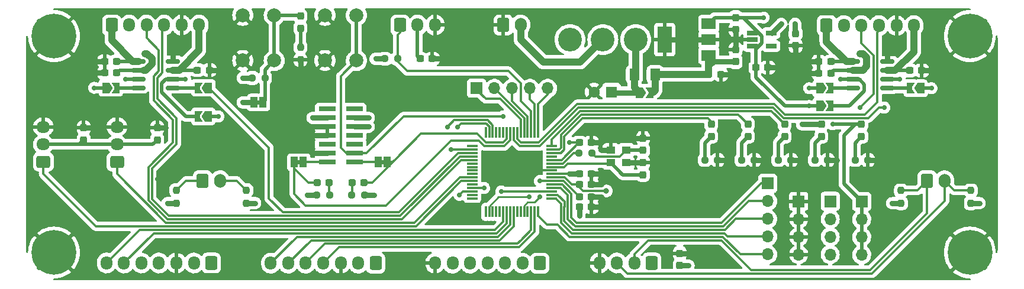
<source format=gbr>
%TF.GenerationSoftware,KiCad,Pcbnew,(6.0.4)*%
%TF.CreationDate,2022-10-27T14:20:37+02:00*%
%TF.ProjectId,projet_robot_ese,70726f6a-6574-45f7-926f-626f745f6573,rev?*%
%TF.SameCoordinates,Original*%
%TF.FileFunction,Copper,L1,Top*%
%TF.FilePolarity,Positive*%
%FSLAX46Y46*%
G04 Gerber Fmt 4.6, Leading zero omitted, Abs format (unit mm)*
G04 Created by KiCad (PCBNEW (6.0.4)) date 2022-10-27 14:20:37*
%MOMM*%
%LPD*%
G01*
G04 APERTURE LIST*
G04 Aperture macros list*
%AMRoundRect*
0 Rectangle with rounded corners*
0 $1 Rounding radius*
0 $2 $3 $4 $5 $6 $7 $8 $9 X,Y pos of 4 corners*
0 Add a 4 corners polygon primitive as box body*
4,1,4,$2,$3,$4,$5,$6,$7,$8,$9,$2,$3,0*
0 Add four circle primitives for the rounded corners*
1,1,$1+$1,$2,$3*
1,1,$1+$1,$4,$5*
1,1,$1+$1,$6,$7*
1,1,$1+$1,$8,$9*
0 Add four rect primitives between the rounded corners*
20,1,$1+$1,$2,$3,$4,$5,0*
20,1,$1+$1,$4,$5,$6,$7,0*
20,1,$1+$1,$6,$7,$8,$9,0*
20,1,$1+$1,$8,$9,$2,$3,0*%
%AMFreePoly0*
4,1,6,1.000000,0.000000,0.500000,-0.750000,-0.500000,-0.750000,-0.500000,0.750000,0.500000,0.750000,1.000000,0.000000,1.000000,0.000000,$1*%
%AMFreePoly1*
4,1,6,0.500000,-0.750000,-0.650000,-0.750000,-0.150000,0.000000,-0.650000,0.750000,0.500000,0.750000,0.500000,-0.750000,0.500000,-0.750000,$1*%
G04 Aperture macros list end*
%TA.AperFunction,SMDPad,CuDef*%
%ADD10RoundRect,0.150000X-0.825000X-0.150000X0.825000X-0.150000X0.825000X0.150000X-0.825000X0.150000X0*%
%TD*%
%TA.AperFunction,SMDPad,CuDef*%
%ADD11RoundRect,0.237500X-0.287500X-0.237500X0.287500X-0.237500X0.287500X0.237500X-0.287500X0.237500X0*%
%TD*%
%TA.AperFunction,ComponentPad*%
%ADD12C,2.000000*%
%TD*%
%TA.AperFunction,SMDPad,CuDef*%
%ADD13R,1.300000X1.000000*%
%TD*%
%TA.AperFunction,ComponentPad*%
%ADD14RoundRect,0.250000X-0.600000X-0.725000X0.600000X-0.725000X0.600000X0.725000X-0.600000X0.725000X0*%
%TD*%
%TA.AperFunction,ComponentPad*%
%ADD15O,1.700000X1.950000*%
%TD*%
%TA.AperFunction,ComponentPad*%
%ADD16R,1.700000X1.700000*%
%TD*%
%TA.AperFunction,ComponentPad*%
%ADD17O,1.700000X1.700000*%
%TD*%
%TA.AperFunction,SMDPad,CuDef*%
%ADD18RoundRect,0.237500X0.237500X-0.287500X0.237500X0.287500X-0.237500X0.287500X-0.237500X-0.287500X0*%
%TD*%
%TA.AperFunction,SMDPad,CuDef*%
%ADD19RoundRect,0.237500X0.287500X0.237500X-0.287500X0.237500X-0.287500X-0.237500X0.287500X-0.237500X0*%
%TD*%
%TA.AperFunction,SMDPad,CuDef*%
%ADD20RoundRect,0.237500X-0.250000X-0.237500X0.250000X-0.237500X0.250000X0.237500X-0.250000X0.237500X0*%
%TD*%
%TA.AperFunction,SMDPad,CuDef*%
%ADD21RoundRect,0.237500X-0.237500X0.300000X-0.237500X-0.300000X0.237500X-0.300000X0.237500X0.300000X0*%
%TD*%
%TA.AperFunction,SMDPad,CuDef*%
%ADD22RoundRect,0.237500X-0.300000X-0.237500X0.300000X-0.237500X0.300000X0.237500X-0.300000X0.237500X0*%
%TD*%
%TA.AperFunction,SMDPad,CuDef*%
%ADD23RoundRect,0.237500X0.237500X-0.300000X0.237500X0.300000X-0.237500X0.300000X-0.237500X-0.300000X0*%
%TD*%
%TA.AperFunction,SMDPad,CuDef*%
%ADD24RoundRect,0.237500X0.300000X0.237500X-0.300000X0.237500X-0.300000X-0.237500X0.300000X-0.237500X0*%
%TD*%
%TA.AperFunction,ComponentPad*%
%ADD25R,1.600000X1.600000*%
%TD*%
%TA.AperFunction,ComponentPad*%
%ADD26C,1.600000*%
%TD*%
%TA.AperFunction,ComponentPad*%
%ADD27C,0.800000*%
%TD*%
%TA.AperFunction,ComponentPad*%
%ADD28C,6.400000*%
%TD*%
%TA.AperFunction,ComponentPad*%
%ADD29RoundRect,0.250000X0.600000X0.725000X-0.600000X0.725000X-0.600000X-0.725000X0.600000X-0.725000X0*%
%TD*%
%TA.AperFunction,SMDPad,CuDef*%
%ADD30FreePoly0,180.000000*%
%TD*%
%TA.AperFunction,SMDPad,CuDef*%
%ADD31FreePoly1,180.000000*%
%TD*%
%TA.AperFunction,ComponentPad*%
%ADD32RoundRect,0.250000X0.725000X-0.600000X0.725000X0.600000X-0.725000X0.600000X-0.725000X-0.600000X0*%
%TD*%
%TA.AperFunction,ComponentPad*%
%ADD33O,1.950000X1.700000*%
%TD*%
%TA.AperFunction,SMDPad,CuDef*%
%ADD34FreePoly0,0.000000*%
%TD*%
%TA.AperFunction,SMDPad,CuDef*%
%ADD35FreePoly1,0.000000*%
%TD*%
%TA.AperFunction,ComponentPad*%
%ADD36RoundRect,0.250000X-0.600000X-0.750000X0.600000X-0.750000X0.600000X0.750000X-0.600000X0.750000X0*%
%TD*%
%TA.AperFunction,ComponentPad*%
%ADD37O,1.700000X2.000000*%
%TD*%
%TA.AperFunction,SMDPad,CuDef*%
%ADD38RoundRect,0.237500X0.237500X-0.250000X0.237500X0.250000X-0.237500X0.250000X-0.237500X-0.250000X0*%
%TD*%
%TA.AperFunction,SMDPad,CuDef*%
%ADD39RoundRect,0.237500X0.250000X0.237500X-0.250000X0.237500X-0.250000X-0.237500X0.250000X-0.237500X0*%
%TD*%
%TA.AperFunction,SMDPad,CuDef*%
%ADD40RoundRect,0.075000X0.700000X0.075000X-0.700000X0.075000X-0.700000X-0.075000X0.700000X-0.075000X0*%
%TD*%
%TA.AperFunction,SMDPad,CuDef*%
%ADD41RoundRect,0.075000X0.075000X0.700000X-0.075000X0.700000X-0.075000X-0.700000X0.075000X-0.700000X0*%
%TD*%
%TA.AperFunction,SMDPad,CuDef*%
%ADD42RoundRect,0.250001X-0.462499X-0.624999X0.462499X-0.624999X0.462499X0.624999X-0.462499X0.624999X0*%
%TD*%
%TA.AperFunction,SMDPad,CuDef*%
%ADD43R,1.560000X0.650000*%
%TD*%
%TA.AperFunction,SMDPad,CuDef*%
%ADD44RoundRect,0.237500X-0.237500X0.250000X-0.237500X-0.250000X0.237500X-0.250000X0.237500X0.250000X0*%
%TD*%
%TA.AperFunction,ComponentPad*%
%ADD45C,3.400000*%
%TD*%
%TA.AperFunction,SMDPad,CuDef*%
%ADD46R,1.000000X1.500000*%
%TD*%
%TA.AperFunction,SMDPad,CuDef*%
%ADD47R,2.400000X0.740000*%
%TD*%
%TA.AperFunction,SMDPad,CuDef*%
%ADD48R,2.000000X1.500000*%
%TD*%
%TA.AperFunction,SMDPad,CuDef*%
%ADD49R,2.000000X3.800000*%
%TD*%
%TA.AperFunction,ViaPad*%
%ADD50C,0.700000*%
%TD*%
%TA.AperFunction,ViaPad*%
%ADD51C,0.800000*%
%TD*%
%TA.AperFunction,Conductor*%
%ADD52C,1.000000*%
%TD*%
%TA.AperFunction,Conductor*%
%ADD53C,0.500000*%
%TD*%
%TA.AperFunction,Conductor*%
%ADD54C,0.750000*%
%TD*%
%TA.AperFunction,Conductor*%
%ADD55C,0.300000*%
%TD*%
%TA.AperFunction,Conductor*%
%ADD56C,0.250000*%
%TD*%
G04 APERTURE END LIST*
%TO.C,JP401*%
G36*
X139750000Y-102860000D02*
G01*
X139250000Y-102860000D01*
X139250000Y-102260000D01*
X139750000Y-102260000D01*
X139750000Y-102860000D01*
G37*
%TO.C,JP403*%
G36*
X134000000Y-94300000D02*
G01*
X133500000Y-94300000D01*
X133500000Y-93700000D01*
X134000000Y-93700000D01*
X134000000Y-94300000D01*
G37*
%TO.C,JP402*%
G36*
X151750000Y-102860000D02*
G01*
X151250000Y-102860000D01*
X151250000Y-102260000D01*
X151750000Y-102260000D01*
X151750000Y-102860000D01*
G37*
%TD*%
D10*
%TO.P,U301,1,OUT1*%
%TO.N,OUT1_1*%
X116541000Y-88095000D03*
%TO.P,U301,2,VM*%
%TO.N,/Driver moteur/V_BAT*%
X116541000Y-89365000D03*
%TO.P,U301,3,VDD*%
%TO.N,Net-(JP309-Pad2)*%
X116541000Y-90635000D03*
%TO.P,U301,4,FWD*%
%TO.N,Net-(JP301-Pad2)*%
X116541000Y-91905000D03*
%TO.P,U301,5,REV*%
%TO.N,Net-(JP302-Pad2)*%
X121491000Y-91905000D03*
%TO.P,U301,6,VREF*%
%TO.N,Net-(JP309-Pad2)*%
X121491000Y-90635000D03*
%TO.P,U301,7,OUT2*%
%TO.N,OUT2_1*%
X121491000Y-89365000D03*
%TO.P,U301,8,GND*%
%TO.N,GND*%
X121491000Y-88095000D03*
%TD*%
D11*
%TO.P,D404,1,K*%
%TO.N,STLINK_RX*%
X142125000Y-105500000D03*
%TO.P,D404,2,A*%
%TO.N,Net-(D404-Pad2)*%
X143875000Y-105500000D03*
%TD*%
D12*
%TO.P,SW402,1,2*%
%TO.N,GND*%
X131500000Y-88000000D03*
X131500000Y-81500000D03*
%TO.P,SW402,2,A*%
%TO.N,Net-(C404-Pad1)*%
X136000000Y-81500000D03*
X136000000Y-88000000D03*
%TD*%
D13*
%TO.P,Y401,1,1*%
%TO.N,Net-(C403-Pad1)*%
X184150000Y-102650000D03*
%TO.P,Y401,2,2*%
%TO.N,GND*%
X186350000Y-102650000D03*
%TO.P,Y401,3,3*%
%TO.N,Net-(C402-Pad1)*%
X186350000Y-100850000D03*
%TO.P,Y401,4,4*%
%TO.N,GND*%
X184150000Y-100850000D03*
%TD*%
D14*
%TO.P,J302,1,Pin_1*%
%TO.N,OUT1_2*%
X215000000Y-82975000D03*
D15*
%TO.P,J302,2,Pin_2*%
%TO.N,+5V*%
X217500000Y-82975000D03*
%TO.P,J302,3,Pin_3*%
%TO.N,/Driver moteur/ENCODER_2_B*%
X220000000Y-82975000D03*
%TO.P,J302,4,Pin_4*%
%TO.N,/Driver moteur/ENCODER_2_A*%
X222500000Y-82975000D03*
%TO.P,J302,5,Pin_5*%
%TO.N,GND*%
X225000000Y-82975000D03*
%TO.P,J302,6,Pin_6*%
%TO.N,OUT2_2*%
X227500000Y-82975000D03*
%TD*%
D16*
%TO.P,J204,1,Pin_1*%
%TO.N,+5V*%
X220025000Y-108200000D03*
D17*
%TO.P,J204,2,Pin_2*%
X220025000Y-110740000D03*
%TO.P,J204,3,Pin_3*%
X220025000Y-113280000D03*
%TO.P,J204,4,Pin_4*%
X220025000Y-115820000D03*
%TD*%
D16*
%TO.P,J408,1,Pin_1*%
%TO.N,PC15*%
X206575000Y-105610000D03*
D17*
%TO.P,J408,2,Pin_2*%
%TO.N,PC14*%
X206575000Y-108150000D03*
%TO.P,J408,3,Pin_3*%
%TO.N,PC12*%
X206575000Y-110690000D03*
%TO.P,J408,4,Pin_4*%
%TO.N,PC11*%
X206575000Y-113230000D03*
%TO.P,J408,5,Pin_5*%
%TO.N,PC10*%
X206575000Y-115770000D03*
%TD*%
D18*
%TO.P,D402,1,K*%
%TO.N,Net-(D402-Pad1)*%
X203750000Y-98875000D03*
%TO.P,D402,2,A*%
%TO.N,USER_LED_2*%
X203750000Y-97125000D03*
%TD*%
D14*
%TO.P,J301,1,Pin_1*%
%TO.N,OUT1_1*%
X112750000Y-82914000D03*
D15*
%TO.P,J301,2,Pin_2*%
%TO.N,+5V*%
X115250000Y-82914000D03*
%TO.P,J301,3,Pin_3*%
%TO.N,/Driver moteur/ENCODER_1_B*%
X117750000Y-82914000D03*
%TO.P,J301,4,Pin_4*%
%TO.N,/Driver moteur/ENCODER_1_A*%
X120250000Y-82914000D03*
%TO.P,J301,5,Pin_5*%
%TO.N,GND*%
X122750000Y-82914000D03*
%TO.P,J301,6,Pin_6*%
%TO.N,OUT2_1*%
X125250000Y-82914000D03*
%TD*%
D19*
%TO.P,D405,1,K*%
%TO.N,STLINK_TX*%
X148875000Y-105500000D03*
%TO.P,D405,2,A*%
%TO.N,Net-(D405-Pad2)*%
X147125000Y-105500000D03*
%TD*%
D20*
%TO.P,R401,1*%
%TO.N,Net-(R401-Pad1)*%
X179587500Y-101250000D03*
%TO.P,R401,2*%
%TO.N,Net-(C402-Pad1)*%
X181412500Y-101250000D03*
%TD*%
D21*
%TO.P,C404,1*%
%TO.N,Net-(C404-Pad1)*%
X139750000Y-81637500D03*
%TO.P,C404,2*%
%TO.N,Net-(C404-Pad2)*%
X139750000Y-83362500D03*
%TD*%
D22*
%TO.P,C405,1*%
%TO.N,UP_VBAT*%
X179637500Y-109000000D03*
%TO.P,C405,2*%
%TO.N,GND*%
X181362500Y-109000000D03*
%TD*%
D20*
%TO.P,R412,1*%
%TO.N,Net-(D403-Pad1)*%
X208087500Y-102250000D03*
%TO.P,R412,2*%
%TO.N,GND*%
X209912500Y-102250000D03*
%TD*%
D23*
%TO.P,C410,1*%
%TO.N,UP_VBAT*%
X194000000Y-117362500D03*
%TO.P,C410,2*%
%TO.N,GND*%
X194000000Y-115637500D03*
%TD*%
D24*
%TO.P,C302,1*%
%TO.N,/Driver moteur/V_BAT*%
X215612500Y-89811000D03*
%TO.P,C302,2*%
%TO.N,GND*%
X213887500Y-89811000D03*
%TD*%
D25*
%TO.P,C205,1*%
%TO.N,Net-(C205-Pad1)*%
X184250000Y-92500000D03*
D26*
%TO.P,C205,2*%
%TO.N,GND*%
X181750000Y-92500000D03*
%TD*%
D20*
%TO.P,R201,1*%
%TO.N,Net-(D202-Pad1)*%
X219087500Y-102250000D03*
%TO.P,R201,2*%
%TO.N,GND*%
X220912500Y-102250000D03*
%TD*%
D22*
%TO.P,C412,1*%
%TO.N,/Driver moteur/V_BAT*%
X156887500Y-87750000D03*
%TO.P,C412,2*%
%TO.N,GND*%
X158612500Y-87750000D03*
%TD*%
%TO.P,C303,1*%
%TO.N,OUT2_1*%
X125000000Y-89365000D03*
%TO.P,C303,2*%
%TO.N,GND*%
X126725000Y-89365000D03*
%TD*%
D20*
%TO.P,R202,1*%
%TO.N,Net-(D203-Pad1)*%
X213337500Y-102250000D03*
%TO.P,R202,2*%
%TO.N,GND*%
X215162500Y-102250000D03*
%TD*%
D24*
%TO.P,C301,1*%
%TO.N,/Driver moteur/V_BAT*%
X113475000Y-89750000D03*
%TO.P,C301,2*%
%TO.N,GND*%
X111750000Y-89750000D03*
%TD*%
D21*
%TO.P,C202,1*%
%TO.N,+5V*%
X202000000Y-81837500D03*
%TO.P,C202,2*%
%TO.N,GND*%
X202000000Y-83562500D03*
%TD*%
%TO.P,C204,1*%
%TO.N,UP_VBAT*%
X210566000Y-84137500D03*
%TO.P,C204,2*%
%TO.N,GND*%
X210566000Y-85862500D03*
%TD*%
D14*
%TO.P,J405,1,Pin_1*%
%TO.N,XL_320_DATA*%
X154000000Y-82914000D03*
D15*
%TO.P,J405,2,Pin_2*%
%TO.N,/Driver moteur/V_BAT*%
X156500000Y-82914000D03*
%TO.P,J405,3,Pin_3*%
%TO.N,GND*%
X159000000Y-82914000D03*
%TD*%
D27*
%TO.P,H102,1,1*%
%TO.N,GND*%
X233802944Y-86197056D03*
X237197056Y-82802944D03*
X233802944Y-82802944D03*
D28*
X235500000Y-84500000D03*
D27*
X237197056Y-86197056D03*
X237900000Y-84500000D03*
X235500000Y-86900000D03*
X235500000Y-82100000D03*
X233100000Y-84500000D03*
%TD*%
D29*
%TO.P,J406,1,Pin_1*%
%TO.N,unconnected-(J406-Pad1)*%
X127000000Y-117000000D03*
D15*
%TO.P,J406,2,Pin_2*%
%TO.N,UP_VBAT*%
X124500000Y-117000000D03*
%TO.P,J406,3,Pin_3*%
%TO.N,GND*%
X122000000Y-117000000D03*
%TO.P,J406,4,Pin_4*%
%TO.N,I2C1_SDA*%
X119500000Y-117000000D03*
%TO.P,J406,5,Pin_5*%
%TO.N,I2C1_SDL*%
X117000000Y-117000000D03*
%TO.P,J406,6,Pin_6*%
%TO.N,TOF_SHUT_2*%
X114500000Y-117000000D03*
%TO.P,J406,7,Pin_7*%
%TO.N,TOF_IRQ_2*%
X112000000Y-117000000D03*
%TD*%
D24*
%TO.P,C306,1*%
%TO.N,OUT1_2*%
X215612500Y-88156000D03*
%TO.P,C306,2*%
%TO.N,GND*%
X213887500Y-88156000D03*
%TD*%
%TO.P,C305,1*%
%TO.N,OUT1_1*%
X113475000Y-88095000D03*
%TO.P,C305,2*%
%TO.N,GND*%
X111750000Y-88095000D03*
%TD*%
D30*
%TO.P,JP309,1,A*%
%TO.N,+5V*%
X126587500Y-96000000D03*
D31*
%TO.P,JP309,2,B*%
%TO.N,Net-(JP309-Pad2)*%
X125137500Y-96000000D03*
%TD*%
D32*
%TO.P,J407,1,Pin_1*%
%TO.N,PROX_1*%
X113500000Y-102500000D03*
D33*
%TO.P,J407,2,Pin_2*%
%TO.N,+5V*%
X113500000Y-100000000D03*
%TO.P,J407,3,Pin_3*%
%TO.N,GND*%
X113500000Y-97500000D03*
%TD*%
D29*
%TO.P,J410,1,Pin_1*%
%TO.N,UP_VBAT*%
X190000000Y-117000000D03*
D15*
%TO.P,J410,2,Pin_2*%
%TO.N,I2C2_SDL*%
X187500000Y-117000000D03*
%TO.P,J410,3,Pin_3*%
%TO.N,I2C2_SDA*%
X185000000Y-117000000D03*
%TO.P,J410,4,Pin_4*%
%TO.N,GND*%
X182500000Y-117000000D03*
%TD*%
D22*
%TO.P,C406,1*%
%TO.N,UP_VBAT*%
X179637500Y-104250000D03*
%TO.P,C406,2*%
%TO.N,GND*%
X181362500Y-104250000D03*
%TD*%
D34*
%TO.P,JP303,1,A*%
%TO.N,/Driver moteur/DRIVER_MOTOR_2_FWD*%
X214000000Y-91966000D03*
D35*
%TO.P,JP303,2,B*%
%TO.N,Net-(JP303-Pad2)*%
X215450000Y-91966000D03*
%TD*%
D36*
%TO.P,J402,1,Pin_1*%
%TO.N,I2C2_SDL*%
X229387500Y-105250000D03*
D37*
%TO.P,J402,2,Pin_2*%
%TO.N,I2C2_SDA*%
X231887500Y-105250000D03*
%TD*%
D23*
%TO.P,C409,1*%
%TO.N,+5V*%
X119250000Y-99362500D03*
%TO.P,C409,2*%
%TO.N,GND*%
X119250000Y-97637500D03*
%TD*%
%TO.P,C201,1*%
%TO.N,/Driver moteur/V_BAT*%
X202000000Y-88162500D03*
%TO.P,C201,2*%
%TO.N,GND*%
X202000000Y-86437500D03*
%TD*%
D34*
%TO.P,JP201,1,A*%
%TO.N,Net-(C205-Pad1)*%
X188251000Y-92583000D03*
D35*
%TO.P,JP201,2,B*%
%TO.N,/Driver moteur/V_BAT*%
X189701000Y-92583000D03*
%TD*%
D36*
%TO.P,J403,1,Pin_1*%
%TO.N,I2C1_SDL*%
X125750000Y-105225000D03*
D37*
%TO.P,J403,2,Pin_2*%
%TO.N,I2C1_SDA*%
X128250000Y-105225000D03*
%TD*%
D36*
%TO.P,J201,1,Pin_1*%
%TO.N,GND*%
X168750000Y-82914000D03*
D37*
%TO.P,J201,2,Pin_2*%
%TO.N,/Power/BAT_IN*%
X171250000Y-82914000D03*
%TD*%
D16*
%TO.P,J409,1,Pin_1*%
%TO.N,PA5*%
X164950000Y-91975000D03*
D17*
%TO.P,J409,2,Pin_2*%
%TO.N,PA4*%
X167490000Y-91975000D03*
%TO.P,J409,3,Pin_3*%
%TO.N,PA3*%
X170030000Y-91975000D03*
%TO.P,J409,4,Pin_4*%
%TO.N,PA1*%
X172570000Y-91975000D03*
%TO.P,J409,5,Pin_5*%
%TO.N,PA0*%
X175110000Y-91975000D03*
%TD*%
D10*
%TO.P,U302,1,OUT1*%
%TO.N,OUT1_2*%
X218776000Y-88156000D03*
%TO.P,U302,2,VM*%
%TO.N,/Driver moteur/V_BAT*%
X218776000Y-89426000D03*
%TO.P,U302,3,VDD*%
%TO.N,Net-(JP310-Pad2)*%
X218776000Y-90696000D03*
%TO.P,U302,4,FWD*%
%TO.N,Net-(JP303-Pad2)*%
X218776000Y-91966000D03*
%TO.P,U302,5,REV*%
%TO.N,Net-(JP304-Pad2)*%
X223726000Y-91966000D03*
%TO.P,U302,6,VREF*%
%TO.N,Net-(JP310-Pad2)*%
X223726000Y-90696000D03*
%TO.P,U302,7,OUT2*%
%TO.N,OUT2_2*%
X223726000Y-89426000D03*
%TO.P,U302,8,GND*%
%TO.N,GND*%
X223726000Y-88156000D03*
%TD*%
D32*
%TO.P,J411,1,Pin_1*%
%TO.N,PROX_2*%
X102975000Y-102500000D03*
D33*
%TO.P,J411,2,Pin_2*%
%TO.N,+5V*%
X102975000Y-100000000D03*
%TO.P,J411,3,Pin_3*%
%TO.N,GND*%
X102975000Y-97500000D03*
%TD*%
D18*
%TO.P,D203,1,K*%
%TO.N,Net-(D203-Pad1)*%
X214250000Y-98875000D03*
%TO.P,D203,2,A*%
%TO.N,UP_VBAT*%
X214250000Y-97125000D03*
%TD*%
D20*
%TO.P,R403,1*%
%TO.N,UP_VBAT*%
X132837500Y-90500000D03*
%TO.P,R403,2*%
%TO.N,Net-(C404-Pad1)*%
X134662500Y-90500000D03*
%TD*%
%TO.P,R410,1*%
%TO.N,Net-(D401-Pad1)*%
X197587500Y-102250000D03*
%TO.P,R410,2*%
%TO.N,GND*%
X199412500Y-102250000D03*
%TD*%
D38*
%TO.P,R406,1*%
%TO.N,UP_VBAT*%
X225637500Y-108437500D03*
%TO.P,R406,2*%
%TO.N,I2C2_SDL*%
X225637500Y-106612500D03*
%TD*%
D27*
%TO.P,H104,1,1*%
%TO.N,GND*%
X104500000Y-117900000D03*
X104500000Y-113100000D03*
X102802944Y-117197056D03*
X102802944Y-113802944D03*
X106900000Y-115500000D03*
X102100000Y-115500000D03*
D28*
X104500000Y-115500000D03*
D27*
X106197056Y-117197056D03*
X106197056Y-113802944D03*
%TD*%
D39*
%TO.P,R413,1*%
%TO.N,Net-(D404-Pad2)*%
X143912500Y-107250000D03*
%TO.P,R413,2*%
%TO.N,UP_VBAT*%
X142087500Y-107250000D03*
%TD*%
D20*
%TO.P,R409,1*%
%TO.N,UP_VBAT*%
X151837500Y-87750000D03*
%TO.P,R409,2*%
%TO.N,XL_320_DATA*%
X153662500Y-87750000D03*
%TD*%
D40*
%TO.P,U401,1,PC11*%
%TO.N,PC11*%
X175675000Y-107750000D03*
%TO.P,U401,2,PC12*%
%TO.N,PC12*%
X175675000Y-107250000D03*
%TO.P,U401,3,PC13*%
%TO.N,/Stm32/FROM_USR_BTN*%
X175675000Y-106750000D03*
%TO.P,U401,4,PC14-OSC32_IN*%
%TO.N,PC14*%
X175675000Y-106250000D03*
%TO.P,U401,5,PC15-OSC32_OUT*%
%TO.N,PC15*%
X175675000Y-105750000D03*
%TO.P,U401,6,VBAT*%
%TO.N,UP_VBAT*%
X175675000Y-105250000D03*
%TO.P,U401,7,VREF+*%
X175675000Y-104750000D03*
%TO.P,U401,8,VDD/VDDA*%
X175675000Y-104250000D03*
%TO.P,U401,9,VSS/VSSA*%
%TO.N,GND*%
X175675000Y-103750000D03*
%TO.P,U401,10,PF0-OSC_IN*%
%TO.N,Net-(C403-Pad1)*%
X175675000Y-103250000D03*
%TO.P,U401,11,PF1-OSC_OUT*%
%TO.N,Net-(R401-Pad1)*%
X175675000Y-102750000D03*
%TO.P,U401,12,NSRT*%
%TO.N,NRST*%
X175675000Y-102250000D03*
%TO.P,U401,13,PC0*%
%TO.N,unconnected-(U401-Pad13)*%
X175675000Y-101750000D03*
%TO.P,U401,14,PC1*%
%TO.N,USER_LED_1*%
X175675000Y-101250000D03*
%TO.P,U401,15,PC2*%
%TO.N,USER_LED_2*%
X175675000Y-100750000D03*
%TO.P,U401,16,PC3*%
%TO.N,USER_LED_3*%
X175675000Y-100250000D03*
D41*
%TO.P,U401,17,PA0*%
%TO.N,PA0*%
X173750000Y-98325000D03*
%TO.P,U401,18,PA1*%
%TO.N,PA1*%
X173250000Y-98325000D03*
%TO.P,U401,19,PA2*%
%TO.N,XL_320_DATA*%
X172750000Y-98325000D03*
%TO.P,U401,20,PA3*%
%TO.N,PA3*%
X172250000Y-98325000D03*
%TO.P,U401,21,PA4*%
%TO.N,PA4*%
X171750000Y-98325000D03*
%TO.P,U401,22,PA5*%
%TO.N,PA5*%
X171250000Y-98325000D03*
%TO.P,U401,23,PA6*%
%TO.N,/Driver moteur/ENCODER_2_A*%
X170750000Y-98325000D03*
%TO.P,U401,24,PA7*%
%TO.N,/Driver moteur/ENCODER_2_B*%
X170250000Y-98325000D03*
%TO.P,U401,25,PC4*%
%TO.N,STLINK_RX*%
X169750000Y-98325000D03*
%TO.P,U401,26,PC5*%
%TO.N,STLINK_TX*%
X169250000Y-98325000D03*
%TO.P,U401,27,PB0*%
%TO.N,unconnected-(U401-Pad27)*%
X168750000Y-98325000D03*
%TO.P,U401,28,PB1*%
%TO.N,unconnected-(U401-Pad28)*%
X168250000Y-98325000D03*
%TO.P,U401,29,PB2*%
%TO.N,unconnected-(U401-Pad29)*%
X167750000Y-98325000D03*
%TO.P,U401,30,PB10*%
%TO.N,I2C2_SDL*%
X167250000Y-98325000D03*
%TO.P,U401,31,PB11*%
%TO.N,I2C2_SDA*%
X166750000Y-98325000D03*
%TO.P,U401,32,PB12*%
%TO.N,unconnected-(U401-Pad32)*%
X166250000Y-98325000D03*
D40*
%TO.P,U401,33,PB13*%
%TO.N,unconnected-(U401-Pad33)*%
X164325000Y-100250000D03*
%TO.P,U401,34,PB14*%
%TO.N,/Driver moteur/DRIVER_MOTOR_1_FWD*%
X164325000Y-100750000D03*
%TO.P,U401,35,PB15*%
%TO.N,/Driver moteur/DRIVER_MOTOR_1_REV*%
X164325000Y-101250000D03*
%TO.P,U401,36,PA8*%
%TO.N,/Driver moteur/ENCODER_1_A*%
X164325000Y-101750000D03*
%TO.P,U401,37,PA9*%
%TO.N,/Driver moteur/ENCODER_1_B*%
X164325000Y-102250000D03*
%TO.P,U401,38,PC6*%
%TO.N,unconnected-(U401-Pad38)*%
X164325000Y-102750000D03*
%TO.P,U401,39,PC7*%
%TO.N,unconnected-(U401-Pad39)*%
X164325000Y-103250000D03*
%TO.P,U401,40,PD8*%
%TO.N,unconnected-(U401-Pad40)*%
X164325000Y-103750000D03*
%TO.P,U401,41,PD9*%
%TO.N,unconnected-(U401-Pad41)*%
X164325000Y-104250000D03*
%TO.P,U401,42,PA10*%
%TO.N,PROX_1*%
X164325000Y-104750000D03*
%TO.P,U401,43,PA11*%
%TO.N,PROX_2*%
X164325000Y-105250000D03*
%TO.P,U401,44,PA12*%
%TO.N,unconnected-(U401-Pad44)*%
X164325000Y-105750000D03*
%TO.P,U401,45,PA13*%
%TO.N,SWDIO*%
X164325000Y-106250000D03*
%TO.P,U401,46,PA14-BOOT0*%
%TO.N,SWCLK*%
X164325000Y-106750000D03*
%TO.P,U401,47,PA47*%
%TO.N,unconnected-(U401-Pad47)*%
X164325000Y-107250000D03*
%TO.P,U401,48,PC8*%
%TO.N,unconnected-(U401-Pad48)*%
X164325000Y-107750000D03*
D41*
%TO.P,U401,49,PC9*%
%TO.N,unconnected-(U401-Pad49)*%
X166250000Y-109675000D03*
%TO.P,U401,50,PD0*%
%TO.N,/Driver moteur/DRIVER_MOTOR_2_FWD*%
X166750000Y-109675000D03*
%TO.P,U401,51,PD1*%
%TO.N,unconnected-(U401-Pad51)*%
X167250000Y-109675000D03*
%TO.P,U401,52,PD2*%
%TO.N,unconnected-(U401-Pad52)*%
X167750000Y-109675000D03*
%TO.P,U401,53,PD3*%
%TO.N,unconnected-(U401-Pad53)*%
X168250000Y-109675000D03*
%TO.P,U401,54,PD4*%
%TO.N,TOF_IRQ_2*%
X168750000Y-109675000D03*
%TO.P,U401,55,PD5*%
%TO.N,TOF_SHUT_2*%
X169250000Y-109675000D03*
%TO.P,U401,56,PD6*%
%TO.N,TOF_IRQ_1*%
X169750000Y-109675000D03*
%TO.P,U401,57,PB3*%
%TO.N,TOF_SHUT_1*%
X170250000Y-109675000D03*
%TO.P,U401,58,PB4*%
%TO.N,unconnected-(U401-Pad58)*%
X170750000Y-109675000D03*
%TO.P,U401,59,PB5*%
%TO.N,unconnected-(U401-Pad59)*%
X171250000Y-109675000D03*
%TO.P,U401,60,PB6*%
%TO.N,/Driver moteur/DRIVER_MOTOR_2_REV*%
X171750000Y-109675000D03*
%TO.P,U401,61,PB7*%
%TO.N,unconnected-(U401-Pad61)*%
X172250000Y-109675000D03*
%TO.P,U401,62,PB8*%
%TO.N,I2C1_SDL*%
X172750000Y-109675000D03*
%TO.P,U401,63,PB9*%
%TO.N,I2C1_SDA*%
X173250000Y-109675000D03*
%TO.P,U401,64,PC10*%
%TO.N,PC10*%
X173750000Y-109675000D03*
%TD*%
D11*
%TO.P,D201,1,K*%
%TO.N,/Driver moteur/V_BAT*%
X198125000Y-90000000D03*
%TO.P,D201,2,A*%
%TO.N,GND*%
X199875000Y-90000000D03*
%TD*%
D18*
%TO.P,D403,1,K*%
%TO.N,Net-(D403-Pad1)*%
X209000000Y-98875000D03*
%TO.P,D403,2,A*%
%TO.N,USER_LED_3*%
X209000000Y-97125000D03*
%TD*%
D38*
%TO.P,R407,1*%
%TO.N,UP_VBAT*%
X132000000Y-108412500D03*
%TO.P,R407,2*%
%TO.N,I2C1_SDA*%
X132000000Y-106587500D03*
%TD*%
D30*
%TO.P,JP304,1,A*%
%TO.N,/Driver moteur/DRIVER_MOTOR_2_REV*%
X228475000Y-91966000D03*
D31*
%TO.P,JP304,2,B*%
%TO.N,Net-(JP304-Pad2)*%
X227025000Y-91966000D03*
%TD*%
D20*
%TO.P,R411,1*%
%TO.N,Net-(D402-Pad1)*%
X202837500Y-102250000D03*
%TO.P,R411,2*%
%TO.N,GND*%
X204662500Y-102250000D03*
%TD*%
D30*
%TO.P,JP302,1,A*%
%TO.N,/Driver moteur/DRIVER_MOTOR_1_REV*%
X126587500Y-91905000D03*
D31*
%TO.P,JP302,2,B*%
%TO.N,Net-(JP302-Pad2)*%
X125137500Y-91905000D03*
%TD*%
D42*
%TO.P,F201,1*%
%TO.N,Net-(C205-Pad1)*%
X187512500Y-90000000D03*
%TO.P,F201,2*%
%TO.N,/Driver moteur/V_BAT*%
X190487500Y-90000000D03*
%TD*%
D43*
%TO.P,U202,1,VIN*%
%TO.N,+5V*%
X204390000Y-84050000D03*
%TO.P,U202,2,GND*%
%TO.N,GND*%
X204390000Y-85000000D03*
%TO.P,U202,3,EN*%
%TO.N,+5V*%
X204390000Y-85950000D03*
%TO.P,U202,4,NC*%
%TO.N,unconnected-(U202-Pad4)*%
X207090000Y-85950000D03*
%TO.P,U202,5,VOUT*%
%TO.N,UP_VBAT*%
X207090000Y-84050000D03*
%TD*%
D22*
%TO.P,C203,1*%
%TO.N,+5V*%
X204887500Y-89000000D03*
%TO.P,C203,2*%
%TO.N,GND*%
X206612500Y-89000000D03*
%TD*%
D44*
%TO.P,R404,1*%
%TO.N,Net-(C404-Pad2)*%
X139750000Y-86087500D03*
%TO.P,R404,2*%
%TO.N,GND*%
X139750000Y-87912500D03*
%TD*%
D27*
%TO.P,H103,1,1*%
%TO.N,GND*%
X233802944Y-113802944D03*
X237900000Y-115500000D03*
X237197056Y-113802944D03*
X233802944Y-117197056D03*
X237197056Y-117197056D03*
X235500000Y-113100000D03*
D28*
X235500000Y-115500000D03*
D27*
X233100000Y-115500000D03*
X235500000Y-117900000D03*
%TD*%
D45*
%TO.P,SW201,1,A*%
%TO.N,Net-(C205-Pad1)*%
X187700000Y-85000000D03*
%TO.P,SW201,2,B*%
%TO.N,/Power/BAT_IN*%
X183000000Y-85000000D03*
%TO.P,SW201,3,C*%
%TO.N,unconnected-(SW201-Pad3)*%
X178300000Y-85000000D03*
%TD*%
D46*
%TO.P,JP401,1,A*%
%TO.N,STLINK_RX*%
X138850000Y-102560000D03*
%TO.P,JP401,2,B*%
%TO.N,Net-(J401-Pad13)*%
X140150000Y-102560000D03*
%TD*%
D12*
%TO.P,SW401,1,2*%
%TO.N,GND*%
X143250000Y-88000000D03*
X143250000Y-81500000D03*
%TO.P,SW401,2,K*%
%TO.N,NRST*%
X147750000Y-88000000D03*
X147750000Y-81500000D03*
%TD*%
D47*
%TO.P,J401,1,Pin_1*%
%TO.N,unconnected-(J401-Pad1)*%
X143550000Y-94940000D03*
%TO.P,J401,2,Pin_2*%
%TO.N,unconnected-(J401-Pad2)*%
X147450000Y-94940000D03*
%TO.P,J401,3,Pin_3*%
%TO.N,UP_VBAT*%
X143550000Y-96210000D03*
%TO.P,J401,4,Pin_4*%
%TO.N,SWDIO*%
X147450000Y-96210000D03*
%TO.P,J401,5,Pin_5*%
%TO.N,GND*%
X143550000Y-97480000D03*
%TO.P,J401,6,Pin_6*%
%TO.N,SWCLK*%
X147450000Y-97480000D03*
%TO.P,J401,7,Pin_7*%
%TO.N,GND*%
X143550000Y-98750000D03*
%TO.P,J401,8,Pin_8*%
%TO.N,unconnected-(J401-Pad8)*%
X147450000Y-98750000D03*
%TO.P,J401,9,Pin_9*%
%TO.N,unconnected-(J401-Pad9)*%
X143550000Y-100020000D03*
%TO.P,J401,10,Pin_10*%
%TO.N,unconnected-(J401-Pad10)*%
X147450000Y-100020000D03*
%TO.P,J401,11,Pin_11*%
%TO.N,GND*%
X143550000Y-101290000D03*
%TO.P,J401,12,Pin_12*%
%TO.N,NRST*%
X147450000Y-101290000D03*
%TO.P,J401,13,Pin_13*%
%TO.N,Net-(J401-Pad13)*%
X143550000Y-102560000D03*
%TO.P,J401,14,Pin_14*%
%TO.N,Net-(J401-Pad14)*%
X147450000Y-102560000D03*
%TD*%
D27*
%TO.P,H101,1,1*%
%TO.N,GND*%
X106197056Y-86197056D03*
X102802944Y-86197056D03*
X104500000Y-86900000D03*
X106197056Y-82802944D03*
X102802944Y-82802944D03*
D28*
X104500000Y-84500000D03*
D27*
X102100000Y-84500000D03*
X106900000Y-84500000D03*
X104500000Y-82100000D03*
%TD*%
D22*
%TO.P,C401,1*%
%TO.N,NRST*%
X179637500Y-99750000D03*
%TO.P,C401,2*%
%TO.N,GND*%
X181362500Y-99750000D03*
%TD*%
D23*
%TO.P,C411,1*%
%TO.N,+5V*%
X108750000Y-99362500D03*
%TO.P,C411,2*%
%TO.N,GND*%
X108750000Y-97637500D03*
%TD*%
D22*
%TO.P,C304,1*%
%TO.N,OUT2_2*%
X226887500Y-89426000D03*
%TO.P,C304,2*%
%TO.N,GND*%
X228612500Y-89426000D03*
%TD*%
D46*
%TO.P,JP403,1,A*%
%TO.N,/Stm32/FROM_USR_BTN*%
X133100000Y-94000000D03*
%TO.P,JP403,2,B*%
%TO.N,Net-(C404-Pad1)*%
X134400000Y-94000000D03*
%TD*%
D29*
%TO.P,J412,1,Pin_1*%
%TO.N,UP_VBAT*%
X174000000Y-117025000D03*
D15*
%TO.P,J412,2,Pin_2*%
%TO.N,PA0*%
X171500000Y-117025000D03*
%TO.P,J412,3,Pin_3*%
%TO.N,PA1*%
X169000000Y-117025000D03*
%TO.P,J412,4,Pin_4*%
%TO.N,PA3*%
X166500000Y-117025000D03*
%TO.P,J412,5,Pin_5*%
%TO.N,PA4*%
X164000000Y-117025000D03*
%TO.P,J412,6,Pin_6*%
%TO.N,PA5*%
X161500000Y-117025000D03*
%TO.P,J412,7,Pin_7*%
%TO.N,GND*%
X159000000Y-117025000D03*
%TD*%
D22*
%TO.P,C407,1*%
%TO.N,UP_VBAT*%
X179637500Y-107500000D03*
%TO.P,C407,2*%
%TO.N,GND*%
X181362500Y-107500000D03*
%TD*%
D29*
%TO.P,J404,1,Pin_1*%
%TO.N,unconnected-(J404-Pad1)*%
X150500000Y-117025000D03*
D15*
%TO.P,J404,2,Pin_2*%
%TO.N,UP_VBAT*%
X148000000Y-117025000D03*
%TO.P,J404,3,Pin_3*%
%TO.N,GND*%
X145500000Y-117025000D03*
%TO.P,J404,4,Pin_4*%
%TO.N,I2C1_SDA*%
X143000000Y-117025000D03*
%TO.P,J404,5,Pin_5*%
%TO.N,I2C1_SDL*%
X140500000Y-117025000D03*
%TO.P,J404,6,Pin_6*%
%TO.N,TOF_SHUT_1*%
X138000000Y-117025000D03*
%TO.P,J404,7,Pin_7*%
%TO.N,TOF_IRQ_1*%
X135500000Y-117025000D03*
%TD*%
D16*
%TO.P,J202,1,Pin_1*%
%TO.N,GND*%
X211025000Y-108160000D03*
D17*
%TO.P,J202,2,Pin_2*%
X211025000Y-110700000D03*
%TO.P,J202,3,Pin_3*%
X211025000Y-113240000D03*
%TO.P,J202,4,Pin_4*%
X211025000Y-115780000D03*
%TD*%
D22*
%TO.P,C408,1*%
%TO.N,UP_VBAT*%
X179637500Y-105750000D03*
%TO.P,C408,2*%
%TO.N,GND*%
X181362500Y-105750000D03*
%TD*%
D18*
%TO.P,D401,1,K*%
%TO.N,Net-(D401-Pad1)*%
X198500000Y-98875000D03*
%TO.P,D401,2,A*%
%TO.N,USER_LED_1*%
X198500000Y-97125000D03*
%TD*%
D38*
%TO.P,R405,1*%
%TO.N,UP_VBAT*%
X235637500Y-108437500D03*
%TO.P,R405,2*%
%TO.N,I2C2_SDA*%
X235637500Y-106612500D03*
%TD*%
D48*
%TO.P,U201,1,VIN*%
%TO.N,/Driver moteur/V_BAT*%
X198150000Y-87300000D03*
%TO.P,U201,2,GND*%
%TO.N,GND*%
X198150000Y-85000000D03*
%TO.P,U201,3,VOUT*%
%TO.N,+5V*%
X198150000Y-82700000D03*
D49*
%TO.P,U201,4,GND*%
%TO.N,GND*%
X191850000Y-85000000D03*
%TD*%
D46*
%TO.P,JP402,1,A*%
%TO.N,STLINK_TX*%
X152150000Y-102560000D03*
%TO.P,JP402,2,B*%
%TO.N,Net-(J401-Pad14)*%
X150850000Y-102560000D03*
%TD*%
D34*
%TO.P,JP310,1,A*%
%TO.N,+5V*%
X214025000Y-94500000D03*
D35*
%TO.P,JP310,2,B*%
%TO.N,Net-(JP310-Pad2)*%
X215475000Y-94500000D03*
%TD*%
D38*
%TO.P,R408,1*%
%TO.N,UP_VBAT*%
X122000000Y-108412500D03*
%TO.P,R408,2*%
%TO.N,I2C1_SDL*%
X122000000Y-106587500D03*
%TD*%
D23*
%TO.P,C403,1*%
%TO.N,Net-(C403-Pad1)*%
X188750000Y-104362500D03*
%TO.P,C403,2*%
%TO.N,GND*%
X188750000Y-102637500D03*
%TD*%
D20*
%TO.P,R414,1*%
%TO.N,Net-(D405-Pad2)*%
X147087500Y-107250000D03*
%TO.P,R414,2*%
%TO.N,UP_VBAT*%
X148912500Y-107250000D03*
%TD*%
D34*
%TO.P,JP301,1,A*%
%TO.N,/Driver moteur/DRIVER_MOTOR_1_FWD*%
X111887500Y-91905000D03*
D35*
%TO.P,JP301,2,B*%
%TO.N,Net-(JP301-Pad2)*%
X113337500Y-91905000D03*
%TD*%
D23*
%TO.P,C402,1*%
%TO.N,Net-(C402-Pad1)*%
X188750000Y-100862500D03*
%TO.P,C402,2*%
%TO.N,GND*%
X188750000Y-99137500D03*
%TD*%
D16*
%TO.P,J203,1,Pin_1*%
%TO.N,UP_VBAT*%
X215525000Y-108160000D03*
D17*
%TO.P,J203,2,Pin_2*%
X215525000Y-110700000D03*
%TO.P,J203,3,Pin_3*%
X215525000Y-113240000D03*
%TO.P,J203,4,Pin_4*%
X215525000Y-115780000D03*
%TD*%
D18*
%TO.P,D202,1,K*%
%TO.N,Net-(D202-Pad1)*%
X220000000Y-98875000D03*
%TO.P,D202,2,A*%
%TO.N,+5V*%
X220000000Y-97125000D03*
%TD*%
D50*
%TO.N,/Driver moteur/V_BAT*%
X196000000Y-90000000D03*
X117500000Y-87000000D03*
X219750000Y-87000000D03*
%TO.N,GND*%
X230000000Y-89426000D03*
X141500000Y-98750000D03*
X222250000Y-102250000D03*
X201250000Y-90000000D03*
X121500000Y-87000000D03*
X108750000Y-105000000D03*
X141500000Y-97480000D03*
X216500000Y-102250000D03*
X182750000Y-107500000D03*
X202000000Y-85000000D03*
X196250000Y-85000000D03*
X182750000Y-104250000D03*
X174000000Y-103750000D03*
X160000000Y-87750000D03*
X120500000Y-97637500D03*
X110250000Y-88095000D03*
X200750000Y-102250000D03*
X187612500Y-102637500D03*
X128250000Y-89365000D03*
X182750000Y-109000000D03*
X182750000Y-100850000D03*
X182750000Y-99750000D03*
X223726000Y-87000000D03*
X119250000Y-105000000D03*
X206000000Y-102250000D03*
X110250000Y-89750000D03*
X212750000Y-89750000D03*
X211250000Y-102250000D03*
X182750000Y-105750000D03*
X210566000Y-87000000D03*
X139750000Y-89250000D03*
X187612500Y-99137500D03*
X195250000Y-115637500D03*
X208000000Y-89000000D03*
X110000000Y-97637500D03*
X193750000Y-85000000D03*
X141500000Y-101290000D03*
X212750000Y-88156000D03*
%TO.N,+5V*%
X212500000Y-94500000D03*
X128000000Y-96000000D03*
X215875000Y-97125000D03*
X206000000Y-81837500D03*
%TO.N,NRST*%
X168744622Y-96000000D03*
X178250000Y-99750000D03*
%TO.N,UP_VBAT*%
X133250000Y-108412500D03*
X208500000Y-82750000D03*
X141500000Y-96210000D03*
X150500000Y-87750000D03*
D51*
X183500000Y-106675480D03*
D50*
X178250000Y-104250000D03*
X210500000Y-82750000D03*
X211500000Y-97125000D03*
X140750000Y-107250000D03*
X120750000Y-108412500D03*
X179637500Y-110250000D03*
X236887500Y-108437500D03*
X224387500Y-108437500D03*
X195250000Y-117362500D03*
X174000000Y-105250000D03*
X131500000Y-90500000D03*
X150250000Y-107250000D03*
%TO.N,SWDIO*%
X149500000Y-96210000D03*
X166000000Y-106250000D03*
%TO.N,SWCLK*%
X149500000Y-97480000D03*
X162500000Y-107250000D03*
%TO.N,I2C2_SDL*%
X160750000Y-97500000D03*
%TO.N,I2C2_SDA*%
X162250000Y-97500000D03*
%TO.N,/Stm32/FROM_USR_BTN*%
X168500000Y-106750000D03*
X131500000Y-94000000D03*
%TO.N,/Driver moteur/DRIVER_MOTOR_1_FWD*%
X110250000Y-91905000D03*
X161250000Y-100750000D03*
%TO.N,/Driver moteur/DRIVER_MOTOR_2_FWD*%
X172500000Y-107500000D03*
X212500000Y-91966000D03*
%TO.N,/Driver moteur/DRIVER_MOTOR_2_REV*%
X230000000Y-91966000D03*
X174000000Y-107500000D03*
%TO.N,/Driver moteur/ENCODER_2_B*%
X223250000Y-94750000D03*
X219750000Y-94750000D03*
%TO.N,Net-(JP309-Pad2)*%
X114750000Y-90635000D03*
X123250000Y-90635000D03*
%TO.N,Net-(JP310-Pad2)*%
X217000000Y-90696000D03*
X225500000Y-90696000D03*
%TD*%
D52*
%TO.N,/Driver moteur/V_BAT*%
X117635000Y-89365000D02*
X117385000Y-89365000D01*
X198150000Y-88150000D02*
X198150000Y-87300000D01*
X198150000Y-88850000D02*
X198150000Y-89975000D01*
D53*
X199012500Y-88162500D02*
X198150000Y-87300000D01*
D52*
X196000000Y-90000000D02*
X198125000Y-90000000D01*
X198150000Y-88150000D02*
X198150000Y-88850000D01*
D53*
X156500000Y-87362500D02*
X156887500Y-87750000D01*
X215997500Y-89426000D02*
X215612500Y-89811000D01*
X218776000Y-89426000D02*
X215997500Y-89426000D01*
D54*
X199012500Y-88162500D02*
X198162500Y-88162500D01*
D52*
X220750000Y-87500000D02*
X220750000Y-88849520D01*
D53*
X198162500Y-88162500D02*
X198150000Y-88150000D01*
D52*
X118500000Y-88500000D02*
X117635000Y-89365000D01*
X190487500Y-90000000D02*
X190487500Y-92262500D01*
D53*
X113860000Y-89365000D02*
X113475000Y-89750000D01*
X116541000Y-89365000D02*
X113860000Y-89365000D01*
D52*
X190487500Y-92262500D02*
X190210000Y-92540000D01*
D54*
X198150000Y-88850000D02*
X198837500Y-88162500D01*
X198837500Y-88162500D02*
X199012500Y-88162500D01*
D52*
X117750000Y-87000000D02*
X118500000Y-87750000D01*
X118500000Y-87750000D02*
X118500000Y-88500000D01*
X117500000Y-87000000D02*
X117750000Y-87000000D01*
D53*
X156500000Y-82914000D02*
X156500000Y-87362500D01*
X117385000Y-89365000D02*
X116541000Y-89365000D01*
D54*
X202000000Y-88162500D02*
X199012500Y-88162500D01*
D52*
X220173520Y-89426000D02*
X218776000Y-89426000D01*
X220250000Y-87000000D02*
X220750000Y-87500000D01*
X220750000Y-88849520D02*
X220173520Y-89426000D01*
X219750000Y-87000000D02*
X220250000Y-87000000D01*
X190487500Y-90000000D02*
X196000000Y-90000000D01*
D54*
%TO.N,GND*%
X186350000Y-102650000D02*
X187600000Y-102650000D01*
X143550000Y-97480000D02*
X141500000Y-97480000D01*
X182750000Y-107500000D02*
X181362500Y-107500000D01*
D53*
X204390000Y-85000000D02*
X202000000Y-85000000D01*
D54*
X143550000Y-98750000D02*
X141500000Y-98750000D01*
X216500000Y-102250000D02*
X215162500Y-102250000D01*
X223726000Y-87000000D02*
X223726000Y-87849000D01*
X222250000Y-102250000D02*
X220912500Y-102250000D01*
X206612500Y-89000000D02*
X208000000Y-89000000D01*
X108750000Y-97637500D02*
X110000000Y-97637500D01*
X182750000Y-99750000D02*
X181362500Y-99750000D01*
X111750000Y-89750000D02*
X110250000Y-89750000D01*
X121500000Y-87750000D02*
X121500000Y-87000000D01*
X193750000Y-85000000D02*
X191850000Y-85000000D01*
X213887500Y-88156000D02*
X212750000Y-88156000D01*
X182750000Y-105750000D02*
X181362500Y-105750000D01*
X228612500Y-89426000D02*
X230000000Y-89426000D01*
X211250000Y-102250000D02*
X209912500Y-102250000D01*
X143550000Y-101290000D02*
X141500000Y-101290000D01*
X181362500Y-104250000D02*
X182750000Y-104250000D01*
X200750000Y-102250000D02*
X199412500Y-102250000D01*
X223726000Y-87849000D02*
X223725000Y-87850000D01*
X212811000Y-89811000D02*
X212750000Y-89750000D01*
X210566000Y-85862500D02*
X210566000Y-87000000D01*
X188750000Y-102637500D02*
X187612500Y-102637500D01*
X184150000Y-100850000D02*
X182750000Y-100850000D01*
D55*
X175675000Y-103750000D02*
X174000000Y-103750000D01*
D53*
X187600000Y-102650000D02*
X187612500Y-102637500D01*
D54*
X158612500Y-87750000D02*
X160000000Y-87750000D01*
X199875000Y-90000000D02*
X201250000Y-90000000D01*
X119250000Y-97637500D02*
X120500000Y-97637500D01*
X213887500Y-89811000D02*
X212811000Y-89811000D01*
X196250000Y-85000000D02*
X198150000Y-85000000D01*
X195250000Y-115637500D02*
X194000000Y-115637500D01*
X206000000Y-102250000D02*
X204662500Y-102250000D01*
X111750000Y-88095000D02*
X110250000Y-88095000D01*
X202000000Y-83562500D02*
X202000000Y-86437500D01*
X188750000Y-99137500D02*
X187612500Y-99137500D01*
X139750000Y-87912500D02*
X139750000Y-89250000D01*
X126725000Y-89365000D02*
X128250000Y-89365000D01*
X182750000Y-109000000D02*
X181362500Y-109000000D01*
D53*
%TO.N,+5V*%
X212500000Y-94500000D02*
X213000000Y-94500000D01*
X118612500Y-100000000D02*
X119250000Y-99362500D01*
X128000000Y-96000000D02*
X126587500Y-96000000D01*
X202000000Y-81837500D02*
X199012500Y-81837500D01*
X205750000Y-84500000D02*
X205750000Y-85500000D01*
X203087500Y-81837500D02*
X202000000Y-81837500D01*
X204887500Y-90387500D02*
X204887500Y-89000000D01*
X205300000Y-85950000D02*
X204889259Y-86360741D01*
X204390000Y-84050000D02*
X205300000Y-84050000D01*
X209000000Y-94500000D02*
X204887500Y-90387500D01*
X113500000Y-100000000D02*
X107500000Y-100000000D01*
X215875000Y-97125000D02*
X219375000Y-97125000D01*
X220025000Y-110740000D02*
X220025000Y-113280000D01*
X204390000Y-85950000D02*
X205300000Y-85950000D01*
X214025000Y-94500000D02*
X213000000Y-94500000D01*
X108112500Y-100000000D02*
X108750000Y-99362500D01*
X205750000Y-81837500D02*
X205912500Y-81837500D01*
X217500000Y-98750000D02*
X217500000Y-105665558D01*
X220025000Y-108200000D02*
X220025000Y-110740000D01*
X102975000Y-100000000D02*
X107500000Y-100000000D01*
X107500000Y-100000000D02*
X108112500Y-100000000D01*
X204889259Y-86360741D02*
X204889259Y-88998241D01*
X219375000Y-97125000D02*
X219125000Y-97125000D01*
X217500000Y-105665558D02*
X220025000Y-108190558D01*
X219375000Y-97125000D02*
X220000000Y-97125000D01*
X205300000Y-84050000D02*
X203087500Y-81837500D01*
X113500000Y-100000000D02*
X118612500Y-100000000D01*
X212500000Y-94500000D02*
X209000000Y-94500000D01*
X205300000Y-85950000D02*
X205750000Y-85500000D01*
X205912500Y-81837500D02*
X206000000Y-81750000D01*
X205300000Y-84050000D02*
X205750000Y-84500000D01*
X203087500Y-81837500D02*
X205750000Y-81837500D01*
X220025000Y-115820000D02*
X220025000Y-113280000D01*
X199012500Y-81837500D02*
X198150000Y-82700000D01*
X219125000Y-97125000D02*
X217500000Y-98750000D01*
D52*
%TO.N,OUT2_1*%
X121491000Y-89365000D02*
X122401000Y-89365000D01*
X122401000Y-89365000D02*
X125250000Y-86516000D01*
D53*
X125000000Y-89365000D02*
X121491000Y-89365000D01*
D52*
X125250000Y-86516000D02*
X125250000Y-82914000D01*
D53*
%TO.N,OUT2_2*%
X226887500Y-89426000D02*
X223726000Y-89426000D01*
D52*
X227500000Y-86750000D02*
X227500000Y-82975000D01*
X224824000Y-89426000D02*
X227500000Y-86750000D01*
X223726000Y-89426000D02*
X224824000Y-89426000D01*
%TO.N,OUT1_1*%
X115720000Y-88095000D02*
X112750000Y-85125000D01*
D53*
X116541000Y-88095000D02*
X113475000Y-88095000D01*
D52*
X112750000Y-85125000D02*
X112750000Y-82914000D01*
X116541000Y-88095000D02*
X115720000Y-88095000D01*
%TO.N,OUT1_2*%
X217846000Y-88156000D02*
X215000000Y-85310000D01*
X215000000Y-85310000D02*
X215000000Y-82975000D01*
X218776000Y-88156000D02*
X217846000Y-88156000D01*
D53*
X218776000Y-88156000D02*
X215612500Y-88156000D01*
D55*
%TO.N,NRST*%
X179637500Y-99750000D02*
X178250000Y-99750000D01*
D53*
X147750000Y-88000000D02*
X147750000Y-81500000D01*
D55*
X145500000Y-90250000D02*
X145500000Y-100460000D01*
X149210000Y-101290000D02*
X147450000Y-101290000D01*
X147750000Y-88000000D02*
X145500000Y-90250000D01*
X146330000Y-101290000D02*
X147450000Y-101290000D01*
X168744622Y-96000000D02*
X154500000Y-96000000D01*
X154500000Y-96000000D02*
X149210000Y-101290000D01*
X175675000Y-102250000D02*
X177087145Y-102250000D01*
X177087145Y-102250000D02*
X179587145Y-99750000D01*
X145500000Y-100460000D02*
X146330000Y-101290000D01*
%TO.N,Net-(C402-Pad1)*%
X185450000Y-101750000D02*
X181912500Y-101750000D01*
X181912500Y-101750000D02*
X181412500Y-101250000D01*
D53*
X188750000Y-100862500D02*
X186362500Y-100862500D01*
D55*
X186350000Y-100850000D02*
X185450000Y-101750000D01*
D53*
%TO.N,Net-(C403-Pad1)*%
X184150000Y-102650000D02*
X185862500Y-104362500D01*
D55*
X175675000Y-103250000D02*
X177500000Y-103250000D01*
X177500000Y-103250000D02*
X178000000Y-102750000D01*
X178000000Y-102750000D02*
X184050000Y-102750000D01*
D53*
X185862500Y-104362500D02*
X188750000Y-104362500D01*
%TO.N,Net-(C404-Pad1)*%
X134662500Y-90500000D02*
X134662500Y-93737500D01*
X136000000Y-88000000D02*
X136000000Y-81500000D01*
X134662500Y-90500000D02*
X134662500Y-89337500D01*
X134662500Y-93737500D02*
X134400000Y-94000000D01*
X134662500Y-89337500D02*
X136000000Y-88000000D01*
X136000000Y-81500000D02*
X139612500Y-81500000D01*
%TO.N,Net-(C404-Pad2)*%
X139750000Y-83362500D02*
X139750000Y-86087500D01*
D54*
%TO.N,UP_VBAT*%
X179637500Y-109000000D02*
X179637500Y-110250000D01*
D55*
X180180651Y-106675480D02*
X183500000Y-106675480D01*
D54*
X142087500Y-107250000D02*
X140750000Y-107250000D01*
D55*
X175675000Y-105250000D02*
X177376071Y-105250000D01*
X178582499Y-105750000D02*
X177582499Y-104750000D01*
D54*
X151837500Y-87750000D02*
X150500000Y-87750000D01*
X207200000Y-84050000D02*
X208500000Y-82750000D01*
X133250000Y-108412500D02*
X132000000Y-108412500D01*
X179637500Y-104250000D02*
X178250000Y-104250000D01*
X195250000Y-117362500D02*
X194000000Y-117362500D01*
D55*
X179637500Y-105750000D02*
X178582499Y-105750000D01*
D54*
X224387500Y-108437500D02*
X225637500Y-108437500D01*
D55*
X179626071Y-107500000D02*
X177376071Y-105250000D01*
D54*
X143550000Y-96210000D02*
X141500000Y-96210000D01*
X148912500Y-107250000D02*
X150250000Y-107250000D01*
X211500000Y-97125000D02*
X214250000Y-97125000D01*
D55*
X179637500Y-106132329D02*
X180180651Y-106675480D01*
X175675000Y-105250000D02*
X174000000Y-105250000D01*
D54*
X236887500Y-108437500D02*
X235637500Y-108437500D01*
D55*
X177582499Y-104750000D02*
X175675000Y-104750000D01*
D54*
X210500000Y-82750000D02*
X210500000Y-84071500D01*
X132837500Y-90500000D02*
X131500000Y-90500000D01*
D55*
X179637500Y-105750000D02*
X179637500Y-106132329D01*
D54*
X120750000Y-108412500D02*
X122000000Y-108412500D01*
D55*
X175675000Y-104250000D02*
X178250000Y-104250000D01*
D53*
%TO.N,Net-(D202-Pad1)*%
X219087500Y-99787500D02*
X220000000Y-98875000D01*
X219087500Y-102250000D02*
X219087500Y-99787500D01*
%TO.N,Net-(D203-Pad1)*%
X213337500Y-99787500D02*
X214250000Y-98875000D01*
X213337500Y-102250000D02*
X213337500Y-99787500D01*
%TO.N,Net-(D401-Pad1)*%
X197587500Y-102250000D02*
X197587500Y-99787500D01*
X197587500Y-99787500D02*
X198500000Y-98875000D01*
D55*
%TO.N,USER_LED_1*%
X177000000Y-101250000D02*
X177500000Y-100750000D01*
X175675000Y-101250000D02*
X177000000Y-101250000D01*
X180119284Y-96250000D02*
X198000000Y-96250000D01*
X198000000Y-96250000D02*
X198500000Y-96750000D01*
X177500000Y-98869284D02*
X180119284Y-96250000D01*
X177500000Y-100750000D02*
X177500000Y-98869284D01*
D53*
%TO.N,Net-(D402-Pad1)*%
X202837500Y-99787500D02*
X203750000Y-98875000D01*
X202837500Y-102250000D02*
X202837500Y-99787500D01*
D55*
%TO.N,USER_LED_2*%
X177000480Y-100499520D02*
X177000480Y-98662376D01*
X202375000Y-95750000D02*
X203750000Y-97125000D01*
X175675000Y-100750000D02*
X176750000Y-100750000D01*
X177000480Y-98662376D02*
X179912856Y-95750000D01*
X179912856Y-95750000D02*
X202375000Y-95750000D01*
X176750000Y-100750000D02*
X177000480Y-100499520D01*
D53*
%TO.N,Net-(D403-Pad1)*%
X208087500Y-99787500D02*
X209000000Y-98875000D01*
X208087500Y-102250000D02*
X208087500Y-99787500D01*
D55*
%TO.N,USER_LED_3*%
X179705948Y-95250480D02*
X207125480Y-95250480D01*
X207125480Y-95250480D02*
X209000000Y-97125000D01*
X175675000Y-99281428D02*
X179705948Y-95250480D01*
X175675000Y-100250000D02*
X175675000Y-99281428D01*
%TO.N,Net-(D404-Pad2)*%
X143875000Y-105500000D02*
X143875000Y-107212500D01*
%TO.N,Net-(D405-Pad2)*%
X147125000Y-105500000D02*
X147125000Y-107212500D01*
D52*
%TO.N,Net-(C205-Pad1)*%
X187512500Y-90000000D02*
X187512500Y-91844500D01*
X187512500Y-91844500D02*
X188251000Y-92583000D01*
D54*
X188251000Y-92583000D02*
X184333000Y-92583000D01*
D52*
X187700000Y-89812500D02*
X187700000Y-85000000D01*
%TO.N,/Power/BAT_IN*%
X174500000Y-88250000D02*
X171250000Y-85000000D01*
X171250000Y-85000000D02*
X171250000Y-82914000D01*
X179750000Y-88250000D02*
X174500000Y-88250000D01*
X183000000Y-85000000D02*
X179750000Y-88250000D01*
D55*
%TO.N,SWDIO*%
X164325000Y-106250000D02*
X166000000Y-106250000D01*
D54*
X147450000Y-96210000D02*
X149500000Y-96210000D01*
D55*
%TO.N,SWCLK*%
X163000000Y-106750000D02*
X162500000Y-107250000D01*
D54*
X147450000Y-97480000D02*
X149500000Y-97480000D01*
D55*
X164325000Y-106750000D02*
X163000000Y-106750000D01*
%TO.N,Net-(J401-Pad13)*%
X143550000Y-102560000D02*
X140150000Y-102560000D01*
%TO.N,Net-(J401-Pad14)*%
X147450000Y-102560000D02*
X150850000Y-102560000D01*
%TO.N,I2C2_SDL*%
X229387500Y-105250000D02*
X228025000Y-106612500D01*
X204212144Y-118000000D02*
X221250000Y-118000000D01*
X167250000Y-97243211D02*
X167250000Y-98325000D01*
X229387500Y-109862500D02*
X229387500Y-105250000D01*
X187500000Y-117000000D02*
X187500000Y-115750000D01*
X166507270Y-96500481D02*
X167250000Y-97243211D01*
X228025000Y-106612500D02*
X225637500Y-106612500D01*
X161749519Y-96500481D02*
X166507270Y-96500481D01*
X187500000Y-115750000D02*
X189500000Y-113750000D01*
X160750000Y-97500000D02*
X161749519Y-96500481D01*
X189500000Y-113750000D02*
X199962144Y-113750000D01*
X199962144Y-113750000D02*
X204212144Y-118000000D01*
X221250000Y-118000000D02*
X229387500Y-109862500D01*
%TO.N,I2C2_SDA*%
X166750000Y-97449639D02*
X166750000Y-98325000D01*
X221500480Y-118499520D02*
X231887500Y-108112500D01*
X162750000Y-97000000D02*
X166300361Y-97000000D01*
X190250480Y-118499520D02*
X221500480Y-118499520D01*
X190250000Y-118500000D02*
X190250480Y-118499520D01*
X231887500Y-105250000D02*
X233247238Y-106609738D01*
X231887500Y-108112500D02*
X231887500Y-105250000D01*
X186500000Y-118500000D02*
X190250000Y-118500000D01*
X162250000Y-97500000D02*
X162750000Y-97000000D01*
X233247238Y-106609738D02*
X235634738Y-106609738D01*
X166300361Y-97000000D02*
X166750000Y-97449639D01*
X185000000Y-117000000D02*
X186500000Y-118500000D01*
%TO.N,I2C1_SDL*%
X123362500Y-105225000D02*
X122000000Y-106587500D01*
X171293572Y-113750066D02*
X170793638Y-114250000D01*
X143250000Y-114250000D02*
X140500000Y-117000000D01*
X172750000Y-112293572D02*
X171293572Y-113750000D01*
X125750000Y-105225000D02*
X123362500Y-105225000D01*
X170793638Y-114250000D02*
X143250000Y-114250000D01*
X172750000Y-109675000D02*
X172750000Y-112293572D01*
%TO.N,I2C1_SDA*%
X128250000Y-105225000D02*
X130637500Y-105225000D01*
X173250000Y-109675000D02*
X173250000Y-112500000D01*
X130637500Y-105225000D02*
X132000000Y-106587500D01*
X171793092Y-113956973D02*
X171000065Y-114750000D01*
X145275000Y-114750000D02*
X143000000Y-117025000D01*
X171793092Y-113956908D02*
X171793092Y-113956973D01*
X171000065Y-114750000D02*
X145275000Y-114750000D01*
X173250000Y-112500000D02*
X171793092Y-113956908D01*
%TO.N,TOF_SHUT_1*%
X170250000Y-111750000D02*
X168749520Y-113250480D01*
X170250000Y-109675000D02*
X170250000Y-111750000D01*
X168249655Y-113750000D02*
X141275000Y-113750000D01*
X141275000Y-113750000D02*
X138000000Y-117025000D01*
X168749520Y-113250135D02*
X168249655Y-113750000D01*
%TO.N,TOF_IRQ_1*%
X169750000Y-109675000D02*
X169750000Y-111500000D01*
X168000204Y-113250000D02*
X139250000Y-113250000D01*
X139250000Y-113250000D02*
X135500000Y-117000000D01*
X169750000Y-111500000D02*
X168500000Y-112750000D01*
X168500000Y-112750204D02*
X168000204Y-113250000D01*
%TO.N,XL_320_DATA*%
X153662500Y-87750000D02*
X153662500Y-84337500D01*
X171287140Y-91287140D02*
X169500000Y-89500000D01*
X154000000Y-84000000D02*
X154000000Y-82914000D01*
X172750000Y-98325000D02*
X172750000Y-95250000D01*
X153662500Y-88162500D02*
X153662500Y-87750000D01*
X169500000Y-89500000D02*
X155000000Y-89500000D01*
X153662500Y-84337500D02*
X154000000Y-84000000D01*
X172750000Y-95250000D02*
X171287140Y-93787140D01*
X171287140Y-93787140D02*
X171287140Y-91287140D01*
X155000000Y-89500000D02*
X153662500Y-88162500D01*
%TO.N,TOF_SHUT_2*%
X169250000Y-109675000D02*
X169250000Y-111293572D01*
X118750000Y-112750000D02*
X114500000Y-117000000D01*
X169250000Y-111293572D02*
X168293092Y-112250480D01*
X167793365Y-112750000D02*
X118750000Y-112750000D01*
X168293092Y-112250273D02*
X167793365Y-112750000D01*
%TO.N,TOF_IRQ_2*%
X116750480Y-112250480D02*
X116500960Y-112500000D01*
X167586046Y-112250480D02*
X116750480Y-112250480D01*
X168750000Y-109675000D02*
X168750000Y-111087144D01*
X116500960Y-112500000D02*
X116500000Y-112500000D01*
X116500000Y-112500000D02*
X112000000Y-117000000D01*
X168086184Y-111750342D02*
X167586046Y-112250480D01*
X168750000Y-111087144D02*
X168086184Y-111750960D01*
D54*
%TO.N,/Stm32/FROM_USR_BTN*%
X131500000Y-94000000D02*
X133100000Y-94000000D01*
D55*
X175675000Y-106750000D02*
X168500000Y-106750000D01*
%TO.N,PC15*%
X205640000Y-105610000D02*
X206575000Y-105610000D01*
X175675000Y-105750000D02*
X177169644Y-105750000D01*
X177169644Y-105750000D02*
X178500000Y-107080356D01*
X178500000Y-110500000D02*
X179250000Y-111250000D01*
X179250000Y-111250000D02*
X200000000Y-111250000D01*
X178500000Y-107080356D02*
X178500000Y-110500000D01*
X200000000Y-111250000D02*
X205640000Y-105610000D01*
%TO.N,PC14*%
X179043572Y-111750000D02*
X200250000Y-111750000D01*
X178000000Y-110706428D02*
X179043572Y-111750000D01*
X203850000Y-108150000D02*
X206575000Y-108150000D01*
X176963217Y-106250000D02*
X178000000Y-107286783D01*
X178000000Y-107286783D02*
X178000000Y-110706428D01*
X175675000Y-106250000D02*
X176963217Y-106250000D01*
X200250000Y-111750000D02*
X203850000Y-108150000D01*
%TO.N,PC12*%
X177500000Y-109000000D02*
X177500000Y-111000000D01*
X176550361Y-107250000D02*
X177500480Y-108200119D01*
X175675000Y-107250000D02*
X176550361Y-107250000D01*
X177500480Y-108999520D02*
X177500000Y-109000000D01*
X177500480Y-108200119D02*
X177500480Y-108999520D01*
X200456909Y-112249519D02*
X202016428Y-110690000D01*
X178749519Y-112249519D02*
X200456909Y-112249519D01*
X202016428Y-110690000D02*
X206575000Y-110690000D01*
X177500000Y-111000000D02*
X178749519Y-112249519D01*
%TO.N,PC11*%
X200374037Y-112749037D02*
X200855000Y-113230000D01*
X177000000Y-111206428D02*
X178542609Y-112749037D01*
X200855000Y-113230000D02*
X206575000Y-113230000D01*
X178542609Y-112749037D02*
X200374037Y-112749037D01*
X177000000Y-108500000D02*
X177000000Y-111206428D01*
X176250000Y-107750000D02*
X177000000Y-108500000D01*
%TO.N,PC10*%
X200167129Y-113248557D02*
X202688572Y-115770000D01*
X202688572Y-115770000D02*
X206575000Y-115770000D01*
X176500000Y-111500000D02*
X178248557Y-113248557D01*
X178248557Y-113248557D02*
X200167129Y-113248557D01*
X175000000Y-111500000D02*
X176500000Y-111500000D01*
X173750000Y-110250000D02*
X175000000Y-111500000D01*
%TO.N,PA5*%
X166250000Y-93500000D02*
X168308572Y-93500000D01*
X171250480Y-96441908D02*
X171250480Y-98324520D01*
X164950000Y-92200000D02*
X166250000Y-93500000D01*
X168308572Y-93500000D02*
X171250480Y-96441908D01*
%TO.N,PA4*%
X171750000Y-96235000D02*
X167490000Y-91975000D01*
X171750000Y-98325000D02*
X171750000Y-96235000D01*
%TO.N,PA3*%
X172250000Y-98325000D02*
X172250000Y-96000000D01*
X170030000Y-93780000D02*
X170030000Y-91975000D01*
X172250000Y-96000000D02*
X170030000Y-93780000D01*
%TO.N,PA1*%
X173250000Y-98325000D02*
X173250000Y-94250000D01*
X172570000Y-93570000D02*
X172570000Y-91975000D01*
X173250000Y-94250000D02*
X172570000Y-93570000D01*
%TO.N,PA0*%
X173750000Y-94250000D02*
X175110000Y-92890000D01*
X175110000Y-92890000D02*
X175110000Y-91975000D01*
X173750000Y-98325000D02*
X173750000Y-94250000D01*
D53*
%TO.N,/Driver moteur/DRIVER_MOTOR_1_FWD*%
X111887500Y-91905000D02*
X110250000Y-91905000D01*
D55*
X164325000Y-100750000D02*
X161250000Y-100750000D01*
D53*
%TO.N,Net-(JP301-Pad2)*%
X113337500Y-91905000D02*
X116541000Y-91905000D01*
D55*
%TO.N,/Driver moteur/DRIVER_MOTOR_1_REV*%
X137248080Y-109750000D02*
X135250000Y-107751920D01*
X135250000Y-107751920D02*
X135250000Y-100500000D01*
X164325000Y-101250000D02*
X162337144Y-101250000D01*
X162337144Y-101250000D02*
X153837144Y-109750000D01*
X153837144Y-109750000D02*
X137248080Y-109750000D01*
X135250000Y-100500000D02*
X126655000Y-91905000D01*
D53*
%TO.N,Net-(JP302-Pad2)*%
X125137500Y-91905000D02*
X121491000Y-91905000D01*
%TO.N,/Driver moteur/DRIVER_MOTOR_2_FWD*%
X212500000Y-91966000D02*
X214000000Y-91966000D01*
D56*
X168084994Y-107500000D02*
X166750000Y-108834994D01*
X172500000Y-107500000D02*
X168084994Y-107500000D01*
X166750000Y-108834994D02*
X166750000Y-109675000D01*
D53*
%TO.N,Net-(JP303-Pad2)*%
X215450000Y-91966000D02*
X218776000Y-91966000D01*
D56*
%TO.N,/Driver moteur/DRIVER_MOTOR_2_REV*%
X171750000Y-108750000D02*
X172250000Y-108250000D01*
D53*
X228475000Y-91966000D02*
X230000000Y-91966000D01*
D56*
X172250000Y-108250000D02*
X173250000Y-108250000D01*
X171750000Y-109675000D02*
X171750000Y-108750000D01*
X173250000Y-108250000D02*
X174000000Y-107500000D01*
D53*
%TO.N,Net-(JP304-Pad2)*%
X227025000Y-91966000D02*
X223726000Y-91966000D01*
D55*
%TO.N,/Driver moteur/ENCODER_1_B*%
X117750000Y-84750000D02*
X117750000Y-82914000D01*
X118000000Y-103250000D02*
X121500000Y-99750000D01*
X119500000Y-89500000D02*
X119500000Y-86500000D01*
X164325000Y-102250000D02*
X162750000Y-102250000D01*
X154249040Y-110750960D02*
X120707388Y-110750960D01*
X162750000Y-102250000D02*
X154249040Y-110750960D01*
X120707388Y-110750960D02*
X118000000Y-108043572D01*
X119500000Y-86500000D02*
X117750000Y-84750000D01*
X118750000Y-90250000D02*
X119500000Y-89500000D01*
X121500000Y-96500000D02*
X118750000Y-93750000D01*
X121500000Y-99750000D02*
X121500000Y-96500000D01*
X118750000Y-93750000D02*
X118750000Y-90250000D01*
X118000000Y-108043572D02*
X118000000Y-103250000D01*
%TO.N,/Driver moteur/ENCODER_1_A*%
X118499520Y-107793092D02*
X118500000Y-107793572D01*
X119250000Y-90500000D02*
X119250000Y-93500000D01*
X118500000Y-107837144D02*
X120912376Y-110249520D01*
X119250000Y-93500000D02*
X122000000Y-96250000D01*
X120912376Y-110249520D02*
X154044052Y-110249520D01*
X162543572Y-101750000D02*
X164325000Y-101750000D01*
X118500000Y-107793572D02*
X118500000Y-107837144D01*
X122000000Y-96250000D02*
X122000000Y-99956428D01*
X120000000Y-83164000D02*
X120000000Y-89750000D01*
X154044052Y-110249520D02*
X162543572Y-101750000D01*
X118499520Y-103456908D02*
X118499520Y-107793092D01*
X120000000Y-89750000D02*
X119250000Y-90500000D01*
X122000000Y-99956428D02*
X118499520Y-103456908D01*
%TO.N,/Driver moteur/ENCODER_2_B*%
X220000000Y-85500000D02*
X221750000Y-87250000D01*
X170250000Y-99406789D02*
X171092730Y-100249519D01*
X221750000Y-87250000D02*
X221750000Y-92750000D01*
X220000000Y-82975000D02*
X220000000Y-85500000D01*
X207248557Y-94750963D02*
X207250000Y-94749520D01*
X221750000Y-92750000D02*
X219750000Y-94750000D01*
X171092730Y-100249519D02*
X174000481Y-100249519D01*
X179499038Y-94750962D02*
X207248557Y-94750963D01*
X170250000Y-98325000D02*
X170250000Y-99406789D01*
X221000000Y-96250000D02*
X222500000Y-94750000D01*
X222500000Y-94750000D02*
X223250000Y-94750000D01*
X207250000Y-94749520D02*
X207330946Y-94749520D01*
X208831426Y-96250000D02*
X221000000Y-96250000D01*
X207330946Y-94749520D02*
X208831426Y-96250000D01*
X174000481Y-100249519D02*
X179499038Y-94750962D01*
%TO.N,/Driver moteur/ENCODER_2_A*%
X179292131Y-94251442D02*
X181748557Y-94251443D01*
X170750000Y-98325000D02*
X170750000Y-99200361D01*
X181748557Y-94251443D02*
X181750000Y-94250000D01*
X170750000Y-99200361D02*
X171299639Y-99750000D01*
X222250000Y-84000000D02*
X222250000Y-94000000D01*
X173793572Y-99750000D02*
X179292131Y-94251442D01*
X181750000Y-94250000D02*
X207537854Y-94250000D01*
X222250000Y-94000000D02*
X220500000Y-95750000D01*
X209037854Y-95750000D02*
X220500000Y-95750000D01*
X207537854Y-94250000D02*
X209037854Y-95750000D01*
X171299639Y-99750000D02*
X173793572Y-99750000D01*
X222500000Y-83750000D02*
X222250000Y-84000000D01*
%TO.N,STLINK_RX*%
X165293572Y-99500000D02*
X161250000Y-99500000D01*
X140500000Y-108750000D02*
X138850000Y-107100000D01*
X140875000Y-105500000D02*
X138850000Y-103475000D01*
X138850000Y-107100000D02*
X138850000Y-103350000D01*
X161250000Y-99500000D02*
X152000000Y-108750000D01*
X138850000Y-103475000D02*
X138850000Y-103350000D01*
X142125000Y-105500000D02*
X140875000Y-105500000D01*
X169750000Y-98325000D02*
X169750000Y-99406789D01*
X169750000Y-99406789D02*
X168906789Y-100250000D01*
X138850000Y-103350000D02*
X138850000Y-102560000D01*
X166043572Y-100250000D02*
X165293572Y-99500000D01*
X152000000Y-108750000D02*
X140500000Y-108750000D01*
X168906789Y-100250000D02*
X166043572Y-100250000D01*
%TO.N,STLINK_TX*%
X152150000Y-103350000D02*
X151875000Y-103625000D01*
X153250000Y-102250000D02*
X152940000Y-102560000D01*
X157000000Y-98500000D02*
X153250000Y-102250000D01*
X151875000Y-103625000D02*
X150000000Y-105500000D01*
X152940000Y-102560000D02*
X152150000Y-102560000D01*
X152150000Y-102560000D02*
X152150000Y-103350000D01*
X165000000Y-98500000D02*
X157000000Y-98500000D01*
X150000000Y-105500000D02*
X148875000Y-105500000D01*
X168700361Y-99750000D02*
X166250000Y-99750000D01*
X166250000Y-99750000D02*
X165000000Y-98500000D01*
X151875000Y-103625000D02*
X153250000Y-102250000D01*
X169250000Y-98325000D02*
X169250000Y-99200361D01*
X169250000Y-99200361D02*
X168700361Y-99750000D01*
%TO.N,Net-(R401-Pad1)*%
X177293093Y-102750480D02*
X175675480Y-102750480D01*
X178793573Y-101250000D02*
X177293093Y-102750480D01*
X179587500Y-101250000D02*
X178793573Y-101250000D01*
%TO.N,PROX_1*%
X113500000Y-102500000D02*
X113500000Y-104250000D01*
X120500480Y-111250480D02*
X156043092Y-111250480D01*
X162543572Y-104750000D02*
X164325000Y-104750000D01*
X113500000Y-104250000D02*
X120500480Y-111250480D01*
X156043092Y-111250480D02*
X162543572Y-104750000D01*
%TO.N,PROX_2*%
X110500000Y-111750000D02*
X102975000Y-104225000D01*
X102975000Y-104225000D02*
X102975000Y-102500000D01*
X156250000Y-111750000D02*
X110500000Y-111750000D01*
X164325000Y-105250000D02*
X162750000Y-105250000D01*
X162750000Y-105250000D02*
X156250000Y-111750000D01*
D53*
%TO.N,Net-(JP309-Pad2)*%
X123347850Y-96000000D02*
X125137500Y-96000000D01*
X119849520Y-91250000D02*
X119849520Y-92501670D01*
X119849520Y-92501670D02*
X123347850Y-96000000D01*
X121491000Y-90635000D02*
X120464520Y-90635000D01*
X123250000Y-90635000D02*
X121491000Y-90635000D01*
X120464520Y-90635000D02*
X119849520Y-91250000D01*
X116541000Y-90635000D02*
X114750000Y-90635000D01*
%TO.N,Net-(JP310-Pad2)*%
X218776000Y-90696000D02*
X219696000Y-90696000D01*
X218250000Y-94500000D02*
X215475000Y-94500000D01*
X223726000Y-90696000D02*
X225500000Y-90696000D01*
X220400480Y-92349520D02*
X218250000Y-94500000D01*
X218776000Y-90696000D02*
X217000000Y-90696000D01*
X220400480Y-91400480D02*
X220400480Y-92349520D01*
X219696000Y-90696000D02*
X220400480Y-91400480D01*
%TD*%
%TA.AperFunction,Conductor*%
%TO.N,GND*%
G36*
X130182100Y-80528502D02*
G01*
X130228593Y-80582158D01*
X130238697Y-80652432D01*
X130221411Y-80700335D01*
X130154795Y-80809042D01*
X130150313Y-80817837D01*
X130063266Y-81027988D01*
X130060217Y-81037373D01*
X130007115Y-81258554D01*
X130005572Y-81268301D01*
X129987725Y-81495070D01*
X129987725Y-81504930D01*
X130005572Y-81731699D01*
X130007115Y-81741446D01*
X130060217Y-81962627D01*
X130063266Y-81972012D01*
X130150313Y-82182163D01*
X130154795Y-82190958D01*
X130257432Y-82358445D01*
X130267890Y-82367907D01*
X130276666Y-82364124D01*
X131410905Y-81229885D01*
X131473217Y-81195859D01*
X131544032Y-81200924D01*
X131589095Y-81229885D01*
X132720290Y-82361080D01*
X132732670Y-82367840D01*
X132740320Y-82362113D01*
X132845205Y-82190958D01*
X132849687Y-82182163D01*
X132936734Y-81972012D01*
X132939783Y-81962627D01*
X132992885Y-81741446D01*
X132994428Y-81731699D01*
X133012275Y-81504930D01*
X133012275Y-81495070D01*
X132994428Y-81268301D01*
X132992885Y-81258554D01*
X132939783Y-81037373D01*
X132936734Y-81027988D01*
X132849687Y-80817837D01*
X132845205Y-80809042D01*
X132778589Y-80700335D01*
X132760050Y-80631802D01*
X132781506Y-80564125D01*
X132836145Y-80518792D01*
X132886021Y-80508500D01*
X134613391Y-80508500D01*
X134681512Y-80528502D01*
X134728005Y-80582158D01*
X134738109Y-80652432D01*
X134720824Y-80700335D01*
X134686255Y-80756747D01*
X134651760Y-80813037D01*
X134649867Y-80817607D01*
X134649865Y-80817611D01*
X134587660Y-80967788D01*
X134560895Y-81032406D01*
X134547087Y-81089922D01*
X134506986Y-81256954D01*
X134505465Y-81263289D01*
X134486835Y-81500000D01*
X134505465Y-81736711D01*
X134506619Y-81741518D01*
X134506620Y-81741524D01*
X134536954Y-81867872D01*
X134560895Y-81967594D01*
X134562788Y-81972165D01*
X134562789Y-81972167D01*
X134649838Y-82182322D01*
X134651760Y-82186963D01*
X134654346Y-82191183D01*
X134773241Y-82385202D01*
X134773245Y-82385208D01*
X134775824Y-82389416D01*
X134930031Y-82569969D01*
X134933787Y-82573177D01*
X134995156Y-82625591D01*
X135110584Y-82724176D01*
X135181336Y-82767533D01*
X135228967Y-82820181D01*
X135241500Y-82874965D01*
X135241500Y-86625035D01*
X135221498Y-86693156D01*
X135181337Y-86732466D01*
X135110584Y-86775824D01*
X135106822Y-86779037D01*
X134937286Y-86923835D01*
X134930031Y-86930031D01*
X134775824Y-87110584D01*
X134773245Y-87114792D01*
X134773241Y-87114798D01*
X134656185Y-87305816D01*
X134651760Y-87313037D01*
X134649867Y-87317607D01*
X134649865Y-87317611D01*
X134564014Y-87524876D01*
X134560895Y-87532406D01*
X134545852Y-87595063D01*
X134510684Y-87741551D01*
X134505465Y-87763289D01*
X134486835Y-88000000D01*
X134505465Y-88236711D01*
X134506619Y-88241518D01*
X134506620Y-88241524D01*
X134524836Y-88317398D01*
X134521289Y-88388306D01*
X134491412Y-88435908D01*
X134332089Y-88595230D01*
X134173585Y-88753734D01*
X134159173Y-88766120D01*
X134141682Y-88778992D01*
X134136943Y-88784570D01*
X134136940Y-88784573D01*
X134107465Y-88819268D01*
X134100535Y-88826784D01*
X134094840Y-88832479D01*
X134092560Y-88835361D01*
X134077219Y-88854751D01*
X134074428Y-88858155D01*
X134031909Y-88908203D01*
X134027167Y-88913785D01*
X134023839Y-88920301D01*
X134020472Y-88925350D01*
X134017305Y-88930479D01*
X134012766Y-88936216D01*
X133981845Y-89002375D01*
X133979942Y-89006269D01*
X133946731Y-89071308D01*
X133944992Y-89078416D01*
X133942893Y-89084059D01*
X133940976Y-89089822D01*
X133937878Y-89096450D01*
X133936388Y-89103612D01*
X133936388Y-89103613D01*
X133923014Y-89167912D01*
X133922044Y-89172196D01*
X133904692Y-89243110D01*
X133904344Y-89248712D01*
X133904344Y-89248715D01*
X133904092Y-89252782D01*
X133904000Y-89254264D01*
X133903964Y-89254262D01*
X133903725Y-89258255D01*
X133903351Y-89262447D01*
X133901860Y-89269615D01*
X133902058Y-89276932D01*
X133903954Y-89347016D01*
X133904000Y-89350424D01*
X133904000Y-89663800D01*
X133883998Y-89731921D01*
X133867172Y-89752819D01*
X133839252Y-89780787D01*
X133776969Y-89814865D01*
X133706149Y-89809861D01*
X133661063Y-89780941D01*
X133558188Y-89678246D01*
X133558183Y-89678242D01*
X133553003Y-89673071D01*
X133524060Y-89655230D01*
X133411150Y-89585631D01*
X133411148Y-89585630D01*
X133404920Y-89581791D01*
X133239809Y-89527026D01*
X133232973Y-89526326D01*
X133232970Y-89526325D01*
X133181474Y-89521049D01*
X133137072Y-89516500D01*
X132537928Y-89516500D01*
X132534682Y-89516837D01*
X132534678Y-89516837D01*
X132440765Y-89526581D01*
X132440761Y-89526582D01*
X132433907Y-89527293D01*
X132427371Y-89529474D01*
X132427369Y-89529474D01*
X132293381Y-89574176D01*
X132273852Y-89574887D01*
X132269897Y-89580584D01*
X132257140Y-89589619D01*
X132244173Y-89597643D01*
X132177869Y-89616500D01*
X132171464Y-89616500D01*
X132103343Y-89596498D01*
X132056850Y-89542842D01*
X132046746Y-89472568D01*
X132076240Y-89407988D01*
X132123245Y-89374092D01*
X132142616Y-89366068D01*
X132172166Y-89362891D01*
X132181570Y-89351204D01*
X132187670Y-89347220D01*
X132358445Y-89242568D01*
X132367907Y-89232110D01*
X132364124Y-89223334D01*
X131512812Y-88372022D01*
X131498868Y-88364408D01*
X131497035Y-88364539D01*
X131490420Y-88368790D01*
X130638920Y-89220290D01*
X130632160Y-89232670D01*
X130637887Y-89240320D01*
X130809042Y-89345205D01*
X130817837Y-89349687D01*
X131027988Y-89436734D01*
X131037373Y-89439783D01*
X131106190Y-89456305D01*
X131167760Y-89491658D01*
X131200442Y-89554684D01*
X131193861Y-89625375D01*
X131150107Y-89681287D01*
X131138409Y-89687986D01*
X131138669Y-89688436D01*
X130977831Y-89781296D01*
X130972924Y-89785714D01*
X130972923Y-89785715D01*
X130844726Y-89901144D01*
X130839815Y-89905566D01*
X130835934Y-89910908D01*
X130835932Y-89910910D01*
X130734533Y-90050474D01*
X130730652Y-90055816D01*
X130727968Y-90061844D01*
X130727967Y-90061846D01*
X130661428Y-90211296D01*
X130655113Y-90225479D01*
X130642037Y-90286996D01*
X130618192Y-90399181D01*
X130616500Y-90407140D01*
X130616500Y-90592860D01*
X130617872Y-90599313D01*
X130617872Y-90599317D01*
X130633829Y-90674385D01*
X130655113Y-90774521D01*
X130657797Y-90780550D01*
X130657798Y-90780552D01*
X130726123Y-90934010D01*
X130730652Y-90944183D01*
X130734532Y-90949524D01*
X130734533Y-90949525D01*
X130834200Y-91086705D01*
X130839815Y-91094434D01*
X130844725Y-91098855D01*
X130844726Y-91098856D01*
X130965388Y-91207500D01*
X130977831Y-91218704D01*
X131138669Y-91311564D01*
X131193584Y-91329407D01*
X131306419Y-91366069D01*
X131315298Y-91368954D01*
X131321861Y-91369644D01*
X131321862Y-91369644D01*
X131346058Y-91372187D01*
X131453694Y-91383500D01*
X132178058Y-91383500D01*
X132244175Y-91402241D01*
X132263848Y-91414368D01*
X132263851Y-91414370D01*
X132270080Y-91418209D01*
X132435191Y-91472974D01*
X132442027Y-91473674D01*
X132442030Y-91473675D01*
X132493526Y-91478951D01*
X132537928Y-91483500D01*
X133137072Y-91483500D01*
X133140318Y-91483163D01*
X133140322Y-91483163D01*
X133234235Y-91473419D01*
X133234239Y-91473418D01*
X133241093Y-91472707D01*
X133247629Y-91470526D01*
X133247631Y-91470526D01*
X133381951Y-91425713D01*
X133406107Y-91417654D01*
X133554031Y-91326116D01*
X133560864Y-91319271D01*
X133660747Y-91219214D01*
X133723030Y-91185135D01*
X133793850Y-91190138D01*
X133838938Y-91219059D01*
X133867018Y-91247090D01*
X133901097Y-91309372D01*
X133904000Y-91336263D01*
X133904000Y-92622783D01*
X133883998Y-92690904D01*
X133830342Y-92737397D01*
X133804938Y-92744381D01*
X133805222Y-92745575D01*
X133797540Y-92747402D01*
X133789684Y-92748255D01*
X133782286Y-92751028D01*
X133779146Y-92751775D01*
X133720854Y-92751775D01*
X133717715Y-92751029D01*
X133710316Y-92748255D01*
X133648134Y-92741500D01*
X132551866Y-92741500D01*
X132489684Y-92748255D01*
X132353295Y-92799385D01*
X132236739Y-92886739D01*
X132149385Y-93003295D01*
X132146232Y-93011704D01*
X132146231Y-93011707D01*
X132137599Y-93034731D01*
X132094957Y-93091495D01*
X132028395Y-93116194D01*
X132019618Y-93116500D01*
X131453694Y-93116500D01*
X131349997Y-93127399D01*
X131321862Y-93130356D01*
X131321861Y-93130356D01*
X131315298Y-93131046D01*
X131309020Y-93133086D01*
X131309019Y-93133086D01*
X131252313Y-93151511D01*
X131138669Y-93188436D01*
X131132947Y-93191739D01*
X131132946Y-93191740D01*
X131082076Y-93221110D01*
X130977831Y-93281296D01*
X130972924Y-93285714D01*
X130972923Y-93285715D01*
X130864890Y-93382988D01*
X130839815Y-93405566D01*
X130835934Y-93410908D01*
X130835932Y-93410910D01*
X130734533Y-93550474D01*
X130730652Y-93555816D01*
X130727968Y-93561844D01*
X130727967Y-93561846D01*
X130672006Y-93687537D01*
X130655113Y-93725479D01*
X130640162Y-93795819D01*
X130619009Y-93895337D01*
X130616500Y-93907140D01*
X130616500Y-94092860D01*
X130617872Y-94099313D01*
X130617872Y-94099317D01*
X130630033Y-94156528D01*
X130655113Y-94274521D01*
X130657797Y-94280550D01*
X130657798Y-94280552D01*
X130713286Y-94405178D01*
X130730652Y-94444183D01*
X130734532Y-94449524D01*
X130734533Y-94449525D01*
X130787092Y-94521866D01*
X130839815Y-94594434D01*
X130977831Y-94718704D01*
X131042080Y-94755798D01*
X131115408Y-94798134D01*
X131138669Y-94811564D01*
X131176100Y-94823726D01*
X131288713Y-94860316D01*
X131315298Y-94868954D01*
X131321861Y-94869644D01*
X131321862Y-94869644D01*
X131346058Y-94872187D01*
X131453694Y-94883500D01*
X132019618Y-94883500D01*
X132087739Y-94903502D01*
X132134232Y-94957158D01*
X132137599Y-94965269D01*
X132146231Y-94988293D01*
X132149385Y-94996705D01*
X132236739Y-95113261D01*
X132353295Y-95200615D01*
X132489684Y-95251745D01*
X132551866Y-95258500D01*
X133648134Y-95258500D01*
X133710316Y-95251745D01*
X133717715Y-95248971D01*
X133720854Y-95248225D01*
X133779146Y-95248225D01*
X133782285Y-95248971D01*
X133789684Y-95251745D01*
X133851866Y-95258500D01*
X134948134Y-95258500D01*
X135010316Y-95251745D01*
X135146705Y-95200615D01*
X135263261Y-95113261D01*
X135350615Y-94996705D01*
X135401745Y-94860316D01*
X135408500Y-94798134D01*
X135408500Y-93895337D01*
X135412111Y-93865389D01*
X135418973Y-93837345D01*
X135420308Y-93831890D01*
X135421000Y-93820736D01*
X135421036Y-93820738D01*
X135421275Y-93816745D01*
X135421649Y-93812553D01*
X135423140Y-93805385D01*
X135421046Y-93727979D01*
X135421000Y-93724572D01*
X135421000Y-91336200D01*
X135441002Y-91268079D01*
X135457827Y-91247182D01*
X135458775Y-91246233D01*
X135501929Y-91203003D01*
X135512943Y-91185135D01*
X135589369Y-91061150D01*
X135589370Y-91061148D01*
X135593209Y-91054920D01*
X135647974Y-90889809D01*
X135649251Y-90877352D01*
X135655692Y-90814475D01*
X135658500Y-90787072D01*
X135658500Y-90212928D01*
X135658163Y-90209678D01*
X135648419Y-90115765D01*
X135648418Y-90115761D01*
X135647707Y-90108907D01*
X135637579Y-90078548D01*
X135594972Y-89950841D01*
X135592654Y-89943893D01*
X135501116Y-89795969D01*
X135478067Y-89772960D01*
X135443987Y-89710680D01*
X135448989Y-89639860D01*
X135477989Y-89594692D01*
X135564093Y-89508588D01*
X135626405Y-89474562D01*
X135682602Y-89475164D01*
X135758476Y-89493380D01*
X135758482Y-89493381D01*
X135763289Y-89494535D01*
X136000000Y-89513165D01*
X136236711Y-89494535D01*
X136241518Y-89493381D01*
X136241524Y-89493380D01*
X136395951Y-89456305D01*
X136467594Y-89439105D01*
X136472167Y-89437211D01*
X136682389Y-89350135D01*
X136682393Y-89350133D01*
X136686963Y-89348240D01*
X136725540Y-89324600D01*
X136875556Y-89232670D01*
X142382160Y-89232670D01*
X142387887Y-89240320D01*
X142559042Y-89345205D01*
X142567837Y-89349687D01*
X142777988Y-89436734D01*
X142787373Y-89439783D01*
X143008554Y-89492885D01*
X143018301Y-89494428D01*
X143245070Y-89512275D01*
X143254930Y-89512275D01*
X143481699Y-89494428D01*
X143491446Y-89492885D01*
X143712627Y-89439783D01*
X143722012Y-89436734D01*
X143932163Y-89349687D01*
X143940958Y-89345205D01*
X144108445Y-89242568D01*
X144117907Y-89232110D01*
X144114124Y-89223334D01*
X143262812Y-88372022D01*
X143248868Y-88364408D01*
X143247035Y-88364539D01*
X143240420Y-88368790D01*
X142388920Y-89220290D01*
X142382160Y-89232670D01*
X136875556Y-89232670D01*
X136885202Y-89226759D01*
X136885208Y-89226755D01*
X136889416Y-89224176D01*
X137069969Y-89069969D01*
X137224176Y-88889416D01*
X137226755Y-88885208D01*
X137226759Y-88885202D01*
X137345654Y-88691183D01*
X137348240Y-88686963D01*
X137350229Y-88682163D01*
X137437211Y-88472167D01*
X137437212Y-88472165D01*
X137439105Y-88467594D01*
X137466169Y-88354865D01*
X137493380Y-88241524D01*
X137493381Y-88241518D01*
X137494535Y-88236711D01*
X137496734Y-88208766D01*
X138767000Y-88208766D01*
X138767337Y-88215282D01*
X138777075Y-88309132D01*
X138779968Y-88322528D01*
X138830488Y-88473953D01*
X138836653Y-88487115D01*
X138920426Y-88622492D01*
X138929460Y-88633890D01*
X139042129Y-88746363D01*
X139053540Y-88755375D01*
X139189063Y-88838912D01*
X139202241Y-88845056D01*
X139353766Y-88895315D01*
X139367132Y-88898181D01*
X139459770Y-88907672D01*
X139466185Y-88908000D01*
X139477885Y-88908000D01*
X139493124Y-88903525D01*
X139494329Y-88902135D01*
X139496000Y-88894452D01*
X139496000Y-88889885D01*
X140004000Y-88889885D01*
X140008475Y-88905124D01*
X140009865Y-88906329D01*
X140017548Y-88908000D01*
X140033766Y-88908000D01*
X140040282Y-88907663D01*
X140134132Y-88897925D01*
X140147528Y-88895032D01*
X140298953Y-88844512D01*
X140312115Y-88838347D01*
X140447492Y-88754574D01*
X140458890Y-88745540D01*
X140571363Y-88632871D01*
X140580375Y-88621460D01*
X140663912Y-88485937D01*
X140670056Y-88472759D01*
X140720315Y-88321234D01*
X140723181Y-88307868D01*
X140732672Y-88215230D01*
X140733000Y-88208815D01*
X140733000Y-88184615D01*
X140728525Y-88169376D01*
X140727135Y-88168171D01*
X140719452Y-88166500D01*
X140022115Y-88166500D01*
X140006876Y-88170975D01*
X140005671Y-88172365D01*
X140004000Y-88180048D01*
X140004000Y-88889885D01*
X139496000Y-88889885D01*
X139496000Y-88184615D01*
X139491525Y-88169376D01*
X139490135Y-88168171D01*
X139482452Y-88166500D01*
X138785115Y-88166500D01*
X138769876Y-88170975D01*
X138768671Y-88172365D01*
X138767000Y-88180048D01*
X138767000Y-88208766D01*
X137496734Y-88208766D01*
X137512777Y-88004930D01*
X141737725Y-88004930D01*
X141755572Y-88231699D01*
X141757115Y-88241446D01*
X141810217Y-88462627D01*
X141813266Y-88472012D01*
X141900313Y-88682163D01*
X141904795Y-88690958D01*
X142007432Y-88858445D01*
X142017890Y-88867907D01*
X142026666Y-88864124D01*
X142877978Y-88012812D01*
X142884356Y-88001132D01*
X143614408Y-88001132D01*
X143614539Y-88002965D01*
X143618790Y-88009580D01*
X144470290Y-88861080D01*
X144482670Y-88867840D01*
X144490320Y-88862113D01*
X144595205Y-88690958D01*
X144599687Y-88682163D01*
X144686734Y-88472012D01*
X144689783Y-88462627D01*
X144742885Y-88241446D01*
X144744428Y-88231699D01*
X144762275Y-88004930D01*
X144762275Y-87995070D01*
X144744428Y-87768301D01*
X144742885Y-87758554D01*
X144689783Y-87537373D01*
X144686734Y-87527988D01*
X144599687Y-87317837D01*
X144595205Y-87309042D01*
X144492568Y-87141555D01*
X144482110Y-87132093D01*
X144473334Y-87135876D01*
X143622022Y-87987188D01*
X143614408Y-88001132D01*
X142884356Y-88001132D01*
X142885592Y-87998868D01*
X142885461Y-87997035D01*
X142881210Y-87990420D01*
X142029710Y-87138920D01*
X142017330Y-87132160D01*
X142009680Y-87137887D01*
X141904795Y-87309042D01*
X141900313Y-87317837D01*
X141813266Y-87527988D01*
X141810217Y-87537373D01*
X141757115Y-87758554D01*
X141755572Y-87768301D01*
X141737725Y-87995070D01*
X141737725Y-88004930D01*
X137512777Y-88004930D01*
X137513165Y-88000000D01*
X137494535Y-87763289D01*
X137489317Y-87741551D01*
X137454148Y-87595063D01*
X137439105Y-87532406D01*
X137435986Y-87524876D01*
X137350135Y-87317611D01*
X137350133Y-87317607D01*
X137348240Y-87313037D01*
X137343815Y-87305816D01*
X137226759Y-87114798D01*
X137226755Y-87114792D01*
X137224176Y-87110584D01*
X137069969Y-86930031D01*
X137062715Y-86923835D01*
X136893178Y-86779037D01*
X136889416Y-86775824D01*
X136818664Y-86732467D01*
X136771033Y-86679819D01*
X136758500Y-86625035D01*
X136758500Y-82874965D01*
X136778502Y-82806844D01*
X136818664Y-82767533D01*
X136889416Y-82724176D01*
X137004844Y-82625591D01*
X137066213Y-82573177D01*
X137069969Y-82569969D01*
X137083435Y-82554203D01*
X137220963Y-82393178D01*
X137224176Y-82389416D01*
X137267533Y-82318664D01*
X137320181Y-82271033D01*
X137374965Y-82258500D01*
X138763624Y-82258500D01*
X138831745Y-82278502D01*
X138870768Y-82318197D01*
X138914840Y-82389416D01*
X138923884Y-82404031D01*
X138930788Y-82410923D01*
X138931589Y-82412387D01*
X138933611Y-82414938D01*
X138933174Y-82415284D01*
X138964866Y-82473204D01*
X138959863Y-82544024D01*
X138930944Y-82589110D01*
X138923071Y-82596997D01*
X138919231Y-82603227D01*
X138919230Y-82603228D01*
X138836364Y-82737662D01*
X138831791Y-82745080D01*
X138777026Y-82910191D01*
X138776326Y-82917027D01*
X138776325Y-82917030D01*
X138774068Y-82939063D01*
X138766500Y-83012928D01*
X138766500Y-83712072D01*
X138766837Y-83715318D01*
X138766837Y-83715322D01*
X138776309Y-83806606D01*
X138777293Y-83816093D01*
X138779474Y-83822629D01*
X138779474Y-83822631D01*
X138813955Y-83925982D01*
X138832346Y-83981107D01*
X138923884Y-84129031D01*
X138929066Y-84134204D01*
X138954518Y-84159612D01*
X138988597Y-84221895D01*
X138991500Y-84248785D01*
X138991500Y-85251323D01*
X138971498Y-85319444D01*
X138954679Y-85340334D01*
X138923071Y-85371997D01*
X138895249Y-85417132D01*
X138836364Y-85512662D01*
X138831791Y-85520080D01*
X138777026Y-85685191D01*
X138776326Y-85692027D01*
X138776325Y-85692030D01*
X138774687Y-85708021D01*
X138766500Y-85787928D01*
X138766500Y-86387072D01*
X138766837Y-86390318D01*
X138766837Y-86390322D01*
X138776065Y-86479255D01*
X138777293Y-86491093D01*
X138779474Y-86497629D01*
X138779474Y-86497631D01*
X138814255Y-86601881D01*
X138832346Y-86656107D01*
X138923884Y-86804031D01*
X139031141Y-86911101D01*
X139065220Y-86973382D01*
X139060217Y-87044202D01*
X139031296Y-87089291D01*
X138928637Y-87192129D01*
X138919625Y-87203540D01*
X138836088Y-87339063D01*
X138829944Y-87352241D01*
X138779685Y-87503766D01*
X138776819Y-87517132D01*
X138767328Y-87609770D01*
X138767000Y-87616185D01*
X138767000Y-87640385D01*
X138771475Y-87655624D01*
X138772865Y-87656829D01*
X138780548Y-87658500D01*
X140714885Y-87658500D01*
X140730124Y-87654025D01*
X140731329Y-87652635D01*
X140733000Y-87644952D01*
X140733000Y-87616234D01*
X140732663Y-87609718D01*
X140722925Y-87515868D01*
X140720032Y-87502472D01*
X140669512Y-87351047D01*
X140663347Y-87337885D01*
X140579574Y-87202508D01*
X140570540Y-87191110D01*
X140468860Y-87089607D01*
X140434781Y-87027324D01*
X140439784Y-86956504D01*
X140468705Y-86911416D01*
X140469022Y-86911099D01*
X140576929Y-86803003D01*
X140584730Y-86790347D01*
X140598573Y-86767890D01*
X142382093Y-86767890D01*
X142385876Y-86776666D01*
X143237188Y-87627978D01*
X143251132Y-87635592D01*
X143252965Y-87635461D01*
X143259580Y-87631210D01*
X144111080Y-86779710D01*
X144117840Y-86767330D01*
X144112113Y-86759680D01*
X143940958Y-86654795D01*
X143932163Y-86650313D01*
X143722012Y-86563266D01*
X143712627Y-86560217D01*
X143491446Y-86507115D01*
X143481699Y-86505572D01*
X143254930Y-86487725D01*
X143245070Y-86487725D01*
X143018301Y-86505572D01*
X143008554Y-86507115D01*
X142787373Y-86560217D01*
X142777988Y-86563266D01*
X142567837Y-86650313D01*
X142559042Y-86654795D01*
X142391555Y-86757432D01*
X142382093Y-86767890D01*
X140598573Y-86767890D01*
X140664369Y-86661150D01*
X140664370Y-86661148D01*
X140668209Y-86654920D01*
X140722974Y-86489809D01*
X140724056Y-86479255D01*
X140733172Y-86390271D01*
X140733500Y-86387072D01*
X140733500Y-85787928D01*
X140732497Y-85778260D01*
X140723419Y-85690765D01*
X140723418Y-85690761D01*
X140722707Y-85683907D01*
X140720211Y-85676424D01*
X140669972Y-85525841D01*
X140667654Y-85518893D01*
X140576116Y-85370969D01*
X140567970Y-85362837D01*
X140545482Y-85340388D01*
X140511403Y-85278105D01*
X140508500Y-85251215D01*
X140508500Y-84248677D01*
X140528502Y-84180556D01*
X140545321Y-84159666D01*
X140576929Y-84128003D01*
X140645354Y-84016998D01*
X140664369Y-83986150D01*
X140664370Y-83986148D01*
X140668209Y-83979920D01*
X140722974Y-83814809D01*
X140723815Y-83806606D01*
X140731533Y-83731266D01*
X140733500Y-83712072D01*
X140733500Y-83012928D01*
X140731687Y-82995457D01*
X140723419Y-82915765D01*
X140723418Y-82915761D01*
X140722707Y-82908907D01*
X140681492Y-82785369D01*
X140669972Y-82750841D01*
X140667654Y-82743893D01*
X140660709Y-82732670D01*
X142382160Y-82732670D01*
X142387887Y-82740320D01*
X142559042Y-82845205D01*
X142567837Y-82849687D01*
X142777988Y-82936734D01*
X142787373Y-82939783D01*
X143008554Y-82992885D01*
X143018301Y-82994428D01*
X143245070Y-83012275D01*
X143254930Y-83012275D01*
X143481699Y-82994428D01*
X143491446Y-82992885D01*
X143712627Y-82939783D01*
X143722012Y-82936734D01*
X143932163Y-82849687D01*
X143940958Y-82845205D01*
X144108445Y-82742568D01*
X144117907Y-82732110D01*
X144114124Y-82723334D01*
X143262812Y-81872022D01*
X143248868Y-81864408D01*
X143247035Y-81864539D01*
X143240420Y-81868790D01*
X142388920Y-82720290D01*
X142382160Y-82732670D01*
X140660709Y-82732670D01*
X140614799Y-82658480D01*
X140579969Y-82602195D01*
X140579968Y-82602194D01*
X140576116Y-82595969D01*
X140569212Y-82589077D01*
X140568411Y-82587613D01*
X140566389Y-82585062D01*
X140566826Y-82584716D01*
X140535134Y-82526796D01*
X140540137Y-82455976D01*
X140569056Y-82410890D01*
X140571757Y-82408184D01*
X140576929Y-82403003D01*
X140580770Y-82396772D01*
X140664369Y-82261150D01*
X140664370Y-82261148D01*
X140668209Y-82254920D01*
X140722974Y-82089809D01*
X140723734Y-82082398D01*
X140730527Y-82016086D01*
X140733500Y-81987072D01*
X140733500Y-81287928D01*
X140732976Y-81282873D01*
X140723419Y-81190765D01*
X140723418Y-81190761D01*
X140722707Y-81183907D01*
X140708357Y-81140893D01*
X140669972Y-81025841D01*
X140667654Y-81018893D01*
X140576116Y-80870969D01*
X140514081Y-80809042D01*
X140458184Y-80753242D01*
X140458179Y-80753238D01*
X140453003Y-80748071D01*
X140442763Y-80741759D01*
X140395271Y-80688986D01*
X140383849Y-80618914D01*
X140412123Y-80553791D01*
X140471118Y-80514292D01*
X140508881Y-80508500D01*
X141863979Y-80508500D01*
X141932100Y-80528502D01*
X141978593Y-80582158D01*
X141988697Y-80652432D01*
X141971411Y-80700335D01*
X141904795Y-80809042D01*
X141900313Y-80817837D01*
X141813266Y-81027988D01*
X141810217Y-81037373D01*
X141757115Y-81258554D01*
X141755572Y-81268301D01*
X141737725Y-81495070D01*
X141737725Y-81504930D01*
X141755572Y-81731699D01*
X141757115Y-81741446D01*
X141810217Y-81962627D01*
X141813266Y-81972012D01*
X141900313Y-82182163D01*
X141904795Y-82190958D01*
X142007432Y-82358445D01*
X142017890Y-82367907D01*
X142026666Y-82364124D01*
X143160905Y-81229885D01*
X143223217Y-81195859D01*
X143294032Y-81200924D01*
X143339095Y-81229885D01*
X144470290Y-82361080D01*
X144482670Y-82367840D01*
X144490320Y-82362113D01*
X144595205Y-82190958D01*
X144599687Y-82182163D01*
X144686734Y-81972012D01*
X144689783Y-81962627D01*
X144742885Y-81741446D01*
X144744428Y-81731699D01*
X144762275Y-81504930D01*
X144762275Y-81495070D01*
X144744428Y-81268301D01*
X144742885Y-81258554D01*
X144689783Y-81037373D01*
X144686734Y-81027988D01*
X144599687Y-80817837D01*
X144595205Y-80809042D01*
X144528589Y-80700335D01*
X144510050Y-80631802D01*
X144531506Y-80564125D01*
X144586145Y-80518792D01*
X144636021Y-80508500D01*
X146363391Y-80508500D01*
X146431512Y-80528502D01*
X146478005Y-80582158D01*
X146488109Y-80652432D01*
X146470824Y-80700335D01*
X146436255Y-80756747D01*
X146401760Y-80813037D01*
X146399867Y-80817607D01*
X146399865Y-80817611D01*
X146337660Y-80967788D01*
X146310895Y-81032406D01*
X146297087Y-81089922D01*
X146256986Y-81256954D01*
X146255465Y-81263289D01*
X146236835Y-81500000D01*
X146255465Y-81736711D01*
X146256619Y-81741518D01*
X146256620Y-81741524D01*
X146286954Y-81867872D01*
X146310895Y-81967594D01*
X146312788Y-81972165D01*
X146312789Y-81972167D01*
X146399838Y-82182322D01*
X146401760Y-82186963D01*
X146404346Y-82191183D01*
X146523241Y-82385202D01*
X146523245Y-82385208D01*
X146525824Y-82389416D01*
X146680031Y-82569969D01*
X146683787Y-82573177D01*
X146745156Y-82625591D01*
X146860584Y-82724176D01*
X146931336Y-82767533D01*
X146978967Y-82820181D01*
X146991500Y-82874965D01*
X146991500Y-86625035D01*
X146971498Y-86693156D01*
X146931337Y-86732466D01*
X146860584Y-86775824D01*
X146856822Y-86779037D01*
X146687286Y-86923835D01*
X146680031Y-86930031D01*
X146525824Y-87110584D01*
X146523245Y-87114792D01*
X146523241Y-87114798D01*
X146406185Y-87305816D01*
X146401760Y-87313037D01*
X146399867Y-87317607D01*
X146399865Y-87317611D01*
X146314014Y-87524876D01*
X146310895Y-87532406D01*
X146295852Y-87595063D01*
X146260684Y-87741551D01*
X146255465Y-87763289D01*
X146236835Y-88000000D01*
X146255465Y-88236711D01*
X146256619Y-88241518D01*
X146256620Y-88241524D01*
X146302215Y-88431440D01*
X146298668Y-88502348D01*
X146268791Y-88549949D01*
X145092395Y-89726345D01*
X145083615Y-89734335D01*
X145083613Y-89734337D01*
X145076920Y-89738584D01*
X145071494Y-89744362D01*
X145071493Y-89744363D01*
X145028396Y-89790257D01*
X145025641Y-89793099D01*
X145005073Y-89813667D01*
X145002356Y-89817170D01*
X144994648Y-89826195D01*
X144963028Y-89859867D01*
X144959207Y-89866818D01*
X144959206Y-89866819D01*
X144952697Y-89878658D01*
X144941843Y-89895182D01*
X144937219Y-89901144D01*
X144928696Y-89912132D01*
X144925549Y-89919404D01*
X144925548Y-89919406D01*
X144910346Y-89954535D01*
X144905124Y-89965195D01*
X144887285Y-89997644D01*
X144882876Y-90005663D01*
X144877541Y-90026441D01*
X144871142Y-90045131D01*
X144862620Y-90064824D01*
X144858314Y-90092010D01*
X144855394Y-90110448D01*
X144852987Y-90122071D01*
X144849865Y-90134231D01*
X144841500Y-90166812D01*
X144841500Y-90188259D01*
X144839949Y-90207969D01*
X144836594Y-90229152D01*
X144840746Y-90273070D01*
X144840941Y-90275138D01*
X144841500Y-90286996D01*
X144841500Y-93935500D01*
X144821498Y-94003621D01*
X144767842Y-94050114D01*
X144715500Y-94061500D01*
X142301866Y-94061500D01*
X142239684Y-94068255D01*
X142103295Y-94119385D01*
X141986739Y-94206739D01*
X141899385Y-94323295D01*
X141848255Y-94459684D01*
X141841500Y-94521866D01*
X141841500Y-95200500D01*
X141821498Y-95268621D01*
X141767842Y-95315114D01*
X141715500Y-95326500D01*
X141453694Y-95326500D01*
X141346058Y-95337813D01*
X141321862Y-95340356D01*
X141321861Y-95340356D01*
X141315298Y-95341046D01*
X141309020Y-95343086D01*
X141309019Y-95343086D01*
X141213488Y-95374126D01*
X141138669Y-95398436D01*
X141132947Y-95401739D01*
X141132946Y-95401740D01*
X141104151Y-95418365D01*
X140977831Y-95491296D01*
X140972924Y-95495714D01*
X140972923Y-95495715D01*
X140844726Y-95611144D01*
X140839815Y-95615566D01*
X140835934Y-95620908D01*
X140835932Y-95620910D01*
X140734533Y-95760474D01*
X140730652Y-95765816D01*
X140727968Y-95771844D01*
X140727967Y-95771846D01*
X140657798Y-95929448D01*
X140655113Y-95935479D01*
X140651341Y-95953227D01*
X140619713Y-96102026D01*
X140616500Y-96117140D01*
X140616500Y-96302860D01*
X140617872Y-96309313D01*
X140617872Y-96309317D01*
X140635807Y-96393691D01*
X140655113Y-96484521D01*
X140657797Y-96490550D01*
X140657798Y-96490552D01*
X140726736Y-96645387D01*
X140730652Y-96654183D01*
X140734532Y-96659524D01*
X140734533Y-96659525D01*
X140830196Y-96791194D01*
X140839815Y-96804434D01*
X140844725Y-96808855D01*
X140844726Y-96808856D01*
X140968038Y-96919886D01*
X140977831Y-96928704D01*
X141054190Y-96972790D01*
X141123637Y-97012885D01*
X141138669Y-97021564D01*
X141199989Y-97041488D01*
X141296235Y-97072760D01*
X141315298Y-97078954D01*
X141321861Y-97079644D01*
X141321862Y-97079644D01*
X141346058Y-97082187D01*
X141453694Y-97093500D01*
X141716000Y-97093500D01*
X141784121Y-97113502D01*
X141830614Y-97167158D01*
X141835764Y-97190834D01*
X141836896Y-97190502D01*
X141846475Y-97223124D01*
X141847865Y-97224329D01*
X141855548Y-97226000D01*
X143678000Y-97226000D01*
X143746121Y-97246002D01*
X143792614Y-97299658D01*
X143804000Y-97352000D01*
X143804000Y-98878000D01*
X143783998Y-98946121D01*
X143730342Y-98992614D01*
X143678000Y-99004000D01*
X141860116Y-99004000D01*
X141844877Y-99008475D01*
X141843672Y-99009865D01*
X141842001Y-99017548D01*
X141842001Y-99164669D01*
X141842371Y-99171490D01*
X141847895Y-99222352D01*
X141851522Y-99237607D01*
X141889929Y-99340059D01*
X141895112Y-99410866D01*
X141889929Y-99428517D01*
X141851029Y-99532282D01*
X141851027Y-99532288D01*
X141848255Y-99539684D01*
X141841500Y-99601866D01*
X141841500Y-100438134D01*
X141848255Y-100500316D01*
X141851027Y-100507712D01*
X141851029Y-100507718D01*
X141889929Y-100611483D01*
X141895112Y-100682290D01*
X141889929Y-100699941D01*
X141851522Y-100802391D01*
X141847895Y-100817649D01*
X141842369Y-100868514D01*
X141842000Y-100875328D01*
X141842000Y-101017885D01*
X141846475Y-101033124D01*
X141847865Y-101034329D01*
X141855548Y-101036000D01*
X143678000Y-101036000D01*
X143746121Y-101056002D01*
X143792614Y-101109658D01*
X143804000Y-101162000D01*
X143804000Y-101418000D01*
X143783998Y-101486121D01*
X143730342Y-101532614D01*
X143678000Y-101544000D01*
X141860116Y-101544000D01*
X141844877Y-101548475D01*
X141843672Y-101549865D01*
X141842001Y-101557548D01*
X141842001Y-101704669D01*
X141842371Y-101711491D01*
X141847845Y-101761895D01*
X141835316Y-101831777D01*
X141786994Y-101883792D01*
X141722582Y-101901500D01*
X141284500Y-101901500D01*
X141216379Y-101881498D01*
X141169886Y-101827842D01*
X141158500Y-101775500D01*
X141158500Y-101761866D01*
X141151745Y-101699684D01*
X141100615Y-101563295D01*
X141013261Y-101446739D01*
X140896705Y-101359385D01*
X140760316Y-101308255D01*
X140698134Y-101301500D01*
X139601866Y-101301500D01*
X139539684Y-101308255D01*
X139532285Y-101311029D01*
X139529146Y-101311775D01*
X139470854Y-101311775D01*
X139467715Y-101311029D01*
X139460316Y-101308255D01*
X139398134Y-101301500D01*
X138301866Y-101301500D01*
X138239684Y-101308255D01*
X138103295Y-101359385D01*
X137986739Y-101446739D01*
X137899385Y-101563295D01*
X137848255Y-101699684D01*
X137841500Y-101761866D01*
X137841500Y-103358134D01*
X137848255Y-103420316D01*
X137899385Y-103556705D01*
X137986739Y-103673261D01*
X138103295Y-103760615D01*
X138111704Y-103763767D01*
X138119575Y-103768077D01*
X138118664Y-103769741D01*
X138166490Y-103805663D01*
X138191193Y-103872224D01*
X138191500Y-103881009D01*
X138191500Y-107017944D01*
X138190941Y-107029800D01*
X138189212Y-107037537D01*
X138190035Y-107063738D01*
X138191438Y-107108369D01*
X138191500Y-107112327D01*
X138191500Y-107141432D01*
X138192056Y-107145832D01*
X138192988Y-107157664D01*
X138194438Y-107203831D01*
X138196650Y-107211444D01*
X138196650Y-107211445D01*
X138197275Y-107213596D01*
X138200256Y-107223854D01*
X138200419Y-107224416D01*
X138204430Y-107243782D01*
X138207118Y-107265064D01*
X138210034Y-107272429D01*
X138210035Y-107272433D01*
X138224126Y-107308021D01*
X138227965Y-107319231D01*
X138240855Y-107363600D01*
X138251775Y-107382065D01*
X138260466Y-107399805D01*
X138268365Y-107419756D01*
X138291740Y-107451929D01*
X138295516Y-107457126D01*
X138302033Y-107467048D01*
X138321507Y-107499977D01*
X138321510Y-107499981D01*
X138325547Y-107506807D01*
X138340711Y-107521971D01*
X138353551Y-107537004D01*
X138366159Y-107554357D01*
X138400309Y-107582608D01*
X138401752Y-107583802D01*
X138410532Y-107591792D01*
X139158072Y-108339331D01*
X139695146Y-108876405D01*
X139729171Y-108938717D01*
X139724107Y-109009532D01*
X139681560Y-109066368D01*
X139615040Y-109091179D01*
X139606051Y-109091500D01*
X137573030Y-109091500D01*
X137504909Y-109071498D01*
X137483935Y-109054595D01*
X135945405Y-107516065D01*
X135911379Y-107453753D01*
X135908500Y-107426970D01*
X135908500Y-100582060D01*
X135909059Y-100570203D01*
X135910789Y-100562463D01*
X135908562Y-100491599D01*
X135908500Y-100487641D01*
X135908500Y-100458568D01*
X135907947Y-100454189D01*
X135907014Y-100442346D01*
X135906989Y-100441531D01*
X135905563Y-100396169D01*
X135899579Y-100375571D01*
X135895571Y-100356218D01*
X135895081Y-100352341D01*
X135892882Y-100334936D01*
X135886605Y-100319081D01*
X135875875Y-100291982D01*
X135872029Y-100280747D01*
X135861358Y-100244016D01*
X135861357Y-100244013D01*
X135859145Y-100236400D01*
X135848225Y-100217935D01*
X135839534Y-100200195D01*
X135831635Y-100180244D01*
X135804482Y-100142871D01*
X135797967Y-100132952D01*
X135778493Y-100100023D01*
X135778490Y-100100019D01*
X135774453Y-100093193D01*
X135759289Y-100078029D01*
X135746448Y-100062995D01*
X135738501Y-100052057D01*
X135733841Y-100045643D01*
X135698247Y-100016197D01*
X135689468Y-100008208D01*
X134159145Y-98477885D01*
X141842000Y-98477885D01*
X141846475Y-98493124D01*
X141847865Y-98494329D01*
X141855548Y-98496000D01*
X143277885Y-98496000D01*
X143293124Y-98491525D01*
X143294329Y-98490135D01*
X143296000Y-98482452D01*
X143296000Y-97752115D01*
X143291525Y-97736876D01*
X143290135Y-97735671D01*
X143282452Y-97734000D01*
X141860116Y-97734000D01*
X141844877Y-97738475D01*
X141843672Y-97739865D01*
X141842001Y-97747548D01*
X141842001Y-97894669D01*
X141842371Y-97901490D01*
X141847895Y-97952352D01*
X141851522Y-97967606D01*
X141890196Y-98070771D01*
X141895379Y-98141578D01*
X141890196Y-98159229D01*
X141851522Y-98262391D01*
X141847895Y-98277649D01*
X141842369Y-98328514D01*
X141842000Y-98335328D01*
X141842000Y-98477885D01*
X134159145Y-98477885D01*
X127638134Y-91956874D01*
X127604108Y-91894562D01*
X127601229Y-91867779D01*
X127601229Y-91155000D01*
X127596515Y-91089090D01*
X127596482Y-91088627D01*
X127596482Y-91088626D01*
X127596000Y-91081889D01*
X127567011Y-90983163D01*
X127557343Y-90950235D01*
X127557342Y-90950233D01*
X127554804Y-90941589D01*
X127516755Y-90882384D01*
X127480622Y-90826159D01*
X127480620Y-90826156D01*
X127475750Y-90818579D01*
X127465680Y-90809853D01*
X127372055Y-90728726D01*
X127372052Y-90728724D01*
X127365243Y-90722824D01*
X127356706Y-90718925D01*
X127288323Y-90687696D01*
X127232234Y-90662081D01*
X127087500Y-90641271D01*
X126087500Y-90641271D01*
X126085536Y-90641395D01*
X126085532Y-90641395D01*
X126029420Y-90644934D01*
X126029416Y-90644935D01*
X126022943Y-90645343D01*
X125977268Y-90657925D01*
X125925876Y-90661167D01*
X125787500Y-90641271D01*
X124637500Y-90641271D01*
X124628524Y-90641913D01*
X124571127Y-90646018D01*
X124571126Y-90646018D01*
X124564389Y-90646500D01*
X124493800Y-90667227D01*
X124432735Y-90685157D01*
X124432733Y-90685158D01*
X124424089Y-90687696D01*
X124308876Y-90761739D01*
X124305646Y-90763815D01*
X124237525Y-90783817D01*
X124169404Y-90763815D01*
X124122911Y-90710160D01*
X124112791Y-90648171D01*
X124112539Y-90648171D01*
X124112539Y-90646629D01*
X124112215Y-90644644D01*
X124112242Y-90644392D01*
X124113229Y-90635000D01*
X124111144Y-90615165D01*
X124095055Y-90462089D01*
X124095055Y-90462088D01*
X124094365Y-90455525D01*
X124077658Y-90404104D01*
X124067589Y-90373115D01*
X124058141Y-90344038D01*
X124056114Y-90273070D01*
X124092776Y-90212272D01*
X124156489Y-90180947D01*
X124227022Y-90189041D01*
X124244088Y-90197841D01*
X124268564Y-90212928D01*
X124370887Y-90276001D01*
X124382580Y-90283209D01*
X124547691Y-90337974D01*
X124554527Y-90338674D01*
X124554530Y-90338675D01*
X124606026Y-90343951D01*
X124650428Y-90348500D01*
X125349572Y-90348500D01*
X125352818Y-90348163D01*
X125352822Y-90348163D01*
X125446735Y-90338419D01*
X125446739Y-90338418D01*
X125453593Y-90337707D01*
X125460129Y-90335526D01*
X125460131Y-90335526D01*
X125605592Y-90286996D01*
X125618607Y-90282654D01*
X125766531Y-90191116D01*
X125773774Y-90183861D01*
X125775538Y-90182895D01*
X125777441Y-90181387D01*
X125777699Y-90181713D01*
X125836054Y-90149781D01*
X125906875Y-90154782D01*
X125951970Y-90183708D01*
X125954631Y-90186364D01*
X125966040Y-90195375D01*
X126101563Y-90278912D01*
X126114741Y-90285056D01*
X126266266Y-90335315D01*
X126279632Y-90338181D01*
X126372270Y-90347672D01*
X126378685Y-90348000D01*
X126452885Y-90348000D01*
X126468124Y-90343525D01*
X126469329Y-90342135D01*
X126471000Y-90334452D01*
X126471000Y-90329885D01*
X126979000Y-90329885D01*
X126983475Y-90345124D01*
X126984865Y-90346329D01*
X126992548Y-90348000D01*
X127071266Y-90348000D01*
X127077782Y-90347663D01*
X127171632Y-90337925D01*
X127185028Y-90335032D01*
X127336453Y-90284512D01*
X127349615Y-90278347D01*
X127484992Y-90194574D01*
X127496390Y-90185540D01*
X127608863Y-90072871D01*
X127617875Y-90061460D01*
X127701412Y-89925937D01*
X127707556Y-89912759D01*
X127757815Y-89761234D01*
X127760681Y-89747868D01*
X127770172Y-89655230D01*
X127770500Y-89648815D01*
X127770500Y-89637115D01*
X127766025Y-89621876D01*
X127764635Y-89620671D01*
X127756952Y-89619000D01*
X126997115Y-89619000D01*
X126981876Y-89623475D01*
X126980671Y-89624865D01*
X126979000Y-89632548D01*
X126979000Y-90329885D01*
X126471000Y-90329885D01*
X126471000Y-89092885D01*
X126979000Y-89092885D01*
X126983475Y-89108124D01*
X126984865Y-89109329D01*
X126992548Y-89111000D01*
X127752385Y-89111000D01*
X127767624Y-89106525D01*
X127768829Y-89105135D01*
X127770500Y-89097452D01*
X127770500Y-89081234D01*
X127770163Y-89074718D01*
X127760425Y-88980868D01*
X127757532Y-88967472D01*
X127707012Y-88816047D01*
X127700847Y-88802885D01*
X127617074Y-88667508D01*
X127608040Y-88656110D01*
X127495371Y-88543637D01*
X127483960Y-88534625D01*
X127348437Y-88451088D01*
X127335259Y-88444944D01*
X127183734Y-88394685D01*
X127170368Y-88391819D01*
X127077730Y-88382328D01*
X127071315Y-88382000D01*
X126997115Y-88382000D01*
X126981876Y-88386475D01*
X126980671Y-88387865D01*
X126979000Y-88395548D01*
X126979000Y-89092885D01*
X126471000Y-89092885D01*
X126471000Y-88400115D01*
X126466525Y-88384876D01*
X126465135Y-88383671D01*
X126457452Y-88382000D01*
X126378734Y-88382000D01*
X126372218Y-88382337D01*
X126278368Y-88392075D01*
X126264972Y-88394968D01*
X126113547Y-88445488D01*
X126100385Y-88451653D01*
X125965008Y-88535426D01*
X125953606Y-88544464D01*
X125951933Y-88546139D01*
X125950507Y-88546919D01*
X125947873Y-88549007D01*
X125947516Y-88548556D01*
X125889651Y-88580219D01*
X125818831Y-88575216D01*
X125773746Y-88546299D01*
X125770685Y-88543244D01*
X125765503Y-88538071D01*
X125707550Y-88502348D01*
X125623650Y-88450631D01*
X125623648Y-88450630D01*
X125617420Y-88446791D01*
X125452309Y-88392026D01*
X125445473Y-88391326D01*
X125445470Y-88391325D01*
X125386485Y-88385282D01*
X125349572Y-88381500D01*
X125114925Y-88381500D01*
X125046804Y-88361498D01*
X125000311Y-88307842D01*
X124990207Y-88237568D01*
X125019701Y-88172988D01*
X125025830Y-88166405D01*
X125187305Y-88004930D01*
X129987725Y-88004930D01*
X130005572Y-88231699D01*
X130007115Y-88241446D01*
X130060217Y-88462627D01*
X130063266Y-88472012D01*
X130150313Y-88682163D01*
X130154795Y-88690958D01*
X130257432Y-88858445D01*
X130267890Y-88867907D01*
X130276666Y-88864124D01*
X131127978Y-88012812D01*
X131134356Y-88001132D01*
X131864408Y-88001132D01*
X131864539Y-88002965D01*
X131868790Y-88009580D01*
X132720290Y-88861080D01*
X132732670Y-88867840D01*
X132740320Y-88862113D01*
X132845205Y-88690958D01*
X132849687Y-88682163D01*
X132936734Y-88472012D01*
X132939783Y-88462627D01*
X132992885Y-88241446D01*
X132994428Y-88231699D01*
X133012275Y-88004930D01*
X133012275Y-87995070D01*
X132994428Y-87768301D01*
X132992885Y-87758554D01*
X132939783Y-87537373D01*
X132936734Y-87527988D01*
X132849687Y-87317837D01*
X132845205Y-87309042D01*
X132742568Y-87141555D01*
X132732110Y-87132093D01*
X132723334Y-87135876D01*
X131872022Y-87987188D01*
X131864408Y-88001132D01*
X131134356Y-88001132D01*
X131135592Y-87998868D01*
X131135461Y-87997035D01*
X131131210Y-87990420D01*
X130279710Y-87138920D01*
X130267330Y-87132160D01*
X130259680Y-87137887D01*
X130154795Y-87309042D01*
X130150313Y-87317837D01*
X130063266Y-87527988D01*
X130060217Y-87537373D01*
X130007115Y-87758554D01*
X130005572Y-87768301D01*
X129987725Y-87995070D01*
X129987725Y-88004930D01*
X125187305Y-88004930D01*
X125919384Y-87272851D01*
X125929527Y-87263749D01*
X125954218Y-87243897D01*
X125959025Y-87240032D01*
X125991312Y-87201554D01*
X125994467Y-87197938D01*
X125996123Y-87196112D01*
X125998309Y-87193926D01*
X126000264Y-87191546D01*
X126000273Y-87191536D01*
X126025576Y-87160732D01*
X126026418Y-87159717D01*
X126066457Y-87112000D01*
X126086154Y-87088526D01*
X126088723Y-87083852D01*
X126092102Y-87079739D01*
X126095730Y-87072974D01*
X126133520Y-87002494D01*
X126135975Y-86997915D01*
X126136584Y-86996793D01*
X126138711Y-86992925D01*
X126162143Y-86950302D01*
X126178464Y-86920614D01*
X126178465Y-86920612D01*
X126181433Y-86915213D01*
X126183045Y-86910131D01*
X126185562Y-86905437D01*
X126212762Y-86816469D01*
X126213108Y-86815358D01*
X126214723Y-86810270D01*
X126228167Y-86767890D01*
X130632093Y-86767890D01*
X130635876Y-86776666D01*
X131487188Y-87627978D01*
X131501132Y-87635592D01*
X131502965Y-87635461D01*
X131509580Y-87631210D01*
X132361080Y-86779710D01*
X132367840Y-86767330D01*
X132362113Y-86759680D01*
X132190958Y-86654795D01*
X132182163Y-86650313D01*
X131972012Y-86563266D01*
X131962627Y-86560217D01*
X131741446Y-86507115D01*
X131731699Y-86505572D01*
X131504930Y-86487725D01*
X131495070Y-86487725D01*
X131268301Y-86505572D01*
X131258554Y-86507115D01*
X131037373Y-86560217D01*
X131027988Y-86563266D01*
X130817837Y-86650313D01*
X130809042Y-86654795D01*
X130641555Y-86757432D01*
X130632093Y-86767890D01*
X126228167Y-86767890D01*
X126241235Y-86726694D01*
X126241829Y-86721398D01*
X126243387Y-86716302D01*
X126252790Y-86623743D01*
X126252911Y-86622607D01*
X126258500Y-86572773D01*
X126258500Y-86569246D01*
X126258555Y-86568261D01*
X126259002Y-86562581D01*
X126263374Y-86519538D01*
X126259059Y-86473891D01*
X126258500Y-86462033D01*
X126258500Y-83996701D01*
X126278502Y-83928580D01*
X126287066Y-83916810D01*
X126370240Y-83815373D01*
X126370244Y-83815367D01*
X126373624Y-83811245D01*
X126376427Y-83806322D01*
X126485032Y-83615529D01*
X126487675Y-83610886D01*
X126566337Y-83394175D01*
X126567287Y-83388923D01*
X126606623Y-83171392D01*
X126606624Y-83171385D01*
X126607361Y-83167308D01*
X126608500Y-83143156D01*
X126608500Y-82732670D01*
X130632160Y-82732670D01*
X130637887Y-82740320D01*
X130809042Y-82845205D01*
X130817837Y-82849687D01*
X131027988Y-82936734D01*
X131037373Y-82939783D01*
X131258554Y-82992885D01*
X131268301Y-82994428D01*
X131495070Y-83012275D01*
X131504930Y-83012275D01*
X131731699Y-82994428D01*
X131741446Y-82992885D01*
X131962627Y-82939783D01*
X131972012Y-82936734D01*
X132182163Y-82849687D01*
X132190958Y-82845205D01*
X132358445Y-82742568D01*
X132367907Y-82732110D01*
X132364124Y-82723334D01*
X131512812Y-81872022D01*
X131498868Y-81864408D01*
X131497035Y-81864539D01*
X131490420Y-81868790D01*
X130638920Y-82720290D01*
X130632160Y-82732670D01*
X126608500Y-82732670D01*
X126608500Y-82731110D01*
X126600929Y-82641885D01*
X126594371Y-82564591D01*
X126594370Y-82564587D01*
X126593920Y-82559280D01*
X126592582Y-82554125D01*
X126592581Y-82554119D01*
X126537343Y-82341297D01*
X126537342Y-82341293D01*
X126536001Y-82336128D01*
X126528856Y-82320265D01*
X126450759Y-82146897D01*
X126441312Y-82125925D01*
X126312559Y-81934681D01*
X126304330Y-81926054D01*
X126224725Y-81842608D01*
X126153424Y-81767865D01*
X125968458Y-81630246D01*
X125963707Y-81627830D01*
X125963703Y-81627828D01*
X125845588Y-81567776D01*
X125762949Y-81525760D01*
X125757855Y-81524178D01*
X125757852Y-81524177D01*
X125547871Y-81458976D01*
X125542773Y-81457393D01*
X125537484Y-81456692D01*
X125319511Y-81427802D01*
X125319506Y-81427802D01*
X125314226Y-81427102D01*
X125308897Y-81427302D01*
X125308895Y-81427302D01*
X125199034Y-81431427D01*
X125083842Y-81435751D01*
X125078623Y-81436846D01*
X125056566Y-81441474D01*
X124858209Y-81483093D01*
X124853250Y-81485051D01*
X124853248Y-81485052D01*
X124648744Y-81565815D01*
X124648742Y-81565816D01*
X124643779Y-81567776D01*
X124639220Y-81570543D01*
X124639217Y-81570544D01*
X124544113Y-81628255D01*
X124446683Y-81687377D01*
X124442653Y-81690874D01*
X124279691Y-81832285D01*
X124272555Y-81838477D01*
X124250763Y-81865054D01*
X124129760Y-82012627D01*
X124129756Y-82012633D01*
X124126376Y-82016755D01*
X124123738Y-82021390D01*
X124123733Y-82021398D01*
X124108171Y-82048735D01*
X124057088Y-82098041D01*
X123987458Y-82111902D01*
X123921387Y-82085918D01*
X123894149Y-82056768D01*
X123815148Y-81939422D01*
X123808481Y-81931130D01*
X123656772Y-81772100D01*
X123648814Y-81765059D01*
X123472475Y-81633859D01*
X123463438Y-81628255D01*
X123267516Y-81528643D01*
X123257665Y-81524643D01*
X123047760Y-81459466D01*
X123037376Y-81457183D01*
X123021957Y-81455139D01*
X123007793Y-81457335D01*
X123004000Y-81470522D01*
X123004000Y-84355192D01*
X123007973Y-84368723D01*
X123018580Y-84370248D01*
X123136421Y-84345523D01*
X123146617Y-84342463D01*
X123351029Y-84261737D01*
X123360561Y-84257006D01*
X123548462Y-84142984D01*
X123557052Y-84136720D01*
X123723052Y-83992673D01*
X123730472Y-83985042D01*
X123869826Y-83815089D01*
X123875848Y-83806326D01*
X123891238Y-83779289D01*
X123942320Y-83729982D01*
X124011951Y-83716120D01*
X124078022Y-83742103D01*
X124105261Y-83771253D01*
X124184458Y-83888889D01*
X124184461Y-83888893D01*
X124187441Y-83893319D01*
X124191128Y-83897184D01*
X124206669Y-83913475D01*
X124239217Y-83976571D01*
X124241500Y-84000447D01*
X124241500Y-86046076D01*
X124221498Y-86114197D01*
X124204595Y-86135171D01*
X122909753Y-87430013D01*
X122847443Y-87464037D01*
X122776628Y-87458973D01*
X122731565Y-87430012D01*
X122728104Y-87426551D01*
X122715678Y-87416911D01*
X122586221Y-87340352D01*
X122571790Y-87334107D01*
X122425935Y-87291731D01*
X122413333Y-87289430D01*
X122384916Y-87287193D01*
X122379986Y-87287000D01*
X121763115Y-87287000D01*
X121747876Y-87291475D01*
X121746671Y-87292865D01*
X121745000Y-87300548D01*
X121745000Y-88223000D01*
X121724998Y-88291121D01*
X121671342Y-88337614D01*
X121619000Y-88349000D01*
X121363000Y-88349000D01*
X121294879Y-88328998D01*
X121248386Y-88275342D01*
X121237000Y-88223000D01*
X121237000Y-87305116D01*
X121232525Y-87289877D01*
X121231135Y-87288672D01*
X121223452Y-87287001D01*
X120784500Y-87287001D01*
X120716379Y-87266999D01*
X120669886Y-87213343D01*
X120658500Y-87161001D01*
X120658500Y-84424018D01*
X120678502Y-84355897D01*
X120738218Y-84306826D01*
X120851256Y-84262185D01*
X120851258Y-84262184D01*
X120856221Y-84260224D01*
X120861525Y-84257006D01*
X121038960Y-84149335D01*
X121053317Y-84140623D01*
X121060714Y-84134204D01*
X121223412Y-83993023D01*
X121223414Y-83993021D01*
X121227445Y-83989523D01*
X121277415Y-83928580D01*
X121370240Y-83815373D01*
X121370244Y-83815367D01*
X121373624Y-83811245D01*
X121385038Y-83791194D01*
X121391829Y-83779265D01*
X121442912Y-83729959D01*
X121512542Y-83716098D01*
X121578613Y-83742082D01*
X121605851Y-83771232D01*
X121684852Y-83888578D01*
X121691519Y-83896870D01*
X121843228Y-84055900D01*
X121851186Y-84062941D01*
X122027525Y-84194141D01*
X122036562Y-84199745D01*
X122232484Y-84299357D01*
X122242335Y-84303357D01*
X122452240Y-84368534D01*
X122462624Y-84370817D01*
X122478043Y-84372861D01*
X122492207Y-84370665D01*
X122496000Y-84357478D01*
X122496000Y-81472808D01*
X122492027Y-81459277D01*
X122481420Y-81457752D01*
X122363579Y-81482477D01*
X122353383Y-81485537D01*
X122148971Y-81566263D01*
X122139439Y-81570994D01*
X121951538Y-81685016D01*
X121942948Y-81691280D01*
X121776948Y-81835327D01*
X121769528Y-81842958D01*
X121630174Y-82012911D01*
X121624152Y-82021674D01*
X121608762Y-82048711D01*
X121557680Y-82098018D01*
X121488049Y-82111880D01*
X121421978Y-82085897D01*
X121394739Y-82056747D01*
X121351236Y-81992130D01*
X121312559Y-81934681D01*
X121304330Y-81926054D01*
X121224725Y-81842608D01*
X121153424Y-81767865D01*
X120968458Y-81630246D01*
X120963707Y-81627830D01*
X120963703Y-81627828D01*
X120845588Y-81567776D01*
X120762949Y-81525760D01*
X120757855Y-81524178D01*
X120757852Y-81524177D01*
X120547871Y-81458976D01*
X120542773Y-81457393D01*
X120537484Y-81456692D01*
X120319511Y-81427802D01*
X120319506Y-81427802D01*
X120314226Y-81427102D01*
X120308897Y-81427302D01*
X120308895Y-81427302D01*
X120199034Y-81431427D01*
X120083842Y-81435751D01*
X120078623Y-81436846D01*
X120056566Y-81441474D01*
X119858209Y-81483093D01*
X119853250Y-81485051D01*
X119853248Y-81485052D01*
X119648744Y-81565815D01*
X119648742Y-81565816D01*
X119643779Y-81567776D01*
X119639220Y-81570543D01*
X119639217Y-81570544D01*
X119544113Y-81628255D01*
X119446683Y-81687377D01*
X119442653Y-81690874D01*
X119279691Y-81832285D01*
X119272555Y-81838477D01*
X119250763Y-81865054D01*
X119129760Y-82012627D01*
X119129756Y-82012633D01*
X119126376Y-82016755D01*
X119108448Y-82048250D01*
X119057368Y-82097555D01*
X118987738Y-82111417D01*
X118921667Y-82085434D01*
X118894427Y-82056284D01*
X118870935Y-82021390D01*
X118812559Y-81934681D01*
X118804330Y-81926054D01*
X118724725Y-81842608D01*
X118653424Y-81767865D01*
X118468458Y-81630246D01*
X118463707Y-81627830D01*
X118463703Y-81627828D01*
X118345588Y-81567776D01*
X118262949Y-81525760D01*
X118257855Y-81524178D01*
X118257852Y-81524177D01*
X118047871Y-81458976D01*
X118042773Y-81457393D01*
X118037484Y-81456692D01*
X117819511Y-81427802D01*
X117819506Y-81427802D01*
X117814226Y-81427102D01*
X117808897Y-81427302D01*
X117808895Y-81427302D01*
X117699034Y-81431427D01*
X117583842Y-81435751D01*
X117578623Y-81436846D01*
X117556566Y-81441474D01*
X117358209Y-81483093D01*
X117353250Y-81485051D01*
X117353248Y-81485052D01*
X117148744Y-81565815D01*
X117148742Y-81565816D01*
X117143779Y-81567776D01*
X117139220Y-81570543D01*
X117139217Y-81570544D01*
X117044113Y-81628255D01*
X116946683Y-81687377D01*
X116942653Y-81690874D01*
X116779691Y-81832285D01*
X116772555Y-81838477D01*
X116750763Y-81865054D01*
X116629760Y-82012627D01*
X116629756Y-82012633D01*
X116626376Y-82016755D01*
X116608448Y-82048250D01*
X116557368Y-82097555D01*
X116487738Y-82111417D01*
X116421667Y-82085434D01*
X116394427Y-82056284D01*
X116370935Y-82021390D01*
X116312559Y-81934681D01*
X116304330Y-81926054D01*
X116224725Y-81842608D01*
X116153424Y-81767865D01*
X115968458Y-81630246D01*
X115963707Y-81627830D01*
X115963703Y-81627828D01*
X115845588Y-81567776D01*
X115762949Y-81525760D01*
X115757855Y-81524178D01*
X115757852Y-81524177D01*
X115547871Y-81458976D01*
X115542773Y-81457393D01*
X115537484Y-81456692D01*
X115319511Y-81427802D01*
X115319506Y-81427802D01*
X115314226Y-81427102D01*
X115308897Y-81427302D01*
X115308895Y-81427302D01*
X115199034Y-81431427D01*
X115083842Y-81435751D01*
X115078623Y-81436846D01*
X115056566Y-81441474D01*
X114858209Y-81483093D01*
X114853250Y-81485051D01*
X114853248Y-81485052D01*
X114648744Y-81565815D01*
X114648742Y-81565816D01*
X114643779Y-81567776D01*
X114639220Y-81570543D01*
X114639217Y-81570544D01*
X114544113Y-81628255D01*
X114446683Y-81687377D01*
X114442653Y-81690874D01*
X114279691Y-81832285D01*
X114272555Y-81838477D01*
X114243330Y-81874120D01*
X114184671Y-81914114D01*
X114113701Y-81916046D01*
X114052952Y-81879302D01*
X114038752Y-81860532D01*
X113952332Y-81720880D01*
X113948478Y-81714652D01*
X113823303Y-81589695D01*
X113817072Y-81585854D01*
X113678968Y-81500725D01*
X113678966Y-81500724D01*
X113672738Y-81496885D01*
X113591793Y-81470037D01*
X113511389Y-81443368D01*
X113511387Y-81443368D01*
X113504861Y-81441203D01*
X113498025Y-81440503D01*
X113498022Y-81440502D01*
X113454969Y-81436091D01*
X113400400Y-81430500D01*
X112099600Y-81430500D01*
X112096354Y-81430837D01*
X112096350Y-81430837D01*
X112000692Y-81440762D01*
X112000688Y-81440763D01*
X111993834Y-81441474D01*
X111987298Y-81443655D01*
X111987296Y-81443655D01*
X111859196Y-81486393D01*
X111826054Y-81497450D01*
X111675652Y-81590522D01*
X111550695Y-81715697D01*
X111546855Y-81721927D01*
X111546854Y-81721928D01*
X111468881Y-81848424D01*
X111457885Y-81866262D01*
X111440416Y-81918930D01*
X111406432Y-82021390D01*
X111402203Y-82034139D01*
X111401503Y-82040975D01*
X111401502Y-82040978D01*
X111399884Y-82056768D01*
X111391500Y-82138600D01*
X111391500Y-83689400D01*
X111391837Y-83692646D01*
X111391837Y-83692650D01*
X111401386Y-83784678D01*
X111402474Y-83795166D01*
X111404655Y-83801702D01*
X111404655Y-83801704D01*
X111435241Y-83893381D01*
X111458450Y-83962946D01*
X111551522Y-84113348D01*
X111676697Y-84238305D01*
X111682927Y-84242145D01*
X111688673Y-84246683D01*
X111687623Y-84248013D01*
X111729108Y-84294107D01*
X111741500Y-84348597D01*
X111741500Y-85063157D01*
X111740763Y-85076764D01*
X111737465Y-85107126D01*
X111736676Y-85114388D01*
X111738973Y-85140638D01*
X111741050Y-85164388D01*
X111741379Y-85169214D01*
X111741500Y-85171686D01*
X111741500Y-85174769D01*
X111742041Y-85180282D01*
X111745690Y-85217506D01*
X111745812Y-85218819D01*
X111748656Y-85251323D01*
X111753913Y-85311413D01*
X111755400Y-85316532D01*
X111755920Y-85321833D01*
X111782791Y-85410834D01*
X111783126Y-85411967D01*
X111799647Y-85468829D01*
X111809091Y-85501336D01*
X111811544Y-85506068D01*
X111813084Y-85511169D01*
X111815978Y-85516612D01*
X111856731Y-85593260D01*
X111857343Y-85594426D01*
X111886409Y-85650498D01*
X111900108Y-85676926D01*
X111903431Y-85681089D01*
X111905934Y-85685796D01*
X111964755Y-85757918D01*
X111965446Y-85758774D01*
X111996738Y-85797973D01*
X111999242Y-85800477D01*
X111999884Y-85801195D01*
X112003585Y-85805528D01*
X112030935Y-85839062D01*
X112035682Y-85842989D01*
X112035684Y-85842991D01*
X112066262Y-85868287D01*
X112075042Y-85876277D01*
X113105777Y-86907012D01*
X113139803Y-86969324D01*
X113134738Y-87040139D01*
X113092191Y-87096975D01*
X113034846Y-87119415D01*
X113035000Y-87120127D01*
X113030595Y-87121078D01*
X113029686Y-87121434D01*
X113028265Y-87121581D01*
X113028261Y-87121582D01*
X113021407Y-87122293D01*
X113014871Y-87124474D01*
X113014869Y-87124474D01*
X112907663Y-87160241D01*
X112856393Y-87177346D01*
X112708469Y-87268884D01*
X112703297Y-87274065D01*
X112701227Y-87276139D01*
X112699462Y-87277105D01*
X112697559Y-87278613D01*
X112697301Y-87278287D01*
X112638946Y-87310219D01*
X112568125Y-87305218D01*
X112523030Y-87276292D01*
X112520369Y-87273636D01*
X112508960Y-87264625D01*
X112373437Y-87181088D01*
X112360259Y-87174944D01*
X112208734Y-87124685D01*
X112195368Y-87121819D01*
X112102730Y-87112328D01*
X112096315Y-87112000D01*
X112022115Y-87112000D01*
X112006876Y-87116475D01*
X112005671Y-87117865D01*
X112004000Y-87125548D01*
X112004000Y-89878000D01*
X111983998Y-89946121D01*
X111930342Y-89992614D01*
X111878000Y-90004000D01*
X110722615Y-90004000D01*
X110707376Y-90008475D01*
X110706171Y-90009865D01*
X110704500Y-90017548D01*
X110704500Y-90033766D01*
X110704837Y-90040282D01*
X110714575Y-90134132D01*
X110717468Y-90147528D01*
X110767988Y-90298953D01*
X110774153Y-90312115D01*
X110857926Y-90447492D01*
X110866960Y-90458890D01*
X110979629Y-90571363D01*
X110991040Y-90580375D01*
X111009283Y-90591620D01*
X111056776Y-90644392D01*
X111068200Y-90714464D01*
X111038391Y-90781392D01*
X111027723Y-90793704D01*
X110961226Y-90870445D01*
X110961224Y-90870448D01*
X110955324Y-90877257D01*
X110894581Y-91010266D01*
X110893298Y-91019189D01*
X110890531Y-91038433D01*
X110861037Y-91103014D01*
X110801311Y-91141397D01*
X110765814Y-91146500D01*
X110683867Y-91146500D01*
X110632618Y-91135607D01*
X110522783Y-91086705D01*
X110522781Y-91086705D01*
X110516752Y-91084020D01*
X110428492Y-91065260D01*
X110346689Y-91047872D01*
X110346685Y-91047872D01*
X110340232Y-91046500D01*
X110159768Y-91046500D01*
X110153315Y-91047872D01*
X110153311Y-91047872D01*
X110071508Y-91065260D01*
X109983248Y-91084020D01*
X109977219Y-91086704D01*
X109977217Y-91086705D01*
X109824416Y-91154737D01*
X109824414Y-91154738D01*
X109818386Y-91157422D01*
X109813045Y-91161302D01*
X109813044Y-91161303D01*
X109677731Y-91259613D01*
X109677729Y-91259615D01*
X109672387Y-91263496D01*
X109667966Y-91268406D01*
X109667965Y-91268407D01*
X109596126Y-91348193D01*
X109551633Y-91397607D01*
X109519248Y-91453699D01*
X109471904Y-91535702D01*
X109461401Y-91553893D01*
X109405635Y-91725525D01*
X109386771Y-91905000D01*
X109387461Y-91911565D01*
X109401128Y-92041590D01*
X109405635Y-92084475D01*
X109461401Y-92256107D01*
X109464704Y-92261829D01*
X109464705Y-92261830D01*
X109467135Y-92266038D01*
X109551633Y-92412393D01*
X109556051Y-92417300D01*
X109556052Y-92417301D01*
X109667965Y-92541593D01*
X109672387Y-92546504D01*
X109677729Y-92550385D01*
X109677731Y-92550387D01*
X109813043Y-92648697D01*
X109818385Y-92652578D01*
X109824413Y-92655262D01*
X109824415Y-92655263D01*
X109961423Y-92716263D01*
X109983248Y-92725980D01*
X110056265Y-92741500D01*
X110153311Y-92762128D01*
X110153315Y-92762128D01*
X110159768Y-92763500D01*
X110340232Y-92763500D01*
X110346685Y-92762128D01*
X110346689Y-92762128D01*
X110443735Y-92741500D01*
X110516752Y-92725980D01*
X110544062Y-92713821D01*
X110632618Y-92674393D01*
X110683867Y-92663500D01*
X110765706Y-92663500D01*
X110833827Y-92683502D01*
X110880320Y-92737158D01*
X110886602Y-92754001D01*
X110920196Y-92868411D01*
X110928517Y-92881358D01*
X110994378Y-92983841D01*
X110994380Y-92983844D01*
X110999250Y-92991421D01*
X111006060Y-92997322D01*
X111102945Y-93081274D01*
X111102948Y-93081276D01*
X111109757Y-93087176D01*
X111117954Y-93090920D01*
X111117955Y-93090920D01*
X111174721Y-93116844D01*
X111242766Y-93147919D01*
X111251689Y-93149202D01*
X111267600Y-93151490D01*
X111387500Y-93168729D01*
X112387500Y-93168729D01*
X112389464Y-93168605D01*
X112389468Y-93168605D01*
X112445580Y-93165066D01*
X112445584Y-93165065D01*
X112452057Y-93164657D01*
X112458944Y-93162760D01*
X112463169Y-93161596D01*
X112497732Y-93152075D01*
X112549124Y-93148833D01*
X112687500Y-93168729D01*
X113837500Y-93168729D01*
X113886227Y-93165244D01*
X113903873Y-93163982D01*
X113903874Y-93163982D01*
X113910611Y-93163500D01*
X114002966Y-93136382D01*
X114042265Y-93124843D01*
X114042267Y-93124842D01*
X114050911Y-93122304D01*
X114118463Y-93078891D01*
X114166341Y-93048122D01*
X114166344Y-93048120D01*
X114173921Y-93043250D01*
X114181303Y-93034731D01*
X114263774Y-92939555D01*
X114263776Y-92939552D01*
X114269676Y-92932743D01*
X114330419Y-92799734D01*
X114334469Y-92771567D01*
X114363963Y-92706986D01*
X114423689Y-92668603D01*
X114459186Y-92663500D01*
X115432246Y-92663500D01*
X115467398Y-92668503D01*
X115605989Y-92708767D01*
X115605993Y-92708768D01*
X115612169Y-92710562D01*
X115618574Y-92711066D01*
X115618579Y-92711067D01*
X115647042Y-92713307D01*
X115647050Y-92713307D01*
X115649498Y-92713500D01*
X117432502Y-92713500D01*
X117434950Y-92713307D01*
X117434958Y-92713307D01*
X117463421Y-92711067D01*
X117463426Y-92711066D01*
X117469831Y-92710562D01*
X117581815Y-92678028D01*
X117621988Y-92666357D01*
X117621990Y-92666356D01*
X117629601Y-92664145D01*
X117699540Y-92622783D01*
X117765980Y-92583491D01*
X117765983Y-92583489D01*
X117772807Y-92579453D01*
X117876405Y-92475855D01*
X117938717Y-92441829D01*
X118009532Y-92446894D01*
X118066368Y-92489441D01*
X118091179Y-92555961D01*
X118091500Y-92564950D01*
X118091500Y-93667944D01*
X118090941Y-93679800D01*
X118089212Y-93687537D01*
X118089461Y-93695459D01*
X118091438Y-93758369D01*
X118091500Y-93762327D01*
X118091500Y-93791432D01*
X118092056Y-93795832D01*
X118092988Y-93807664D01*
X118094438Y-93853831D01*
X118096650Y-93861444D01*
X118096650Y-93861445D01*
X118100419Y-93874416D01*
X118104430Y-93893782D01*
X118107118Y-93915064D01*
X118110034Y-93922429D01*
X118110035Y-93922433D01*
X118124126Y-93958021D01*
X118127965Y-93969231D01*
X118140855Y-94013600D01*
X118151775Y-94032065D01*
X118160466Y-94049805D01*
X118168365Y-94069756D01*
X118193690Y-94104613D01*
X118195516Y-94107126D01*
X118202033Y-94117048D01*
X118221507Y-94149977D01*
X118221510Y-94149981D01*
X118225547Y-94156807D01*
X118240711Y-94171971D01*
X118253551Y-94187004D01*
X118266159Y-94204357D01*
X118301752Y-94233802D01*
X118310532Y-94241792D01*
X119572293Y-95503552D01*
X120804595Y-96735854D01*
X120838620Y-96798166D01*
X120841500Y-96824949D01*
X120841500Y-99425051D01*
X120821498Y-99493172D01*
X120804595Y-99514146D01*
X120441456Y-99877285D01*
X120379144Y-99911311D01*
X120308329Y-99906246D01*
X120251493Y-99863699D01*
X120226682Y-99797179D01*
X120227017Y-99775348D01*
X120230031Y-99745934D01*
X120233500Y-99712072D01*
X120233500Y-99012928D01*
X120233163Y-99009678D01*
X120223419Y-98915765D01*
X120223418Y-98915761D01*
X120222707Y-98908907D01*
X120196211Y-98829487D01*
X120169972Y-98750841D01*
X120167654Y-98743893D01*
X120076116Y-98595969D01*
X120068861Y-98588726D01*
X120067895Y-98586962D01*
X120066387Y-98585059D01*
X120066713Y-98584801D01*
X120034781Y-98526446D01*
X120039782Y-98455625D01*
X120068708Y-98410530D01*
X120071364Y-98407869D01*
X120080375Y-98396460D01*
X120163912Y-98260937D01*
X120170056Y-98247759D01*
X120220315Y-98096234D01*
X120223181Y-98082868D01*
X120232672Y-97990230D01*
X120233000Y-97983815D01*
X120233000Y-97909615D01*
X120228525Y-97894376D01*
X120227135Y-97893171D01*
X120219452Y-97891500D01*
X118285115Y-97891500D01*
X118269876Y-97895975D01*
X118268671Y-97897365D01*
X118267000Y-97905048D01*
X118267000Y-97983766D01*
X118267337Y-97990282D01*
X118277075Y-98084132D01*
X118279968Y-98097528D01*
X118330488Y-98248953D01*
X118336653Y-98262115D01*
X118420426Y-98397492D01*
X118429464Y-98408894D01*
X118431139Y-98410567D01*
X118431919Y-98411993D01*
X118434007Y-98414627D01*
X118433556Y-98414984D01*
X118465219Y-98472849D01*
X118460216Y-98543669D01*
X118431299Y-98588754D01*
X118429260Y-98590797D01*
X118423071Y-98596997D01*
X118419231Y-98603227D01*
X118419230Y-98603228D01*
X118336364Y-98737662D01*
X118331791Y-98745080D01*
X118277026Y-98910191D01*
X118266500Y-99012928D01*
X118266500Y-99115500D01*
X118246498Y-99183621D01*
X118192842Y-99230114D01*
X118140500Y-99241500D01*
X114822808Y-99241500D01*
X114754687Y-99221498D01*
X114727529Y-99195897D01*
X114726623Y-99196683D01*
X114579023Y-99026588D01*
X114579021Y-99026586D01*
X114575523Y-99022555D01*
X114482305Y-98946121D01*
X114401373Y-98879760D01*
X114401367Y-98879756D01*
X114397245Y-98876376D01*
X114377937Y-98865385D01*
X114365265Y-98858171D01*
X114315959Y-98807088D01*
X114302098Y-98737458D01*
X114328082Y-98671387D01*
X114357232Y-98644149D01*
X114474578Y-98565148D01*
X114482870Y-98558481D01*
X114641900Y-98406772D01*
X114648941Y-98398814D01*
X114780141Y-98222475D01*
X114785745Y-98213438D01*
X114885357Y-98017516D01*
X114889357Y-98007665D01*
X114954534Y-97797760D01*
X114956817Y-97787376D01*
X114958861Y-97771957D01*
X114956665Y-97757793D01*
X114943478Y-97754000D01*
X112058808Y-97754000D01*
X112045277Y-97757973D01*
X112043752Y-97768580D01*
X112068477Y-97886421D01*
X112071537Y-97896617D01*
X112152263Y-98101029D01*
X112156994Y-98110561D01*
X112271016Y-98298462D01*
X112277280Y-98307052D01*
X112421327Y-98473052D01*
X112428958Y-98480472D01*
X112598911Y-98619826D01*
X112607674Y-98625848D01*
X112634711Y-98641238D01*
X112684018Y-98692320D01*
X112697880Y-98761951D01*
X112671897Y-98828022D01*
X112642747Y-98855261D01*
X112589468Y-98891131D01*
X112520681Y-98937441D01*
X112516824Y-98941120D01*
X112516822Y-98941122D01*
X112452564Y-99002422D01*
X112353865Y-99096576D01*
X112289102Y-99183621D01*
X112283825Y-99190713D01*
X112227115Y-99233426D01*
X112182736Y-99241500D01*
X109859500Y-99241500D01*
X109791379Y-99221498D01*
X109744886Y-99167842D01*
X109733500Y-99115500D01*
X109733500Y-99012928D01*
X109733163Y-99009678D01*
X109723419Y-98915765D01*
X109723418Y-98915761D01*
X109722707Y-98908907D01*
X109696211Y-98829487D01*
X109669972Y-98750841D01*
X109667654Y-98743893D01*
X109576116Y-98595969D01*
X109568861Y-98588726D01*
X109567895Y-98586962D01*
X109566387Y-98585059D01*
X109566713Y-98584801D01*
X109534781Y-98526446D01*
X109539782Y-98455625D01*
X109568708Y-98410530D01*
X109571364Y-98407869D01*
X109580375Y-98396460D01*
X109663912Y-98260937D01*
X109670056Y-98247759D01*
X109720315Y-98096234D01*
X109723181Y-98082868D01*
X109732672Y-97990230D01*
X109733000Y-97983815D01*
X109733000Y-97909615D01*
X109728525Y-97894376D01*
X109727135Y-97893171D01*
X109719452Y-97891500D01*
X107785115Y-97891500D01*
X107769876Y-97895975D01*
X107768671Y-97897365D01*
X107767000Y-97905048D01*
X107767000Y-97983766D01*
X107767337Y-97990282D01*
X107777075Y-98084132D01*
X107779968Y-98097528D01*
X107830488Y-98248953D01*
X107836653Y-98262115D01*
X107920426Y-98397492D01*
X107929464Y-98408894D01*
X107931139Y-98410567D01*
X107931919Y-98411993D01*
X107934007Y-98414627D01*
X107933556Y-98414984D01*
X107965219Y-98472849D01*
X107960216Y-98543669D01*
X107931299Y-98588754D01*
X107929260Y-98590797D01*
X107923071Y-98596997D01*
X107919231Y-98603227D01*
X107919230Y-98603228D01*
X107836364Y-98737662D01*
X107831791Y-98745080D01*
X107777026Y-98910191D01*
X107766500Y-99012928D01*
X107766500Y-99115500D01*
X107746498Y-99183621D01*
X107692842Y-99230114D01*
X107640500Y-99241500D01*
X104297808Y-99241500D01*
X104229687Y-99221498D01*
X104202529Y-99195897D01*
X104201623Y-99196683D01*
X104054023Y-99026588D01*
X104054021Y-99026586D01*
X104050523Y-99022555D01*
X103957305Y-98946121D01*
X103876373Y-98879760D01*
X103876367Y-98879756D01*
X103872245Y-98876376D01*
X103852937Y-98865385D01*
X103840265Y-98858171D01*
X103790959Y-98807088D01*
X103777098Y-98737458D01*
X103803082Y-98671387D01*
X103832232Y-98644149D01*
X103949578Y-98565148D01*
X103957870Y-98558481D01*
X104116900Y-98406772D01*
X104123941Y-98398814D01*
X104255141Y-98222475D01*
X104260745Y-98213438D01*
X104360357Y-98017516D01*
X104364357Y-98007665D01*
X104429534Y-97797760D01*
X104431817Y-97787376D01*
X104433861Y-97771957D01*
X104431665Y-97757793D01*
X104418478Y-97754000D01*
X101533808Y-97754000D01*
X101520277Y-97757973D01*
X101518752Y-97768580D01*
X101543477Y-97886421D01*
X101546537Y-97896617D01*
X101627263Y-98101029D01*
X101631994Y-98110561D01*
X101746016Y-98298462D01*
X101752280Y-98307052D01*
X101896327Y-98473052D01*
X101903958Y-98480472D01*
X102073911Y-98619826D01*
X102082674Y-98625848D01*
X102109711Y-98641238D01*
X102159018Y-98692320D01*
X102172880Y-98761951D01*
X102146897Y-98828022D01*
X102117747Y-98855261D01*
X102064468Y-98891131D01*
X101995681Y-98937441D01*
X101991824Y-98941120D01*
X101991822Y-98941122D01*
X101927564Y-99002422D01*
X101828865Y-99096576D01*
X101825682Y-99100854D01*
X101791935Y-99146211D01*
X101691246Y-99281542D01*
X101688830Y-99286293D01*
X101688828Y-99286297D01*
X101647947Y-99366705D01*
X101586760Y-99487051D01*
X101585178Y-99492145D01*
X101585177Y-99492148D01*
X101551109Y-99601866D01*
X101518393Y-99707227D01*
X101517692Y-99712516D01*
X101488822Y-99930342D01*
X101488102Y-99935774D01*
X101488302Y-99941103D01*
X101488302Y-99941105D01*
X101488847Y-99955625D01*
X101496751Y-100166158D01*
X101497846Y-100171377D01*
X101499982Y-100181559D01*
X101544093Y-100391791D01*
X101546051Y-100396750D01*
X101546052Y-100396752D01*
X101624740Y-100596000D01*
X101628776Y-100606221D01*
X101631543Y-100610780D01*
X101631544Y-100610783D01*
X101681844Y-100693674D01*
X101748377Y-100803317D01*
X101751874Y-100807347D01*
X101892531Y-100969440D01*
X101899477Y-100977445D01*
X101935120Y-101006670D01*
X101975114Y-101065329D01*
X101977046Y-101136299D01*
X101940302Y-101197048D01*
X101921532Y-101211248D01*
X101802165Y-101285115D01*
X101775652Y-101301522D01*
X101770479Y-101306704D01*
X101754080Y-101323132D01*
X101650695Y-101426697D01*
X101646855Y-101432927D01*
X101646854Y-101432928D01*
X101573144Y-101552508D01*
X101557885Y-101577262D01*
X101555581Y-101584209D01*
X101506584Y-101731932D01*
X101502203Y-101745139D01*
X101491500Y-101849600D01*
X101491500Y-103150400D01*
X101491837Y-103153646D01*
X101491837Y-103153650D01*
X101501726Y-103248953D01*
X101502474Y-103256166D01*
X101504655Y-103262702D01*
X101504655Y-103262704D01*
X101510777Y-103281053D01*
X101558450Y-103423946D01*
X101651522Y-103574348D01*
X101656704Y-103579521D01*
X101677835Y-103600615D01*
X101776697Y-103699305D01*
X101782927Y-103703145D01*
X101782928Y-103703146D01*
X101920090Y-103787694D01*
X101927262Y-103792115D01*
X101976511Y-103808450D01*
X102088611Y-103845632D01*
X102088613Y-103845632D01*
X102095139Y-103847797D01*
X102101975Y-103848497D01*
X102101978Y-103848498D01*
X102196406Y-103858173D01*
X102196411Y-103858173D01*
X102199600Y-103858500D01*
X102199537Y-103859114D01*
X102263934Y-103881646D01*
X102307632Y-103937602D01*
X102316500Y-103984035D01*
X102316500Y-104142944D01*
X102315941Y-104154800D01*
X102314212Y-104162537D01*
X102314461Y-104170459D01*
X102316438Y-104233369D01*
X102316500Y-104237327D01*
X102316500Y-104266432D01*
X102317056Y-104270832D01*
X102317988Y-104282664D01*
X102319438Y-104328831D01*
X102321650Y-104336444D01*
X102321650Y-104336445D01*
X102325419Y-104349416D01*
X102329430Y-104368782D01*
X102332118Y-104390064D01*
X102335034Y-104397429D01*
X102335035Y-104397433D01*
X102349126Y-104433021D01*
X102352965Y-104444231D01*
X102365855Y-104488600D01*
X102376775Y-104507065D01*
X102385466Y-104524805D01*
X102393365Y-104544756D01*
X102420510Y-104582118D01*
X102420516Y-104582126D01*
X102427033Y-104592048D01*
X102446507Y-104624977D01*
X102446510Y-104624981D01*
X102450547Y-104631807D01*
X102465711Y-104646971D01*
X102478551Y-104662004D01*
X102491159Y-104679357D01*
X102521379Y-104704357D01*
X102526752Y-104708802D01*
X102535532Y-104716792D01*
X109976345Y-112157605D01*
X109984335Y-112166385D01*
X109988584Y-112173080D01*
X109994362Y-112178506D01*
X109994363Y-112178507D01*
X110040257Y-112221604D01*
X110043099Y-112224359D01*
X110063667Y-112244927D01*
X110067170Y-112247644D01*
X110076195Y-112255352D01*
X110109867Y-112286972D01*
X110116818Y-112290793D01*
X110116819Y-112290794D01*
X110128658Y-112297303D01*
X110145182Y-112308157D01*
X110155271Y-112315982D01*
X110162132Y-112321304D01*
X110169404Y-112324451D01*
X110169406Y-112324452D01*
X110204535Y-112339654D01*
X110215195Y-112344876D01*
X110248140Y-112362988D01*
X110255663Y-112367124D01*
X110276441Y-112372459D01*
X110295131Y-112378858D01*
X110314824Y-112387380D01*
X110358596Y-112394313D01*
X110360448Y-112394606D01*
X110372071Y-112397013D01*
X110393899Y-112402617D01*
X110416812Y-112408500D01*
X110438259Y-112408500D01*
X110457969Y-112410051D01*
X110479152Y-112413406D01*
X110525141Y-112409059D01*
X110536996Y-112408500D01*
X115356050Y-112408500D01*
X115424171Y-112428502D01*
X115470664Y-112482158D01*
X115480768Y-112552432D01*
X115451274Y-112617012D01*
X115445145Y-112623595D01*
X112524040Y-115544700D01*
X112461728Y-115578726D01*
X112397580Y-115575937D01*
X112387011Y-115572655D01*
X112292773Y-115543393D01*
X112278490Y-115541500D01*
X112069511Y-115513802D01*
X112069506Y-115513802D01*
X112064226Y-115513102D01*
X112058897Y-115513302D01*
X112058895Y-115513302D01*
X111949034Y-115517427D01*
X111833842Y-115521751D01*
X111828623Y-115522846D01*
X111765755Y-115536037D01*
X111608209Y-115569093D01*
X111603250Y-115571051D01*
X111603248Y-115571052D01*
X111398744Y-115651815D01*
X111398742Y-115651816D01*
X111393779Y-115653776D01*
X111389220Y-115656543D01*
X111389217Y-115656544D01*
X111290832Y-115716246D01*
X111196683Y-115773377D01*
X111192653Y-115776874D01*
X111042183Y-115907445D01*
X111022555Y-115924477D01*
X111004926Y-115945977D01*
X110879760Y-116098627D01*
X110879756Y-116098633D01*
X110876376Y-116102755D01*
X110873738Y-116107390D01*
X110873735Y-116107394D01*
X110800002Y-116236925D01*
X110762325Y-116303114D01*
X110683663Y-116519825D01*
X110682714Y-116525074D01*
X110682713Y-116525077D01*
X110643377Y-116742608D01*
X110643376Y-116742615D01*
X110642639Y-116746692D01*
X110642142Y-116757240D01*
X110641653Y-116767608D01*
X110641500Y-116770844D01*
X110641500Y-117182890D01*
X110643396Y-117205230D01*
X110654920Y-117341046D01*
X110656080Y-117354720D01*
X110657418Y-117359875D01*
X110657419Y-117359881D01*
X110712657Y-117572703D01*
X110713999Y-117577872D01*
X110716191Y-117582738D01*
X110716192Y-117582741D01*
X110767611Y-117696886D01*
X110808688Y-117788075D01*
X110937441Y-117979319D01*
X110941120Y-117983176D01*
X110941122Y-117983178D01*
X111002710Y-118047738D01*
X111096576Y-118146135D01*
X111281542Y-118283754D01*
X111286293Y-118286170D01*
X111286297Y-118286172D01*
X111330257Y-118308522D01*
X111487051Y-118388240D01*
X111492145Y-118389822D01*
X111492148Y-118389823D01*
X111692020Y-118451885D01*
X111707227Y-118456607D01*
X111712516Y-118457308D01*
X111930489Y-118486198D01*
X111930494Y-118486198D01*
X111935774Y-118486898D01*
X111941103Y-118486698D01*
X111941105Y-118486698D01*
X112058038Y-118482308D01*
X112166158Y-118478249D01*
X112188802Y-118473498D01*
X112284289Y-118453463D01*
X112391791Y-118430907D01*
X112396750Y-118428949D01*
X112396752Y-118428948D01*
X112601256Y-118348185D01*
X112601258Y-118348184D01*
X112606221Y-118346224D01*
X112611047Y-118343296D01*
X112798757Y-118229390D01*
X112798756Y-118229390D01*
X112803317Y-118226623D01*
X112861690Y-118175970D01*
X112973412Y-118079023D01*
X112973414Y-118079021D01*
X112977445Y-118075523D01*
X113050141Y-117986864D01*
X113120240Y-117901373D01*
X113120244Y-117901367D01*
X113123624Y-117897245D01*
X113141552Y-117865750D01*
X113192632Y-117816445D01*
X113262262Y-117802583D01*
X113328333Y-117828566D01*
X113355573Y-117857716D01*
X113360983Y-117865752D01*
X113437441Y-117979319D01*
X113441120Y-117983176D01*
X113441122Y-117983178D01*
X113502710Y-118047738D01*
X113596576Y-118146135D01*
X113781542Y-118283754D01*
X113786293Y-118286170D01*
X113786297Y-118286172D01*
X113830257Y-118308522D01*
X113987051Y-118388240D01*
X113992145Y-118389822D01*
X113992148Y-118389823D01*
X114192020Y-118451885D01*
X114207227Y-118456607D01*
X114212516Y-118457308D01*
X114430489Y-118486198D01*
X114430494Y-118486198D01*
X114435774Y-118486898D01*
X114441103Y-118486698D01*
X114441105Y-118486698D01*
X114558038Y-118482308D01*
X114666158Y-118478249D01*
X114688802Y-118473498D01*
X114784289Y-118453463D01*
X114891791Y-118430907D01*
X114896750Y-118428949D01*
X114896752Y-118428948D01*
X115101256Y-118348185D01*
X115101258Y-118348184D01*
X115106221Y-118346224D01*
X115111047Y-118343296D01*
X115298757Y-118229390D01*
X115298756Y-118229390D01*
X115303317Y-118226623D01*
X115361690Y-118175970D01*
X115473412Y-118079023D01*
X115473414Y-118079021D01*
X115477445Y-118075523D01*
X115550141Y-117986864D01*
X115620240Y-117901373D01*
X115620244Y-117901367D01*
X115623624Y-117897245D01*
X115641552Y-117865750D01*
X115692632Y-117816445D01*
X115762262Y-117802583D01*
X115828333Y-117828566D01*
X115855573Y-117857716D01*
X115860983Y-117865752D01*
X115937441Y-117979319D01*
X115941120Y-117983176D01*
X115941122Y-117983178D01*
X116002710Y-118047738D01*
X116096576Y-118146135D01*
X116281542Y-118283754D01*
X116286293Y-118286170D01*
X116286297Y-118286172D01*
X116330257Y-118308522D01*
X116487051Y-118388240D01*
X116492145Y-118389822D01*
X116492148Y-118389823D01*
X116692020Y-118451885D01*
X116707227Y-118456607D01*
X116712516Y-118457308D01*
X116930489Y-118486198D01*
X116930494Y-118486198D01*
X116935774Y-118486898D01*
X116941103Y-118486698D01*
X116941105Y-118486698D01*
X117058038Y-118482308D01*
X117166158Y-118478249D01*
X117188802Y-118473498D01*
X117284289Y-118453463D01*
X117391791Y-118430907D01*
X117396750Y-118428949D01*
X117396752Y-118428948D01*
X117601256Y-118348185D01*
X117601258Y-118348184D01*
X117606221Y-118346224D01*
X117611047Y-118343296D01*
X117798757Y-118229390D01*
X117798756Y-118229390D01*
X117803317Y-118226623D01*
X117861690Y-118175970D01*
X117973412Y-118079023D01*
X117973414Y-118079021D01*
X117977445Y-118075523D01*
X118050141Y-117986864D01*
X118120240Y-117901373D01*
X118120244Y-117901367D01*
X118123624Y-117897245D01*
X118141552Y-117865750D01*
X118192632Y-117816445D01*
X118262262Y-117802583D01*
X118328333Y-117828566D01*
X118355573Y-117857716D01*
X118360983Y-117865752D01*
X118437441Y-117979319D01*
X118441120Y-117983176D01*
X118441122Y-117983178D01*
X118502710Y-118047738D01*
X118596576Y-118146135D01*
X118781542Y-118283754D01*
X118786293Y-118286170D01*
X118786297Y-118286172D01*
X118830257Y-118308522D01*
X118987051Y-118388240D01*
X118992145Y-118389822D01*
X118992148Y-118389823D01*
X119192020Y-118451885D01*
X119207227Y-118456607D01*
X119212516Y-118457308D01*
X119430489Y-118486198D01*
X119430494Y-118486198D01*
X119435774Y-118486898D01*
X119441103Y-118486698D01*
X119441105Y-118486698D01*
X119558038Y-118482308D01*
X119666158Y-118478249D01*
X119688802Y-118473498D01*
X119784289Y-118453463D01*
X119891791Y-118430907D01*
X119896750Y-118428949D01*
X119896752Y-118428948D01*
X120101256Y-118348185D01*
X120101258Y-118348184D01*
X120106221Y-118346224D01*
X120111047Y-118343296D01*
X120298757Y-118229390D01*
X120298756Y-118229390D01*
X120303317Y-118226623D01*
X120361690Y-118175970D01*
X120473412Y-118079023D01*
X120473414Y-118079021D01*
X120477445Y-118075523D01*
X120550141Y-117986864D01*
X120620240Y-117901373D01*
X120620244Y-117901367D01*
X120623624Y-117897245D01*
X120629804Y-117886389D01*
X120641829Y-117865265D01*
X120692912Y-117815959D01*
X120762542Y-117802098D01*
X120828613Y-117828082D01*
X120855851Y-117857232D01*
X120934852Y-117974578D01*
X120941519Y-117982870D01*
X121093228Y-118141900D01*
X121101186Y-118148941D01*
X121277525Y-118280141D01*
X121286562Y-118285745D01*
X121482484Y-118385357D01*
X121492335Y-118389357D01*
X121702240Y-118454534D01*
X121712624Y-118456817D01*
X121728043Y-118458861D01*
X121742207Y-118456665D01*
X121746000Y-118443478D01*
X121746000Y-118441192D01*
X122254000Y-118441192D01*
X122257973Y-118454723D01*
X122268580Y-118456248D01*
X122386421Y-118431523D01*
X122396617Y-118428463D01*
X122601029Y-118347737D01*
X122610561Y-118343006D01*
X122798462Y-118228984D01*
X122807052Y-118222720D01*
X122973052Y-118078673D01*
X122980472Y-118071042D01*
X123119826Y-117901089D01*
X123125848Y-117892326D01*
X123141238Y-117865289D01*
X123192320Y-117815982D01*
X123261951Y-117802120D01*
X123328022Y-117828103D01*
X123355261Y-117857253D01*
X123391131Y-117910532D01*
X123437441Y-117979319D01*
X123441120Y-117983176D01*
X123441122Y-117983178D01*
X123502710Y-118047738D01*
X123596576Y-118146135D01*
X123781542Y-118283754D01*
X123786293Y-118286170D01*
X123786297Y-118286172D01*
X123830257Y-118308522D01*
X123987051Y-118388240D01*
X123992145Y-118389822D01*
X123992148Y-118389823D01*
X124192020Y-118451885D01*
X124207227Y-118456607D01*
X124212516Y-118457308D01*
X124430489Y-118486198D01*
X124430494Y-118486198D01*
X124435774Y-118486898D01*
X124441103Y-118486698D01*
X124441105Y-118486698D01*
X124558038Y-118482308D01*
X124666158Y-118478249D01*
X124688802Y-118473498D01*
X124784289Y-118453463D01*
X124891791Y-118430907D01*
X124896750Y-118428949D01*
X124896752Y-118428948D01*
X125101256Y-118348185D01*
X125101258Y-118348184D01*
X125106221Y-118346224D01*
X125111047Y-118343296D01*
X125298757Y-118229390D01*
X125298756Y-118229390D01*
X125303317Y-118226623D01*
X125361690Y-118175970D01*
X125473412Y-118079023D01*
X125473414Y-118079021D01*
X125477445Y-118075523D01*
X125506670Y-118039880D01*
X125565329Y-117999886D01*
X125636299Y-117997954D01*
X125697048Y-118034698D01*
X125711248Y-118053468D01*
X125737812Y-118096394D01*
X125801522Y-118199348D01*
X125926697Y-118324305D01*
X125932927Y-118328145D01*
X125932928Y-118328146D01*
X126070976Y-118413240D01*
X126077262Y-118417115D01*
X126112938Y-118428948D01*
X126238611Y-118470632D01*
X126238613Y-118470632D01*
X126245139Y-118472797D01*
X126251975Y-118473497D01*
X126251978Y-118473498D01*
X126287663Y-118477154D01*
X126349600Y-118483500D01*
X127650400Y-118483500D01*
X127653646Y-118483163D01*
X127653650Y-118483163D01*
X127749308Y-118473238D01*
X127749312Y-118473237D01*
X127756166Y-118472526D01*
X127762702Y-118470345D01*
X127762704Y-118470345D01*
X127900564Y-118424351D01*
X127923946Y-118416550D01*
X128074348Y-118323478D01*
X128199305Y-118198303D01*
X128231462Y-118146135D01*
X128288275Y-118053968D01*
X128288276Y-118053966D01*
X128292115Y-118047738D01*
X128330404Y-117932300D01*
X128345632Y-117886389D01*
X128345632Y-117886387D01*
X128347797Y-117879861D01*
X128349293Y-117865265D01*
X128354211Y-117817256D01*
X128358500Y-117775400D01*
X128358500Y-116224600D01*
X128354292Y-116184041D01*
X128348238Y-116125692D01*
X128348237Y-116125688D01*
X128347526Y-116118834D01*
X128343710Y-116107394D01*
X128293868Y-115958002D01*
X128291550Y-115951054D01*
X128198478Y-115800652D01*
X128073303Y-115675695D01*
X128042965Y-115656994D01*
X127928968Y-115586725D01*
X127928966Y-115586724D01*
X127922738Y-115582885D01*
X127817098Y-115547846D01*
X127761389Y-115529368D01*
X127761387Y-115529368D01*
X127754861Y-115527203D01*
X127748025Y-115526503D01*
X127748022Y-115526502D01*
X127704343Y-115522027D01*
X127650400Y-115516500D01*
X126349600Y-115516500D01*
X126346354Y-115516837D01*
X126346350Y-115516837D01*
X126250692Y-115526762D01*
X126250688Y-115526763D01*
X126243834Y-115527474D01*
X126237298Y-115529655D01*
X126237296Y-115529655D01*
X126108410Y-115572655D01*
X126076054Y-115583450D01*
X125925652Y-115676522D01*
X125800695Y-115801697D01*
X125796855Y-115807927D01*
X125796854Y-115807928D01*
X125779187Y-115836590D01*
X125711544Y-115946327D01*
X125710920Y-115947339D01*
X125658148Y-115994832D01*
X125588076Y-116006256D01*
X125522952Y-115977982D01*
X125512490Y-115968195D01*
X125452250Y-115905048D01*
X125403424Y-115853865D01*
X125365505Y-115825652D01*
X125222740Y-115719432D01*
X125222741Y-115719432D01*
X125218458Y-115716246D01*
X125213707Y-115713830D01*
X125213703Y-115713828D01*
X125095588Y-115653776D01*
X125012949Y-115611760D01*
X125007855Y-115610178D01*
X125007852Y-115610177D01*
X124797871Y-115544976D01*
X124792773Y-115543393D01*
X124778490Y-115541500D01*
X124569511Y-115513802D01*
X124569506Y-115513802D01*
X124564226Y-115513102D01*
X124558897Y-115513302D01*
X124558895Y-115513302D01*
X124449034Y-115517427D01*
X124333842Y-115521751D01*
X124328623Y-115522846D01*
X124265755Y-115536037D01*
X124108209Y-115569093D01*
X124103250Y-115571051D01*
X124103248Y-115571052D01*
X123898744Y-115651815D01*
X123898742Y-115651816D01*
X123893779Y-115653776D01*
X123889220Y-115656543D01*
X123889217Y-115656544D01*
X123790832Y-115716246D01*
X123696683Y-115773377D01*
X123692653Y-115776874D01*
X123542183Y-115907445D01*
X123522555Y-115924477D01*
X123504926Y-115945977D01*
X123379760Y-116098627D01*
X123379756Y-116098633D01*
X123376376Y-116102755D01*
X123373733Y-116107398D01*
X123358171Y-116134735D01*
X123307088Y-116184041D01*
X123237458Y-116197902D01*
X123171387Y-116171918D01*
X123144149Y-116142768D01*
X123065148Y-116025422D01*
X123058481Y-116017130D01*
X122906772Y-115858100D01*
X122898814Y-115851059D01*
X122722475Y-115719859D01*
X122713438Y-115714255D01*
X122517516Y-115614643D01*
X122507665Y-115610643D01*
X122297760Y-115545466D01*
X122287376Y-115543183D01*
X122271957Y-115541139D01*
X122257793Y-115543335D01*
X122254000Y-115556522D01*
X122254000Y-118441192D01*
X121746000Y-118441192D01*
X121746000Y-115558808D01*
X121742027Y-115545277D01*
X121731420Y-115543752D01*
X121613579Y-115568477D01*
X121603383Y-115571537D01*
X121398971Y-115652263D01*
X121389439Y-115656994D01*
X121201538Y-115771016D01*
X121192948Y-115777280D01*
X121026948Y-115921327D01*
X121019528Y-115928958D01*
X120880174Y-116098911D01*
X120874152Y-116107674D01*
X120858762Y-116134711D01*
X120807680Y-116184018D01*
X120738049Y-116197880D01*
X120671978Y-116171897D01*
X120644739Y-116142747D01*
X120584276Y-116052939D01*
X120562559Y-116020681D01*
X120556918Y-116014767D01*
X120452250Y-115905048D01*
X120403424Y-115853865D01*
X120365505Y-115825652D01*
X120222740Y-115719432D01*
X120222741Y-115719432D01*
X120218458Y-115716246D01*
X120213707Y-115713830D01*
X120213703Y-115713828D01*
X120095588Y-115653776D01*
X120012949Y-115611760D01*
X120007855Y-115610178D01*
X120007852Y-115610177D01*
X119797871Y-115544976D01*
X119792773Y-115543393D01*
X119778490Y-115541500D01*
X119569511Y-115513802D01*
X119569506Y-115513802D01*
X119564226Y-115513102D01*
X119558897Y-115513302D01*
X119558895Y-115513302D01*
X119449034Y-115517427D01*
X119333842Y-115521751D01*
X119328623Y-115522846D01*
X119265755Y-115536037D01*
X119108209Y-115569093D01*
X119103250Y-115571051D01*
X119103248Y-115571052D01*
X118898744Y-115651815D01*
X118898742Y-115651816D01*
X118893779Y-115653776D01*
X118889220Y-115656543D01*
X118889217Y-115656544D01*
X118790832Y-115716246D01*
X118696683Y-115773377D01*
X118692653Y-115776874D01*
X118542183Y-115907445D01*
X118522555Y-115924477D01*
X118504926Y-115945977D01*
X118379760Y-116098627D01*
X118379756Y-116098633D01*
X118376376Y-116102755D01*
X118358448Y-116134250D01*
X118307368Y-116183555D01*
X118237738Y-116197417D01*
X118171667Y-116171434D01*
X118144427Y-116142284D01*
X118133257Y-116125692D01*
X118062559Y-116020681D01*
X118056918Y-116014767D01*
X117952250Y-115905048D01*
X117903424Y-115853865D01*
X117865505Y-115825652D01*
X117722740Y-115719432D01*
X117722741Y-115719432D01*
X117718458Y-115716246D01*
X117713707Y-115713830D01*
X117713703Y-115713828D01*
X117595588Y-115653776D01*
X117512949Y-115611760D01*
X117507855Y-115610178D01*
X117507852Y-115610177D01*
X117297871Y-115544976D01*
X117292773Y-115543393D01*
X117280965Y-115541828D01*
X117188262Y-115529541D01*
X117123360Y-115500761D01*
X117084320Y-115441462D01*
X117083537Y-115370470D01*
X117115722Y-115315538D01*
X118985855Y-113445405D01*
X119048167Y-113411379D01*
X119074950Y-113408500D01*
X137856050Y-113408500D01*
X137924171Y-113428502D01*
X137970664Y-113482158D01*
X137980768Y-113552432D01*
X137951274Y-113617012D01*
X137945145Y-113623595D01*
X136004964Y-115563776D01*
X135942652Y-115597802D01*
X135878504Y-115595013D01*
X135797874Y-115569976D01*
X135797864Y-115569974D01*
X135792773Y-115568393D01*
X135787487Y-115567692D01*
X135787485Y-115567692D01*
X135569511Y-115538802D01*
X135569506Y-115538802D01*
X135564226Y-115538102D01*
X135558897Y-115538302D01*
X135558895Y-115538302D01*
X135451285Y-115542342D01*
X135333842Y-115546751D01*
X135328623Y-115547846D01*
X135258677Y-115562522D01*
X135108209Y-115594093D01*
X135103250Y-115596051D01*
X135103248Y-115596052D01*
X134898744Y-115676815D01*
X134898742Y-115676816D01*
X134893779Y-115678776D01*
X134889220Y-115681543D01*
X134889217Y-115681544D01*
X134794113Y-115739255D01*
X134696683Y-115798377D01*
X134692653Y-115801874D01*
X134570993Y-115907445D01*
X134522555Y-115949477D01*
X134500763Y-115976054D01*
X134379760Y-116123627D01*
X134379756Y-116123633D01*
X134376376Y-116127755D01*
X134373738Y-116132390D01*
X134373735Y-116132394D01*
X134291732Y-116276453D01*
X134262325Y-116328114D01*
X134183663Y-116544825D01*
X134182714Y-116550074D01*
X134182713Y-116550077D01*
X134143377Y-116767608D01*
X134143376Y-116767615D01*
X134142639Y-116771692D01*
X134141500Y-116795844D01*
X134141500Y-117207890D01*
X134146950Y-117272115D01*
X134154397Y-117359881D01*
X134156080Y-117379720D01*
X134157418Y-117384875D01*
X134157419Y-117384881D01*
X134212657Y-117597703D01*
X134213999Y-117602872D01*
X134216191Y-117607738D01*
X134216192Y-117607741D01*
X134282360Y-117754629D01*
X134308688Y-117813075D01*
X134437441Y-118004319D01*
X134441120Y-118008176D01*
X134441122Y-118008178D01*
X134501092Y-118071042D01*
X134596576Y-118171135D01*
X134600854Y-118174318D01*
X134640053Y-118203483D01*
X134781542Y-118308754D01*
X134786293Y-118311170D01*
X134786297Y-118311172D01*
X134849481Y-118343296D01*
X134987051Y-118413240D01*
X134992145Y-118414822D01*
X134992148Y-118414823D01*
X135128972Y-118457308D01*
X135207227Y-118481607D01*
X135212516Y-118482308D01*
X135430489Y-118511198D01*
X135430494Y-118511198D01*
X135435774Y-118511898D01*
X135441103Y-118511698D01*
X135441105Y-118511698D01*
X135550966Y-118507573D01*
X135666158Y-118503249D01*
X135688802Y-118498498D01*
X135886572Y-118457002D01*
X135891791Y-118455907D01*
X135896750Y-118453949D01*
X135896752Y-118453948D01*
X136101256Y-118373185D01*
X136101258Y-118373184D01*
X136106221Y-118371224D01*
X136111525Y-118368006D01*
X136298757Y-118254390D01*
X136298756Y-118254390D01*
X136303317Y-118251623D01*
X136343134Y-118217072D01*
X136473412Y-118104023D01*
X136473414Y-118104021D01*
X136477445Y-118100523D01*
X136526422Y-118040791D01*
X136620240Y-117926373D01*
X136620244Y-117926367D01*
X136623624Y-117922245D01*
X136641552Y-117890750D01*
X136692632Y-117841445D01*
X136762262Y-117827583D01*
X136828333Y-117853566D01*
X136855573Y-117882716D01*
X136860983Y-117890752D01*
X136937441Y-118004319D01*
X136941120Y-118008176D01*
X136941122Y-118008178D01*
X137001092Y-118071042D01*
X137096576Y-118171135D01*
X137100854Y-118174318D01*
X137140053Y-118203483D01*
X137281542Y-118308754D01*
X137286293Y-118311170D01*
X137286297Y-118311172D01*
X137349481Y-118343296D01*
X137487051Y-118413240D01*
X137492145Y-118414822D01*
X137492148Y-118414823D01*
X137628972Y-118457308D01*
X137707227Y-118481607D01*
X137712516Y-118482308D01*
X137930489Y-118511198D01*
X137930494Y-118511198D01*
X137935774Y-118511898D01*
X137941103Y-118511698D01*
X137941105Y-118511698D01*
X138050966Y-118507573D01*
X138166158Y-118503249D01*
X138188802Y-118498498D01*
X138386572Y-118457002D01*
X138391791Y-118455907D01*
X138396750Y-118453949D01*
X138396752Y-118453948D01*
X138601256Y-118373185D01*
X138601258Y-118373184D01*
X138606221Y-118371224D01*
X138611525Y-118368006D01*
X138798757Y-118254390D01*
X138798756Y-118254390D01*
X138803317Y-118251623D01*
X138843134Y-118217072D01*
X138973412Y-118104023D01*
X138973414Y-118104021D01*
X138977445Y-118100523D01*
X139026422Y-118040791D01*
X139120240Y-117926373D01*
X139120244Y-117926367D01*
X139123624Y-117922245D01*
X139141552Y-117890750D01*
X139192632Y-117841445D01*
X139262262Y-117827583D01*
X139328333Y-117853566D01*
X139355573Y-117882716D01*
X139360983Y-117890752D01*
X139437441Y-118004319D01*
X139441120Y-118008176D01*
X139441122Y-118008178D01*
X139501092Y-118071042D01*
X139596576Y-118171135D01*
X139600854Y-118174318D01*
X139640053Y-118203483D01*
X139781542Y-118308754D01*
X139786293Y-118311170D01*
X139786297Y-118311172D01*
X139849481Y-118343296D01*
X139987051Y-118413240D01*
X139992145Y-118414822D01*
X139992148Y-118414823D01*
X140128972Y-118457308D01*
X140207227Y-118481607D01*
X140212516Y-118482308D01*
X140430489Y-118511198D01*
X140430494Y-118511198D01*
X140435774Y-118511898D01*
X140441103Y-118511698D01*
X140441105Y-118511698D01*
X140550966Y-118507573D01*
X140666158Y-118503249D01*
X140688802Y-118498498D01*
X140886572Y-118457002D01*
X140891791Y-118455907D01*
X140896750Y-118453949D01*
X140896752Y-118453948D01*
X141101256Y-118373185D01*
X141101258Y-118373184D01*
X141106221Y-118371224D01*
X141111525Y-118368006D01*
X141298757Y-118254390D01*
X141298756Y-118254390D01*
X141303317Y-118251623D01*
X141343134Y-118217072D01*
X141473412Y-118104023D01*
X141473414Y-118104021D01*
X141477445Y-118100523D01*
X141526422Y-118040791D01*
X141620240Y-117926373D01*
X141620244Y-117926367D01*
X141623624Y-117922245D01*
X141641552Y-117890750D01*
X141692632Y-117841445D01*
X141762262Y-117827583D01*
X141828333Y-117853566D01*
X141855573Y-117882716D01*
X141860983Y-117890752D01*
X141937441Y-118004319D01*
X141941120Y-118008176D01*
X141941122Y-118008178D01*
X142001092Y-118071042D01*
X142096576Y-118171135D01*
X142100854Y-118174318D01*
X142140053Y-118203483D01*
X142281542Y-118308754D01*
X142286293Y-118311170D01*
X142286297Y-118311172D01*
X142349481Y-118343296D01*
X142487051Y-118413240D01*
X142492145Y-118414822D01*
X142492148Y-118414823D01*
X142628972Y-118457308D01*
X142707227Y-118481607D01*
X142712516Y-118482308D01*
X142930489Y-118511198D01*
X142930494Y-118511198D01*
X142935774Y-118511898D01*
X142941103Y-118511698D01*
X142941105Y-118511698D01*
X143050966Y-118507573D01*
X143166158Y-118503249D01*
X143188802Y-118498498D01*
X143386572Y-118457002D01*
X143391791Y-118455907D01*
X143396750Y-118453949D01*
X143396752Y-118453948D01*
X143601256Y-118373185D01*
X143601258Y-118373184D01*
X143606221Y-118371224D01*
X143611525Y-118368006D01*
X143798757Y-118254390D01*
X143798756Y-118254390D01*
X143803317Y-118251623D01*
X143843134Y-118217072D01*
X143973412Y-118104023D01*
X143973414Y-118104021D01*
X143977445Y-118100523D01*
X144026422Y-118040791D01*
X144120240Y-117926373D01*
X144120244Y-117926367D01*
X144123624Y-117922245D01*
X144133520Y-117904861D01*
X144141829Y-117890265D01*
X144192912Y-117840959D01*
X144262542Y-117827098D01*
X144328613Y-117853082D01*
X144355851Y-117882232D01*
X144434852Y-117999578D01*
X144441519Y-118007870D01*
X144593228Y-118166900D01*
X144601186Y-118173941D01*
X144777525Y-118305141D01*
X144786562Y-118310745D01*
X144982484Y-118410357D01*
X144992335Y-118414357D01*
X145202240Y-118479534D01*
X145212624Y-118481817D01*
X145228043Y-118483861D01*
X145242207Y-118481665D01*
X145246000Y-118468478D01*
X145246000Y-116897000D01*
X145266002Y-116828879D01*
X145319658Y-116782386D01*
X145372000Y-116771000D01*
X145628000Y-116771000D01*
X145696121Y-116791002D01*
X145742614Y-116844658D01*
X145754000Y-116897000D01*
X145754000Y-118466192D01*
X145757973Y-118479723D01*
X145768580Y-118481248D01*
X145886421Y-118456523D01*
X145896617Y-118453463D01*
X146101029Y-118372737D01*
X146110561Y-118368006D01*
X146298462Y-118253984D01*
X146307052Y-118247720D01*
X146473052Y-118103673D01*
X146480472Y-118096042D01*
X146619826Y-117926089D01*
X146625848Y-117917326D01*
X146641238Y-117890289D01*
X146692320Y-117840982D01*
X146761951Y-117827120D01*
X146828022Y-117853103D01*
X146855261Y-117882253D01*
X146883256Y-117923835D01*
X146937441Y-118004319D01*
X146941120Y-118008176D01*
X146941122Y-118008178D01*
X147001092Y-118071042D01*
X147096576Y-118171135D01*
X147100854Y-118174318D01*
X147140053Y-118203483D01*
X147281542Y-118308754D01*
X147286293Y-118311170D01*
X147286297Y-118311172D01*
X147349481Y-118343296D01*
X147487051Y-118413240D01*
X147492145Y-118414822D01*
X147492148Y-118414823D01*
X147628972Y-118457308D01*
X147707227Y-118481607D01*
X147712516Y-118482308D01*
X147930489Y-118511198D01*
X147930494Y-118511198D01*
X147935774Y-118511898D01*
X147941103Y-118511698D01*
X147941105Y-118511698D01*
X148050966Y-118507573D01*
X148166158Y-118503249D01*
X148188802Y-118498498D01*
X148386572Y-118457002D01*
X148391791Y-118455907D01*
X148396750Y-118453949D01*
X148396752Y-118453948D01*
X148601256Y-118373185D01*
X148601258Y-118373184D01*
X148606221Y-118371224D01*
X148611525Y-118368006D01*
X148798757Y-118254390D01*
X148798756Y-118254390D01*
X148803317Y-118251623D01*
X148843134Y-118217072D01*
X148973412Y-118104023D01*
X148973414Y-118104021D01*
X148977445Y-118100523D01*
X149006670Y-118064880D01*
X149065329Y-118024886D01*
X149136299Y-118022954D01*
X149197048Y-118059698D01*
X149211248Y-118078468D01*
X149255092Y-118149318D01*
X149301522Y-118224348D01*
X149426697Y-118349305D01*
X149432927Y-118353145D01*
X149432928Y-118353146D01*
X149570090Y-118437694D01*
X149577262Y-118442115D01*
X149622145Y-118457002D01*
X149738611Y-118495632D01*
X149738613Y-118495632D01*
X149745139Y-118497797D01*
X149751975Y-118498497D01*
X149751978Y-118498498D01*
X149784930Y-118501874D01*
X149849600Y-118508500D01*
X151150400Y-118508500D01*
X151153646Y-118508163D01*
X151153650Y-118508163D01*
X151249308Y-118498238D01*
X151249312Y-118498237D01*
X151256166Y-118497526D01*
X151262702Y-118495345D01*
X151262704Y-118495345D01*
X151394806Y-118451272D01*
X151423946Y-118441550D01*
X151574348Y-118348478D01*
X151699305Y-118223303D01*
X151703146Y-118217072D01*
X151788275Y-118078968D01*
X151788276Y-118078966D01*
X151792115Y-118072738D01*
X151842031Y-117922245D01*
X151845632Y-117911389D01*
X151845632Y-117911387D01*
X151847797Y-117904861D01*
X151848578Y-117897245D01*
X151853224Y-117851898D01*
X151858500Y-117800400D01*
X151858500Y-117295193D01*
X157649410Y-117295193D01*
X157656124Y-117374325D01*
X157657914Y-117384797D01*
X157713130Y-117597535D01*
X157716665Y-117607575D01*
X157806937Y-117807970D01*
X157812106Y-117817256D01*
X157934850Y-117999575D01*
X157941519Y-118007870D01*
X158093228Y-118166900D01*
X158101186Y-118173941D01*
X158277525Y-118305141D01*
X158286562Y-118310745D01*
X158482484Y-118410357D01*
X158492335Y-118414357D01*
X158702240Y-118479534D01*
X158712624Y-118481817D01*
X158728043Y-118483861D01*
X158742207Y-118481665D01*
X158746000Y-118468478D01*
X158746000Y-117297115D01*
X158741525Y-117281876D01*
X158740135Y-117280671D01*
X158732452Y-117279000D01*
X157666151Y-117279000D01*
X157651473Y-117283310D01*
X157649410Y-117295193D01*
X151858500Y-117295193D01*
X151858500Y-116249600D01*
X151856245Y-116227866D01*
X151848238Y-116150692D01*
X151848237Y-116150688D01*
X151847526Y-116143834D01*
X151844491Y-116134735D01*
X151796297Y-115990282D01*
X151791550Y-115976054D01*
X151698478Y-115825652D01*
X151573303Y-115700695D01*
X151542235Y-115681544D01*
X151477693Y-115641760D01*
X151430200Y-115588988D01*
X151418776Y-115518916D01*
X151447050Y-115453792D01*
X151506044Y-115414293D01*
X151543809Y-115408500D01*
X158417439Y-115408500D01*
X158485560Y-115428502D01*
X158532053Y-115482158D01*
X158542157Y-115552432D01*
X158512663Y-115617012D01*
X158463721Y-115651692D01*
X158398967Y-115677265D01*
X158389439Y-115681994D01*
X158201538Y-115796016D01*
X158192948Y-115802280D01*
X158026948Y-115946327D01*
X158019528Y-115953958D01*
X157880174Y-116123911D01*
X157874150Y-116132678D01*
X157765424Y-116323682D01*
X157760959Y-116333346D01*
X157685969Y-116539941D01*
X157683198Y-116550208D01*
X157646496Y-116753174D01*
X157647915Y-116766414D01*
X157662550Y-116771000D01*
X159128000Y-116771000D01*
X159196121Y-116791002D01*
X159242614Y-116844658D01*
X159254000Y-116897000D01*
X159254000Y-118466192D01*
X159257973Y-118479723D01*
X159268580Y-118481248D01*
X159386421Y-118456523D01*
X159396617Y-118453463D01*
X159601029Y-118372737D01*
X159610561Y-118368006D01*
X159798462Y-118253984D01*
X159807052Y-118247720D01*
X159973052Y-118103673D01*
X159980472Y-118096042D01*
X160119826Y-117926089D01*
X160125848Y-117917326D01*
X160141238Y-117890289D01*
X160192320Y-117840982D01*
X160261951Y-117827120D01*
X160328022Y-117853103D01*
X160355261Y-117882253D01*
X160383256Y-117923835D01*
X160437441Y-118004319D01*
X160441120Y-118008176D01*
X160441122Y-118008178D01*
X160501092Y-118071042D01*
X160596576Y-118171135D01*
X160600854Y-118174318D01*
X160640053Y-118203483D01*
X160781542Y-118308754D01*
X160786293Y-118311170D01*
X160786297Y-118311172D01*
X160849481Y-118343296D01*
X160987051Y-118413240D01*
X160992145Y-118414822D01*
X160992148Y-118414823D01*
X161128972Y-118457308D01*
X161207227Y-118481607D01*
X161212516Y-118482308D01*
X161430489Y-118511198D01*
X161430494Y-118511198D01*
X161435774Y-118511898D01*
X161441103Y-118511698D01*
X161441105Y-118511698D01*
X161550966Y-118507573D01*
X161666158Y-118503249D01*
X161688802Y-118498498D01*
X161886572Y-118457002D01*
X161891791Y-118455907D01*
X161896750Y-118453949D01*
X161896752Y-118453948D01*
X162101256Y-118373185D01*
X162101258Y-118373184D01*
X162106221Y-118371224D01*
X162111525Y-118368006D01*
X162298757Y-118254390D01*
X162298756Y-118254390D01*
X162303317Y-118251623D01*
X162343134Y-118217072D01*
X162473412Y-118104023D01*
X162473414Y-118104021D01*
X162477445Y-118100523D01*
X162526422Y-118040791D01*
X162620240Y-117926373D01*
X162620244Y-117926367D01*
X162623624Y-117922245D01*
X162641552Y-117890750D01*
X162692632Y-117841445D01*
X162762262Y-117827583D01*
X162828333Y-117853566D01*
X162855573Y-117882716D01*
X162860983Y-117890752D01*
X162937441Y-118004319D01*
X162941120Y-118008176D01*
X162941122Y-118008178D01*
X163001092Y-118071042D01*
X163096576Y-118171135D01*
X163100854Y-118174318D01*
X163140053Y-118203483D01*
X163281542Y-118308754D01*
X163286293Y-118311170D01*
X163286297Y-118311172D01*
X163349481Y-118343296D01*
X163487051Y-118413240D01*
X163492145Y-118414822D01*
X163492148Y-118414823D01*
X163628972Y-118457308D01*
X163707227Y-118481607D01*
X163712516Y-118482308D01*
X163930489Y-118511198D01*
X163930494Y-118511198D01*
X163935774Y-118511898D01*
X163941103Y-118511698D01*
X163941105Y-118511698D01*
X164050966Y-118507573D01*
X164166158Y-118503249D01*
X164188802Y-118498498D01*
X164386572Y-118457002D01*
X164391791Y-118455907D01*
X164396750Y-118453949D01*
X164396752Y-118453948D01*
X164601256Y-118373185D01*
X164601258Y-118373184D01*
X164606221Y-118371224D01*
X164611525Y-118368006D01*
X164798757Y-118254390D01*
X164798756Y-118254390D01*
X164803317Y-118251623D01*
X164843134Y-118217072D01*
X164973412Y-118104023D01*
X164973414Y-118104021D01*
X164977445Y-118100523D01*
X165026422Y-118040791D01*
X165120240Y-117926373D01*
X165120244Y-117926367D01*
X165123624Y-117922245D01*
X165141552Y-117890750D01*
X165192632Y-117841445D01*
X165262262Y-117827583D01*
X165328333Y-117853566D01*
X165355573Y-117882716D01*
X165360983Y-117890752D01*
X165437441Y-118004319D01*
X165441120Y-118008176D01*
X165441122Y-118008178D01*
X165501092Y-118071042D01*
X165596576Y-118171135D01*
X165600854Y-118174318D01*
X165640053Y-118203483D01*
X165781542Y-118308754D01*
X165786293Y-118311170D01*
X165786297Y-118311172D01*
X165849481Y-118343296D01*
X165987051Y-118413240D01*
X165992145Y-118414822D01*
X165992148Y-118414823D01*
X166128972Y-118457308D01*
X166207227Y-118481607D01*
X166212516Y-118482308D01*
X166430489Y-118511198D01*
X166430494Y-118511198D01*
X166435774Y-118511898D01*
X166441103Y-118511698D01*
X166441105Y-118511698D01*
X166550966Y-118507573D01*
X166666158Y-118503249D01*
X166688802Y-118498498D01*
X166886572Y-118457002D01*
X166891791Y-118455907D01*
X166896750Y-118453949D01*
X166896752Y-118453948D01*
X167101256Y-118373185D01*
X167101258Y-118373184D01*
X167106221Y-118371224D01*
X167111525Y-118368006D01*
X167298757Y-118254390D01*
X167298756Y-118254390D01*
X167303317Y-118251623D01*
X167343134Y-118217072D01*
X167473412Y-118104023D01*
X167473414Y-118104021D01*
X167477445Y-118100523D01*
X167526422Y-118040791D01*
X167620240Y-117926373D01*
X167620244Y-117926367D01*
X167623624Y-117922245D01*
X167641552Y-117890750D01*
X167692632Y-117841445D01*
X167762262Y-117827583D01*
X167828333Y-117853566D01*
X167855573Y-117882716D01*
X167860983Y-117890752D01*
X167937441Y-118004319D01*
X167941120Y-118008176D01*
X167941122Y-118008178D01*
X168001092Y-118071042D01*
X168096576Y-118171135D01*
X168100854Y-118174318D01*
X168140053Y-118203483D01*
X168281542Y-118308754D01*
X168286293Y-118311170D01*
X168286297Y-118311172D01*
X168349481Y-118343296D01*
X168487051Y-118413240D01*
X168492145Y-118414822D01*
X168492148Y-118414823D01*
X168628972Y-118457308D01*
X168707227Y-118481607D01*
X168712516Y-118482308D01*
X168930489Y-118511198D01*
X168930494Y-118511198D01*
X168935774Y-118511898D01*
X168941103Y-118511698D01*
X168941105Y-118511698D01*
X169050966Y-118507573D01*
X169166158Y-118503249D01*
X169188802Y-118498498D01*
X169386572Y-118457002D01*
X169391791Y-118455907D01*
X169396750Y-118453949D01*
X169396752Y-118453948D01*
X169601256Y-118373185D01*
X169601258Y-118373184D01*
X169606221Y-118371224D01*
X169611525Y-118368006D01*
X169798757Y-118254390D01*
X169798756Y-118254390D01*
X169803317Y-118251623D01*
X169843134Y-118217072D01*
X169973412Y-118104023D01*
X169973414Y-118104021D01*
X169977445Y-118100523D01*
X170026422Y-118040791D01*
X170120240Y-117926373D01*
X170120244Y-117926367D01*
X170123624Y-117922245D01*
X170141552Y-117890750D01*
X170192632Y-117841445D01*
X170262262Y-117827583D01*
X170328333Y-117853566D01*
X170355573Y-117882716D01*
X170360983Y-117890752D01*
X170437441Y-118004319D01*
X170441120Y-118008176D01*
X170441122Y-118008178D01*
X170501092Y-118071042D01*
X170596576Y-118171135D01*
X170600854Y-118174318D01*
X170640053Y-118203483D01*
X170781542Y-118308754D01*
X170786293Y-118311170D01*
X170786297Y-118311172D01*
X170849481Y-118343296D01*
X170987051Y-118413240D01*
X170992145Y-118414822D01*
X170992148Y-118414823D01*
X171128972Y-118457308D01*
X171207227Y-118481607D01*
X171212516Y-118482308D01*
X171430489Y-118511198D01*
X171430494Y-118511198D01*
X171435774Y-118511898D01*
X171441103Y-118511698D01*
X171441105Y-118511698D01*
X171550966Y-118507573D01*
X171666158Y-118503249D01*
X171688802Y-118498498D01*
X171886572Y-118457002D01*
X171891791Y-118455907D01*
X171896750Y-118453949D01*
X171896752Y-118453948D01*
X172101256Y-118373185D01*
X172101258Y-118373184D01*
X172106221Y-118371224D01*
X172111525Y-118368006D01*
X172298757Y-118254390D01*
X172298756Y-118254390D01*
X172303317Y-118251623D01*
X172343134Y-118217072D01*
X172473412Y-118104023D01*
X172473414Y-118104021D01*
X172477445Y-118100523D01*
X172506670Y-118064880D01*
X172565329Y-118024886D01*
X172636299Y-118022954D01*
X172697048Y-118059698D01*
X172711248Y-118078468D01*
X172755092Y-118149318D01*
X172801522Y-118224348D01*
X172926697Y-118349305D01*
X172932927Y-118353145D01*
X172932928Y-118353146D01*
X173070090Y-118437694D01*
X173077262Y-118442115D01*
X173122145Y-118457002D01*
X173238611Y-118495632D01*
X173238613Y-118495632D01*
X173245139Y-118497797D01*
X173251975Y-118498497D01*
X173251978Y-118498498D01*
X173284930Y-118501874D01*
X173349600Y-118508500D01*
X174650400Y-118508500D01*
X174653646Y-118508163D01*
X174653650Y-118508163D01*
X174749308Y-118498238D01*
X174749312Y-118498237D01*
X174756166Y-118497526D01*
X174762702Y-118495345D01*
X174762704Y-118495345D01*
X174894806Y-118451272D01*
X174923946Y-118441550D01*
X175074348Y-118348478D01*
X175199305Y-118223303D01*
X175203146Y-118217072D01*
X175288275Y-118078968D01*
X175288276Y-118078966D01*
X175292115Y-118072738D01*
X175342031Y-117922245D01*
X175345632Y-117911389D01*
X175345632Y-117911387D01*
X175347797Y-117904861D01*
X175348578Y-117897245D01*
X175353224Y-117851898D01*
X175358500Y-117800400D01*
X175358500Y-117270193D01*
X181149410Y-117270193D01*
X181156124Y-117349325D01*
X181157914Y-117359797D01*
X181213130Y-117572535D01*
X181216665Y-117582575D01*
X181306937Y-117782970D01*
X181312106Y-117792256D01*
X181434850Y-117974575D01*
X181441519Y-117982870D01*
X181593228Y-118141900D01*
X181601186Y-118148941D01*
X181777525Y-118280141D01*
X181786562Y-118285745D01*
X181982484Y-118385357D01*
X181992335Y-118389357D01*
X182202240Y-118454534D01*
X182212624Y-118456817D01*
X182228043Y-118458861D01*
X182242207Y-118456665D01*
X182246000Y-118443478D01*
X182246000Y-117272115D01*
X182241525Y-117256876D01*
X182240135Y-117255671D01*
X182232452Y-117254000D01*
X181166151Y-117254000D01*
X181151473Y-117258310D01*
X181149410Y-117270193D01*
X175358500Y-117270193D01*
X175358500Y-116728174D01*
X181146496Y-116728174D01*
X181147915Y-116741414D01*
X181162550Y-116746000D01*
X182227885Y-116746000D01*
X182243124Y-116741525D01*
X182244329Y-116740135D01*
X182246000Y-116732452D01*
X182246000Y-115558808D01*
X182242027Y-115545277D01*
X182231420Y-115543752D01*
X182113579Y-115568477D01*
X182103383Y-115571537D01*
X181898971Y-115652263D01*
X181889439Y-115656994D01*
X181701538Y-115771016D01*
X181692948Y-115777280D01*
X181526948Y-115921327D01*
X181519528Y-115928958D01*
X181380174Y-116098911D01*
X181374150Y-116107678D01*
X181265424Y-116298682D01*
X181260959Y-116308346D01*
X181185969Y-116514941D01*
X181183198Y-116525208D01*
X181146496Y-116728174D01*
X175358500Y-116728174D01*
X175358500Y-116249600D01*
X175356245Y-116227866D01*
X175348238Y-116150692D01*
X175348237Y-116150688D01*
X175347526Y-116143834D01*
X175344491Y-116134735D01*
X175296297Y-115990282D01*
X175291550Y-115976054D01*
X175198478Y-115825652D01*
X175073303Y-115700695D01*
X175067072Y-115696854D01*
X174928968Y-115611725D01*
X174928966Y-115611724D01*
X174922738Y-115607885D01*
X174813152Y-115571537D01*
X174761389Y-115554368D01*
X174761387Y-115554368D01*
X174754861Y-115552203D01*
X174748025Y-115551503D01*
X174748022Y-115551502D01*
X174704969Y-115547091D01*
X174650400Y-115541500D01*
X173349600Y-115541500D01*
X173346354Y-115541837D01*
X173346350Y-115541837D01*
X173250692Y-115551762D01*
X173250688Y-115551763D01*
X173243834Y-115552474D01*
X173237298Y-115554655D01*
X173237296Y-115554655D01*
X173124335Y-115592342D01*
X173076054Y-115608450D01*
X172925652Y-115701522D01*
X172920479Y-115706704D01*
X172910954Y-115716246D01*
X172800695Y-115826697D01*
X172796855Y-115832927D01*
X172796854Y-115832928D01*
X172791937Y-115840905D01*
X172723296Y-115952262D01*
X172710920Y-115972339D01*
X172658148Y-116019832D01*
X172588076Y-116031256D01*
X172522952Y-116002982D01*
X172512490Y-115993195D01*
X172451210Y-115928958D01*
X172403424Y-115878865D01*
X172218458Y-115741246D01*
X172213707Y-115738830D01*
X172213703Y-115738828D01*
X172095588Y-115678776D01*
X172012949Y-115636760D01*
X172007855Y-115635178D01*
X172007852Y-115635177D01*
X171797871Y-115569976D01*
X171792773Y-115568393D01*
X171765845Y-115564824D01*
X171569511Y-115538802D01*
X171569506Y-115538802D01*
X171564226Y-115538102D01*
X171558897Y-115538302D01*
X171558895Y-115538302D01*
X171420616Y-115543493D01*
X171351792Y-115526061D01*
X171303320Y-115474187D01*
X171290587Y-115404341D01*
X171317636Y-115338700D01*
X171341828Y-115315646D01*
X171350556Y-115309305D01*
X171357194Y-115304482D01*
X171367113Y-115297967D01*
X171400042Y-115278493D01*
X171400046Y-115278490D01*
X171406872Y-115274453D01*
X171422036Y-115259289D01*
X171437070Y-115246448D01*
X171448008Y-115238501D01*
X171454422Y-115233841D01*
X171483868Y-115198247D01*
X171491857Y-115189468D01*
X172200697Y-114480628D01*
X172209477Y-114472638D01*
X172209479Y-114472636D01*
X172216172Y-114468389D01*
X172224672Y-114459338D01*
X172264696Y-114416716D01*
X172267451Y-114413874D01*
X172288019Y-114393306D01*
X172288169Y-114393112D01*
X172288504Y-114392756D01*
X173657605Y-113023655D01*
X173666385Y-113015665D01*
X173666387Y-113015663D01*
X173673080Y-113011416D01*
X173721605Y-112959742D01*
X173724359Y-112956901D01*
X173744927Y-112936333D01*
X173747647Y-112932826D01*
X173755353Y-112923804D01*
X173763689Y-112914927D01*
X173786972Y-112890133D01*
X173790794Y-112883181D01*
X173797303Y-112871342D01*
X173808157Y-112854818D01*
X173816445Y-112844132D01*
X173821304Y-112837868D01*
X173831504Y-112814297D01*
X173839654Y-112795465D01*
X173844876Y-112784805D01*
X173863305Y-112751284D01*
X173863306Y-112751282D01*
X173867124Y-112744337D01*
X173872459Y-112723559D01*
X173878858Y-112704869D01*
X173887380Y-112685176D01*
X173894606Y-112639552D01*
X173897013Y-112627929D01*
X173904202Y-112599928D01*
X173908500Y-112583188D01*
X173908500Y-112561741D01*
X173910051Y-112542031D01*
X173912166Y-112528677D01*
X173913406Y-112520848D01*
X173909059Y-112474859D01*
X173908500Y-112463004D01*
X173908500Y-111643950D01*
X173928502Y-111575829D01*
X173982158Y-111529336D01*
X174052432Y-111519232D01*
X174117012Y-111548726D01*
X174123595Y-111554855D01*
X174476345Y-111907605D01*
X174484335Y-111916385D01*
X174488584Y-111923080D01*
X174494362Y-111928506D01*
X174494363Y-111928507D01*
X174540257Y-111971604D01*
X174543099Y-111974359D01*
X174563667Y-111994927D01*
X174567170Y-111997644D01*
X174576195Y-112005352D01*
X174609867Y-112036972D01*
X174616818Y-112040793D01*
X174616819Y-112040794D01*
X174628658Y-112047303D01*
X174645182Y-112058157D01*
X174655271Y-112065982D01*
X174662132Y-112071304D01*
X174669404Y-112074451D01*
X174669406Y-112074452D01*
X174704535Y-112089654D01*
X174715195Y-112094876D01*
X174747527Y-112112651D01*
X174755663Y-112117124D01*
X174776441Y-112122459D01*
X174795131Y-112128858D01*
X174814824Y-112137380D01*
X174858596Y-112144313D01*
X174860448Y-112144606D01*
X174872071Y-112147013D01*
X174900072Y-112154202D01*
X174916812Y-112158500D01*
X174938259Y-112158500D01*
X174957969Y-112160051D01*
X174979152Y-112163406D01*
X175025141Y-112159059D01*
X175036996Y-112158500D01*
X176175050Y-112158500D01*
X176243171Y-112178502D01*
X176264145Y-112195405D01*
X177724902Y-113656162D01*
X177732892Y-113664942D01*
X177737141Y-113671637D01*
X177742919Y-113677063D01*
X177742920Y-113677064D01*
X177788814Y-113720161D01*
X177791656Y-113722916D01*
X177812224Y-113743484D01*
X177815727Y-113746201D01*
X177824752Y-113753909D01*
X177858424Y-113785529D01*
X177865375Y-113789350D01*
X177865376Y-113789351D01*
X177877215Y-113795860D01*
X177893739Y-113806714D01*
X177903828Y-113814539D01*
X177910689Y-113819861D01*
X177917961Y-113823008D01*
X177917963Y-113823009D01*
X177953092Y-113838211D01*
X177963753Y-113843433D01*
X178004220Y-113865681D01*
X178024998Y-113871016D01*
X178043688Y-113877415D01*
X178063381Y-113885937D01*
X178107153Y-113892870D01*
X178109005Y-113893163D01*
X178120628Y-113895570D01*
X178148629Y-113902759D01*
X178165369Y-113907057D01*
X178186816Y-113907057D01*
X178206526Y-113908608D01*
X178227709Y-113911963D01*
X178273698Y-113907616D01*
X178285553Y-113907057D01*
X188107493Y-113907057D01*
X188175614Y-113927059D01*
X188222107Y-113980715D01*
X188232211Y-114050989D01*
X188202717Y-114115569D01*
X188196588Y-114122152D01*
X187092395Y-115226345D01*
X187083615Y-115234335D01*
X187083613Y-115234337D01*
X187076920Y-115238584D01*
X187071494Y-115244362D01*
X187071493Y-115244363D01*
X187028396Y-115290257D01*
X187025641Y-115293099D01*
X187005073Y-115313667D01*
X187002356Y-115317170D01*
X186994648Y-115326195D01*
X186963028Y-115359867D01*
X186959207Y-115366818D01*
X186959206Y-115366819D01*
X186952697Y-115378658D01*
X186941843Y-115395182D01*
X186940500Y-115396914D01*
X186928696Y-115412132D01*
X186925549Y-115419404D01*
X186925548Y-115419406D01*
X186910346Y-115454535D01*
X186905124Y-115465195D01*
X186888588Y-115495274D01*
X186882876Y-115505663D01*
X186877541Y-115526441D01*
X186871142Y-115545131D01*
X186862620Y-115564824D01*
X186857287Y-115598499D01*
X186855394Y-115610448D01*
X186852988Y-115622067D01*
X186850348Y-115632352D01*
X186849623Y-115635177D01*
X186848589Y-115639203D01*
X186812277Y-115700211D01*
X186791916Y-115715588D01*
X186749633Y-115741246D01*
X186701245Y-115770608D01*
X186701239Y-115770612D01*
X186696683Y-115773377D01*
X186692653Y-115776874D01*
X186542183Y-115907445D01*
X186522555Y-115924477D01*
X186504926Y-115945977D01*
X186379760Y-116098627D01*
X186379756Y-116098633D01*
X186376376Y-116102755D01*
X186358448Y-116134250D01*
X186307368Y-116183555D01*
X186237738Y-116197417D01*
X186171667Y-116171434D01*
X186144427Y-116142284D01*
X186133257Y-116125692D01*
X186062559Y-116020681D01*
X186056918Y-116014767D01*
X185952250Y-115905048D01*
X185903424Y-115853865D01*
X185865505Y-115825652D01*
X185722740Y-115719432D01*
X185722741Y-115719432D01*
X185718458Y-115716246D01*
X185713707Y-115713830D01*
X185713703Y-115713828D01*
X185595588Y-115653776D01*
X185512949Y-115611760D01*
X185507855Y-115610178D01*
X185507852Y-115610177D01*
X185297871Y-115544976D01*
X185292773Y-115543393D01*
X185278490Y-115541500D01*
X185069511Y-115513802D01*
X185069506Y-115513802D01*
X185064226Y-115513102D01*
X185058897Y-115513302D01*
X185058895Y-115513302D01*
X184949034Y-115517427D01*
X184833842Y-115521751D01*
X184828623Y-115522846D01*
X184765755Y-115536037D01*
X184608209Y-115569093D01*
X184603250Y-115571051D01*
X184603248Y-115571052D01*
X184398744Y-115651815D01*
X184398742Y-115651816D01*
X184393779Y-115653776D01*
X184389220Y-115656543D01*
X184389217Y-115656544D01*
X184290832Y-115716246D01*
X184196683Y-115773377D01*
X184192653Y-115776874D01*
X184042183Y-115907445D01*
X184022555Y-115924477D01*
X184004926Y-115945977D01*
X183879760Y-116098627D01*
X183879756Y-116098633D01*
X183876376Y-116102755D01*
X183873733Y-116107398D01*
X183858171Y-116134735D01*
X183807088Y-116184041D01*
X183737458Y-116197902D01*
X183671387Y-116171918D01*
X183644149Y-116142768D01*
X183565148Y-116025422D01*
X183558481Y-116017130D01*
X183406772Y-115858100D01*
X183398814Y-115851059D01*
X183222475Y-115719859D01*
X183213438Y-115714255D01*
X183017516Y-115614643D01*
X183007665Y-115610643D01*
X182797760Y-115545466D01*
X182787376Y-115543183D01*
X182771957Y-115541139D01*
X182757793Y-115543335D01*
X182754000Y-115556522D01*
X182754000Y-118441192D01*
X182757973Y-118454723D01*
X182768580Y-118456248D01*
X182886421Y-118431523D01*
X182896617Y-118428463D01*
X183101029Y-118347737D01*
X183110561Y-118343006D01*
X183298462Y-118228984D01*
X183307052Y-118222720D01*
X183473052Y-118078673D01*
X183480472Y-118071042D01*
X183619826Y-117901089D01*
X183625848Y-117892326D01*
X183641238Y-117865289D01*
X183692320Y-117815982D01*
X183761951Y-117802120D01*
X183828022Y-117828103D01*
X183855261Y-117857253D01*
X183891131Y-117910532D01*
X183937441Y-117979319D01*
X183941120Y-117983176D01*
X183941122Y-117983178D01*
X184002710Y-118047738D01*
X184096576Y-118146135D01*
X184281542Y-118283754D01*
X184286293Y-118286170D01*
X184286297Y-118286172D01*
X184330257Y-118308522D01*
X184487051Y-118388240D01*
X184492145Y-118389822D01*
X184492148Y-118389823D01*
X184692020Y-118451885D01*
X184707227Y-118456607D01*
X184712516Y-118457308D01*
X184930489Y-118486198D01*
X184930494Y-118486198D01*
X184935774Y-118486898D01*
X184941103Y-118486698D01*
X184941105Y-118486698D01*
X185058038Y-118482308D01*
X185166158Y-118478249D01*
X185188802Y-118473498D01*
X185284289Y-118453463D01*
X185391791Y-118430907D01*
X185396752Y-118428948D01*
X185401864Y-118427414D01*
X185402573Y-118429777D01*
X185463040Y-118424351D01*
X185527582Y-118458841D01*
X185976340Y-118907599D01*
X185984330Y-118916380D01*
X185984339Y-118916391D01*
X185988584Y-118923080D01*
X185994359Y-118928503D01*
X186040274Y-118971621D01*
X186043083Y-118974343D01*
X186063667Y-118994926D01*
X186066791Y-118997349D01*
X186066793Y-118997351D01*
X186067163Y-118997638D01*
X186076191Y-119005348D01*
X186109867Y-119036972D01*
X186116818Y-119040793D01*
X186116819Y-119040794D01*
X186128655Y-119047301D01*
X186145184Y-119058158D01*
X186155869Y-119066447D01*
X186155871Y-119066448D01*
X186162131Y-119071304D01*
X186204544Y-119089657D01*
X186215181Y-119094868D01*
X186255663Y-119117124D01*
X186263342Y-119119096D01*
X186263343Y-119119096D01*
X186276434Y-119122457D01*
X186295136Y-119128859D01*
X186314823Y-119137379D01*
X186322652Y-119138619D01*
X186360448Y-119144605D01*
X186372074Y-119147013D01*
X186409135Y-119156529D01*
X186409136Y-119156529D01*
X186416812Y-119158500D01*
X186438258Y-119158500D01*
X186457968Y-119160051D01*
X186479151Y-119163406D01*
X186525135Y-119159059D01*
X186536994Y-119158500D01*
X190167944Y-119158500D01*
X190179800Y-119159059D01*
X190179803Y-119159059D01*
X190187537Y-119160788D01*
X190258369Y-119158562D01*
X190262327Y-119158500D01*
X190291432Y-119158500D01*
X190293966Y-119158180D01*
X190299065Y-119158020D01*
X221418424Y-119158020D01*
X221430280Y-119158579D01*
X221430283Y-119158579D01*
X221438017Y-119160308D01*
X221508849Y-119158082D01*
X221512807Y-119158020D01*
X221541912Y-119158020D01*
X221546312Y-119157464D01*
X221558144Y-119156532D01*
X221604311Y-119155082D01*
X221624901Y-119149100D01*
X221644262Y-119145090D01*
X221651250Y-119144208D01*
X221657684Y-119143395D01*
X221657685Y-119143395D01*
X221665544Y-119142402D01*
X221672909Y-119139486D01*
X221672913Y-119139485D01*
X221708501Y-119125394D01*
X221719711Y-119121555D01*
X221764080Y-119108665D01*
X221782545Y-119097745D01*
X221800285Y-119089054D01*
X221820236Y-119081155D01*
X221857609Y-119054002D01*
X221867528Y-119047487D01*
X221900457Y-119028013D01*
X221900461Y-119028010D01*
X221907287Y-119023973D01*
X221922451Y-119008809D01*
X221937485Y-118995968D01*
X221948423Y-118988021D01*
X221954837Y-118983361D01*
X221984283Y-118947767D01*
X221992272Y-118938988D01*
X225427959Y-115503301D01*
X231787084Y-115503301D01*
X231807080Y-115884833D01*
X231807766Y-115891371D01*
X231867535Y-116268734D01*
X231868906Y-116275184D01*
X231967788Y-116644216D01*
X231969829Y-116650498D01*
X232106740Y-117007164D01*
X232109422Y-117013189D01*
X232282872Y-117353603D01*
X232286169Y-117359313D01*
X232494253Y-117679735D01*
X232498123Y-117685061D01*
X232691478Y-117923835D01*
X232703733Y-117932300D01*
X232714824Y-117925966D01*
X235127978Y-115512812D01*
X235135592Y-115498868D01*
X235135461Y-115497035D01*
X235131210Y-115490420D01*
X232715690Y-113074900D01*
X232702614Y-113067759D01*
X232692247Y-113075216D01*
X232498123Y-113314939D01*
X232494253Y-113320265D01*
X232286169Y-113640687D01*
X232282872Y-113646397D01*
X232109422Y-113986811D01*
X232106740Y-113992836D01*
X231969829Y-114349502D01*
X231967788Y-114355784D01*
X231868906Y-114724816D01*
X231867535Y-114731266D01*
X231807766Y-115108629D01*
X231807080Y-115115167D01*
X231787084Y-115496699D01*
X231787084Y-115503301D01*
X225427959Y-115503301D01*
X228227527Y-112703733D01*
X233067700Y-112703733D01*
X233074034Y-112714824D01*
X235487188Y-115127978D01*
X235501132Y-115135592D01*
X235502965Y-115135461D01*
X235509580Y-115131210D01*
X237925100Y-112715690D01*
X237932241Y-112702614D01*
X237924784Y-112692247D01*
X237685065Y-112498126D01*
X237679728Y-112494249D01*
X237359315Y-112286170D01*
X237353606Y-112282873D01*
X237013189Y-112109422D01*
X237007164Y-112106740D01*
X236650498Y-111969829D01*
X236644216Y-111967788D01*
X236275184Y-111868906D01*
X236268734Y-111867535D01*
X235891371Y-111807766D01*
X235884833Y-111807080D01*
X235503301Y-111787084D01*
X235496699Y-111787084D01*
X235115167Y-111807080D01*
X235108629Y-111807766D01*
X234731266Y-111867535D01*
X234724816Y-111868906D01*
X234355784Y-111967788D01*
X234349502Y-111969829D01*
X233992836Y-112106740D01*
X233986811Y-112109422D01*
X233646397Y-112282872D01*
X233640687Y-112286169D01*
X233320265Y-112494253D01*
X233314939Y-112498123D01*
X233076165Y-112691478D01*
X233067700Y-112703733D01*
X228227527Y-112703733D01*
X232295105Y-108636155D01*
X232303885Y-108628165D01*
X232303887Y-108628163D01*
X232310580Y-108623916D01*
X232359105Y-108572242D01*
X232361859Y-108569401D01*
X232382427Y-108548833D01*
X232385147Y-108545326D01*
X232392853Y-108536304D01*
X232404635Y-108523757D01*
X232424472Y-108502633D01*
X232428294Y-108495681D01*
X232434803Y-108483842D01*
X232445657Y-108467318D01*
X232453945Y-108456632D01*
X232458804Y-108450368D01*
X232461952Y-108443094D01*
X232477154Y-108407965D01*
X232482376Y-108397305D01*
X232500805Y-108363784D01*
X232500806Y-108363782D01*
X232504624Y-108356837D01*
X232509959Y-108336059D01*
X232516358Y-108317369D01*
X232524880Y-108297676D01*
X232532106Y-108252052D01*
X232534513Y-108240429D01*
X232544028Y-108203368D01*
X232546000Y-108195688D01*
X232546000Y-108174241D01*
X232547551Y-108154531D01*
X232549666Y-108141177D01*
X232550906Y-108133348D01*
X232546559Y-108087359D01*
X232546000Y-108075504D01*
X232546000Y-107145732D01*
X232566002Y-107077611D01*
X232619658Y-107031118D01*
X232689932Y-107021014D01*
X232758253Y-107053882D01*
X232760694Y-107056174D01*
X232787495Y-107081342D01*
X232790337Y-107084097D01*
X232810905Y-107104665D01*
X232814408Y-107107382D01*
X232823433Y-107115090D01*
X232857105Y-107146710D01*
X232864056Y-107150531D01*
X232864057Y-107150532D01*
X232875896Y-107157041D01*
X232892420Y-107167895D01*
X232902509Y-107175720D01*
X232909370Y-107181042D01*
X232916642Y-107184189D01*
X232916644Y-107184190D01*
X232951773Y-107199392D01*
X232962433Y-107204614D01*
X232993412Y-107221645D01*
X233002901Y-107226862D01*
X233023679Y-107232197D01*
X233042369Y-107238596D01*
X233062062Y-107247118D01*
X233105834Y-107254051D01*
X233107686Y-107254344D01*
X233119309Y-107256751D01*
X233147310Y-107263940D01*
X233164050Y-107268238D01*
X233185497Y-107268238D01*
X233205207Y-107269789D01*
X233226390Y-107273144D01*
X233272379Y-107268797D01*
X233284234Y-107268238D01*
X234703562Y-107268238D01*
X234771683Y-107288240D01*
X234801320Y-107318392D01*
X234802987Y-107317071D01*
X234807530Y-107322803D01*
X234811384Y-107329031D01*
X234816566Y-107334204D01*
X234918286Y-107435747D01*
X234952365Y-107498030D01*
X234947362Y-107568850D01*
X234918441Y-107613937D01*
X234815746Y-107716812D01*
X234815742Y-107716817D01*
X234810571Y-107721997D01*
X234806731Y-107728227D01*
X234806730Y-107728228D01*
X234723864Y-107862662D01*
X234719291Y-107870080D01*
X234664526Y-108035191D01*
X234663826Y-108042027D01*
X234663825Y-108042030D01*
X234659834Y-108080990D01*
X234654000Y-108137928D01*
X234654000Y-108737072D01*
X234654337Y-108740318D01*
X234654337Y-108740322D01*
X234663732Y-108830865D01*
X234664793Y-108841093D01*
X234666974Y-108847629D01*
X234666974Y-108847631D01*
X234708791Y-108972972D01*
X234719846Y-109006107D01*
X234811384Y-109154031D01*
X234816566Y-109159204D01*
X234929316Y-109271758D01*
X234929321Y-109271762D01*
X234934497Y-109276929D01*
X234940727Y-109280769D01*
X234940728Y-109280770D01*
X235071070Y-109361114D01*
X235082580Y-109368209D01*
X235247691Y-109422974D01*
X235254527Y-109423674D01*
X235254530Y-109423675D01*
X235306026Y-109428951D01*
X235350428Y-109433500D01*
X235924572Y-109433500D01*
X235927818Y-109433163D01*
X235927822Y-109433163D01*
X236021735Y-109423419D01*
X236021739Y-109423418D01*
X236028593Y-109422707D01*
X236035129Y-109420526D01*
X236035131Y-109420526D01*
X236176801Y-109373261D01*
X236193607Y-109367654D01*
X236238528Y-109339856D01*
X236304831Y-109321000D01*
X236933806Y-109321000D01*
X237043450Y-109309476D01*
X237065638Y-109307144D01*
X237065639Y-109307144D01*
X237072202Y-109306454D01*
X237080091Y-109303891D01*
X237228192Y-109255770D01*
X237248831Y-109249064D01*
X237409669Y-109156204D01*
X237420145Y-109146772D01*
X237542774Y-109036356D01*
X237542775Y-109036355D01*
X237547685Y-109031934D01*
X237557924Y-109017842D01*
X237652967Y-108887026D01*
X237652968Y-108887025D01*
X237656848Y-108881684D01*
X237662645Y-108868665D01*
X237729702Y-108718052D01*
X237729702Y-108718051D01*
X237732387Y-108712021D01*
X237763553Y-108565396D01*
X237769628Y-108536817D01*
X237769628Y-108536813D01*
X237771000Y-108530360D01*
X237771000Y-108344640D01*
X237769615Y-108338120D01*
X237750878Y-108249974D01*
X237732387Y-108162979D01*
X237727453Y-108151897D01*
X237659533Y-107999347D01*
X237659532Y-107999345D01*
X237656848Y-107993317D01*
X237650771Y-107984953D01*
X237551568Y-107848410D01*
X237551566Y-107848408D01*
X237547685Y-107843066D01*
X237489005Y-107790230D01*
X237414577Y-107723215D01*
X237414576Y-107723214D01*
X237409669Y-107718796D01*
X237267572Y-107636756D01*
X237254554Y-107629240D01*
X237254553Y-107629239D01*
X237248831Y-107625936D01*
X237163071Y-107598071D01*
X237078481Y-107570586D01*
X237078480Y-107570586D01*
X237072202Y-107568546D01*
X237065639Y-107567856D01*
X237065638Y-107567856D01*
X237028036Y-107563904D01*
X236933806Y-107554000D01*
X236542642Y-107554000D01*
X236474521Y-107533998D01*
X236428028Y-107480342D01*
X236417924Y-107410068D01*
X236447418Y-107345488D01*
X236453469Y-107338982D01*
X236459258Y-107333183D01*
X236464429Y-107328003D01*
X236469061Y-107320488D01*
X236551869Y-107186150D01*
X236551870Y-107186148D01*
X236555709Y-107179920D01*
X236610474Y-107014809D01*
X236611177Y-107007955D01*
X236616734Y-106953706D01*
X236621000Y-106912072D01*
X236621000Y-106312928D01*
X236619349Y-106297018D01*
X236610919Y-106215765D01*
X236610918Y-106215761D01*
X236610207Y-106208907D01*
X236606503Y-106197803D01*
X236557472Y-106050841D01*
X236555154Y-106043893D01*
X236468278Y-105903502D01*
X236467470Y-105902197D01*
X236463616Y-105895969D01*
X236457445Y-105889809D01*
X236345684Y-105778242D01*
X236345679Y-105778238D01*
X236340503Y-105773071D01*
X236334272Y-105769230D01*
X236198650Y-105685631D01*
X236198648Y-105685630D01*
X236192420Y-105681791D01*
X236027309Y-105627026D01*
X236020473Y-105626326D01*
X236020470Y-105626325D01*
X235968974Y-105621049D01*
X235924572Y-105616500D01*
X235350428Y-105616500D01*
X235347182Y-105616837D01*
X235347178Y-105616837D01*
X235253265Y-105626581D01*
X235253261Y-105626582D01*
X235246407Y-105627293D01*
X235239871Y-105629474D01*
X235239869Y-105629474D01*
X235156327Y-105657346D01*
X235081393Y-105682346D01*
X234933469Y-105773884D01*
X234810571Y-105896997D01*
X234806728Y-105903232D01*
X234806651Y-105903329D01*
X234748734Y-105944392D01*
X234707768Y-105951238D01*
X233572188Y-105951238D01*
X233504067Y-105931236D01*
X233483093Y-105914333D01*
X233268856Y-105700096D01*
X233234830Y-105637784D01*
X233233962Y-105588580D01*
X233244123Y-105532392D01*
X233244124Y-105532384D01*
X233244861Y-105528308D01*
X233246000Y-105504156D01*
X233246000Y-105042110D01*
X233238439Y-104953003D01*
X233231871Y-104875591D01*
X233231870Y-104875587D01*
X233231420Y-104870280D01*
X233230082Y-104865125D01*
X233230081Y-104865119D01*
X233174843Y-104652297D01*
X233174842Y-104652293D01*
X233173501Y-104647128D01*
X233170493Y-104640449D01*
X233102090Y-104488600D01*
X233078812Y-104436925D01*
X232950059Y-104245681D01*
X232930434Y-104225108D01*
X232863363Y-104154800D01*
X232790924Y-104078865D01*
X232605958Y-103941246D01*
X232601207Y-103938830D01*
X232601203Y-103938828D01*
X232487199Y-103880866D01*
X232400449Y-103836760D01*
X232395355Y-103835178D01*
X232395352Y-103835177D01*
X232185371Y-103769976D01*
X232180273Y-103768393D01*
X232145370Y-103763767D01*
X231957011Y-103738802D01*
X231957006Y-103738802D01*
X231951726Y-103738102D01*
X231946397Y-103738302D01*
X231946395Y-103738302D01*
X231836534Y-103742426D01*
X231721342Y-103746751D01*
X231716123Y-103747846D01*
X231694066Y-103752474D01*
X231495709Y-103794093D01*
X231490750Y-103796051D01*
X231490748Y-103796052D01*
X231286244Y-103876815D01*
X231286242Y-103876816D01*
X231281279Y-103878776D01*
X231276720Y-103881543D01*
X231276717Y-103881544D01*
X231178332Y-103941246D01*
X231084183Y-103998377D01*
X231080153Y-104001874D01*
X230917584Y-104142944D01*
X230910055Y-104149477D01*
X230880830Y-104185120D01*
X230822171Y-104225114D01*
X230751201Y-104227046D01*
X230690452Y-104190302D01*
X230676252Y-104171532D01*
X230589832Y-104031880D01*
X230585978Y-104025652D01*
X230576504Y-104016194D01*
X230465983Y-103905866D01*
X230460803Y-103900695D01*
X230454572Y-103896854D01*
X230316468Y-103811725D01*
X230316466Y-103811724D01*
X230310238Y-103807885D01*
X230227919Y-103780581D01*
X230148889Y-103754368D01*
X230148887Y-103754368D01*
X230142361Y-103752203D01*
X230135525Y-103751503D01*
X230135522Y-103751502D01*
X230092469Y-103747091D01*
X230037900Y-103741500D01*
X228737100Y-103741500D01*
X228733854Y-103741837D01*
X228733850Y-103741837D01*
X228638192Y-103751762D01*
X228638188Y-103751763D01*
X228631334Y-103752474D01*
X228624798Y-103754655D01*
X228624796Y-103754655D01*
X228514209Y-103791550D01*
X228463554Y-103808450D01*
X228313152Y-103901522D01*
X228188195Y-104026697D01*
X228184355Y-104032927D01*
X228184354Y-104032928D01*
X228101129Y-104167944D01*
X228095385Y-104177262D01*
X228070639Y-104251869D01*
X228042587Y-104336445D01*
X228039703Y-104345139D01*
X228039003Y-104351975D01*
X228039002Y-104351978D01*
X228037280Y-104368784D01*
X228029000Y-104449600D01*
X228029000Y-105625050D01*
X228008998Y-105693171D01*
X227992095Y-105714145D01*
X227789145Y-105917095D01*
X227726833Y-105951121D01*
X227700050Y-105954000D01*
X226569440Y-105954000D01*
X226501319Y-105933998D01*
X226470694Y-105906264D01*
X226467468Y-105902194D01*
X226463616Y-105895969D01*
X226457445Y-105889809D01*
X226345684Y-105778242D01*
X226345679Y-105778238D01*
X226340503Y-105773071D01*
X226334272Y-105769230D01*
X226198650Y-105685631D01*
X226198648Y-105685630D01*
X226192420Y-105681791D01*
X226027309Y-105627026D01*
X226020473Y-105626326D01*
X226020470Y-105626325D01*
X225968974Y-105621049D01*
X225924572Y-105616500D01*
X225350428Y-105616500D01*
X225347182Y-105616837D01*
X225347178Y-105616837D01*
X225253265Y-105626581D01*
X225253261Y-105626582D01*
X225246407Y-105627293D01*
X225239871Y-105629474D01*
X225239869Y-105629474D01*
X225156327Y-105657346D01*
X225081393Y-105682346D01*
X224933469Y-105773884D01*
X224928296Y-105779066D01*
X224815742Y-105891816D01*
X224815738Y-105891821D01*
X224810571Y-105896997D01*
X224806731Y-105903227D01*
X224806730Y-105903228D01*
X224723864Y-106037662D01*
X224719291Y-106045080D01*
X224664526Y-106210191D01*
X224663826Y-106217027D01*
X224663825Y-106217030D01*
X224661205Y-106242607D01*
X224654000Y-106312928D01*
X224654000Y-106912072D01*
X224654337Y-106915318D01*
X224654337Y-106915322D01*
X224663949Y-107007955D01*
X224664793Y-107016093D01*
X224666974Y-107022629D01*
X224666974Y-107022631D01*
X224693406Y-107101857D01*
X224719846Y-107181107D01*
X224811384Y-107329031D01*
X224816566Y-107334204D01*
X224821197Y-107338827D01*
X224855276Y-107401110D01*
X224850273Y-107471930D01*
X224807775Y-107528803D01*
X224741277Y-107553671D01*
X224732179Y-107554000D01*
X224341194Y-107554000D01*
X224246964Y-107563904D01*
X224209362Y-107567856D01*
X224209361Y-107567856D01*
X224202798Y-107568546D01*
X224196520Y-107570586D01*
X224196519Y-107570586D01*
X224111929Y-107598071D01*
X224026169Y-107625936D01*
X224020447Y-107629239D01*
X224020446Y-107629240D01*
X224007428Y-107636756D01*
X223865331Y-107718796D01*
X223860424Y-107723214D01*
X223860423Y-107723215D01*
X223785995Y-107790230D01*
X223727315Y-107843066D01*
X223723434Y-107848408D01*
X223723432Y-107848410D01*
X223631934Y-107974347D01*
X223618152Y-107993316D01*
X223615468Y-107999344D01*
X223615467Y-107999346D01*
X223547547Y-108151897D01*
X223542613Y-108162979D01*
X223524122Y-108249974D01*
X223505386Y-108338120D01*
X223504000Y-108344640D01*
X223504000Y-108530360D01*
X223505372Y-108536813D01*
X223505372Y-108536817D01*
X223511447Y-108565396D01*
X223542613Y-108712021D01*
X223545297Y-108718050D01*
X223545298Y-108718052D01*
X223607022Y-108856684D01*
X223618152Y-108881683D01*
X223622032Y-108887024D01*
X223622033Y-108887025D01*
X223717077Y-109017842D01*
X223727315Y-109031934D01*
X223732225Y-109036355D01*
X223732226Y-109036356D01*
X223854856Y-109146772D01*
X223865331Y-109156204D01*
X224026169Y-109249064D01*
X224046808Y-109255770D01*
X224194910Y-109303891D01*
X224202798Y-109306454D01*
X224209361Y-109307144D01*
X224209362Y-109307144D01*
X224231550Y-109309476D01*
X224341194Y-109321000D01*
X224970279Y-109321000D01*
X225036395Y-109339740D01*
X225048303Y-109347080D01*
X225071070Y-109361114D01*
X225082580Y-109368209D01*
X225247691Y-109422974D01*
X225254527Y-109423674D01*
X225254530Y-109423675D01*
X225306026Y-109428951D01*
X225350428Y-109433500D01*
X225924572Y-109433500D01*
X225927818Y-109433163D01*
X225927822Y-109433163D01*
X226021735Y-109423419D01*
X226021739Y-109423418D01*
X226028593Y-109422707D01*
X226035129Y-109420526D01*
X226035131Y-109420526D01*
X226176801Y-109373261D01*
X226193607Y-109367654D01*
X226341531Y-109276116D01*
X226350084Y-109267548D01*
X226459258Y-109158184D01*
X226459262Y-109158179D01*
X226464429Y-109153003D01*
X226468270Y-109146772D01*
X226551869Y-109011150D01*
X226551870Y-109011148D01*
X226555709Y-109004920D01*
X226610474Y-108839809D01*
X226611391Y-108830865D01*
X226620672Y-108740271D01*
X226621000Y-108737072D01*
X226621000Y-108137928D01*
X226619744Y-108125821D01*
X226610919Y-108040765D01*
X226610918Y-108040761D01*
X226610207Y-108033907D01*
X226606348Y-108022338D01*
X226557472Y-107875841D01*
X226555154Y-107868893D01*
X226463616Y-107720969D01*
X226444811Y-107702197D01*
X226356714Y-107614253D01*
X226322635Y-107551970D01*
X226327638Y-107481150D01*
X226356559Y-107436063D01*
X226459255Y-107333187D01*
X226459259Y-107333182D01*
X226464429Y-107328003D01*
X226468270Y-107321772D01*
X226470533Y-107318907D01*
X226528450Y-107277845D01*
X226569414Y-107271000D01*
X227942944Y-107271000D01*
X227954800Y-107271559D01*
X227954803Y-107271559D01*
X227962537Y-107273288D01*
X228033369Y-107271062D01*
X228037327Y-107271000D01*
X228066432Y-107271000D01*
X228070832Y-107270444D01*
X228082664Y-107269512D01*
X228128831Y-107268062D01*
X228149421Y-107262080D01*
X228168782Y-107258070D01*
X228179227Y-107256751D01*
X228182204Y-107256375D01*
X228182205Y-107256375D01*
X228190064Y-107255382D01*
X228197429Y-107252466D01*
X228197433Y-107252465D01*
X228233021Y-107238374D01*
X228244231Y-107234535D01*
X228288600Y-107221645D01*
X228307065Y-107210725D01*
X228324805Y-107202034D01*
X228344756Y-107194135D01*
X228382129Y-107166982D01*
X228392048Y-107160467D01*
X228424977Y-107140993D01*
X228424981Y-107140990D01*
X228431807Y-107136953D01*
X228446971Y-107121789D01*
X228462005Y-107108948D01*
X228462802Y-107108369D01*
X228479357Y-107096341D01*
X228505917Y-107064236D01*
X228564749Y-107024499D01*
X228635727Y-107022878D01*
X228696315Y-107059887D01*
X228727275Y-107123777D01*
X228729000Y-107144553D01*
X228729000Y-109537550D01*
X228708998Y-109605671D01*
X228692095Y-109626645D01*
X221014145Y-117304595D01*
X220951833Y-117338621D01*
X220925050Y-117341500D01*
X220539793Y-117341500D01*
X220471672Y-117321498D01*
X220425179Y-117267842D01*
X220415075Y-117197568D01*
X220444569Y-117132988D01*
X220503585Y-117094814D01*
X220517429Y-117090661D01*
X220517434Y-117090659D01*
X220522384Y-117089174D01*
X220722994Y-116990896D01*
X220904860Y-116861173D01*
X220968926Y-116797331D01*
X221033374Y-116733107D01*
X221063096Y-116703489D01*
X221089218Y-116667137D01*
X221190435Y-116526277D01*
X221193453Y-116522077D01*
X221199191Y-116510468D01*
X221290136Y-116326453D01*
X221290137Y-116326451D01*
X221292430Y-116321811D01*
X221334727Y-116182596D01*
X221355865Y-116113023D01*
X221355865Y-116113021D01*
X221357370Y-116108069D01*
X221386529Y-115886590D01*
X221387225Y-115858100D01*
X221388074Y-115823365D01*
X221388074Y-115823361D01*
X221388156Y-115820000D01*
X221369852Y-115597361D01*
X221315431Y-115380702D01*
X221226354Y-115175840D01*
X221128807Y-115025055D01*
X221107822Y-114992617D01*
X221107820Y-114992614D01*
X221105014Y-114988277D01*
X220954670Y-114823051D01*
X220867820Y-114754460D01*
X220831407Y-114725703D01*
X220790345Y-114667785D01*
X220783500Y-114626821D01*
X220783500Y-114472632D01*
X220803502Y-114404511D01*
X220836331Y-114370054D01*
X220904860Y-114321173D01*
X221063096Y-114163489D01*
X221089218Y-114127137D01*
X221190435Y-113986277D01*
X221193453Y-113982077D01*
X221199191Y-113970468D01*
X221290136Y-113786453D01*
X221290137Y-113786451D01*
X221292430Y-113781811D01*
X221334727Y-113642596D01*
X221355865Y-113573023D01*
X221355865Y-113573021D01*
X221357370Y-113568069D01*
X221386529Y-113346590D01*
X221387172Y-113320265D01*
X221388074Y-113283365D01*
X221388074Y-113283361D01*
X221388156Y-113280000D01*
X221369852Y-113057361D01*
X221315431Y-112840702D01*
X221226354Y-112635840D01*
X221149152Y-112516504D01*
X221107822Y-112452617D01*
X221107820Y-112452614D01*
X221105014Y-112448277D01*
X220954670Y-112283051D01*
X220909838Y-112247644D01*
X220831407Y-112185703D01*
X220790345Y-112127785D01*
X220783500Y-112086821D01*
X220783500Y-111932632D01*
X220803502Y-111864511D01*
X220836331Y-111830054D01*
X220904860Y-111781173D01*
X221063096Y-111623489D01*
X221085738Y-111591980D01*
X221190435Y-111446277D01*
X221193453Y-111442077D01*
X221211147Y-111406277D01*
X221290136Y-111246453D01*
X221290137Y-111246451D01*
X221292430Y-111241811D01*
X221334727Y-111102596D01*
X221355865Y-111033023D01*
X221355865Y-111033021D01*
X221357370Y-111028069D01*
X221386529Y-110806590D01*
X221387425Y-110769908D01*
X221388074Y-110743365D01*
X221388074Y-110743361D01*
X221388156Y-110740000D01*
X221369852Y-110517361D01*
X221315431Y-110300702D01*
X221226354Y-110095840D01*
X221167702Y-110005178D01*
X221107822Y-109912617D01*
X221107820Y-109912614D01*
X221105014Y-109908277D01*
X221095588Y-109897918D01*
X220957798Y-109746488D01*
X220926746Y-109682642D01*
X220935141Y-109612143D01*
X220980317Y-109557375D01*
X221006761Y-109543706D01*
X221113297Y-109503767D01*
X221121705Y-109500615D01*
X221238261Y-109413261D01*
X221325615Y-109296705D01*
X221376745Y-109160316D01*
X221383500Y-109098134D01*
X221383500Y-107301866D01*
X221376745Y-107239684D01*
X221325615Y-107103295D01*
X221238261Y-106986739D01*
X221121705Y-106899385D01*
X220985316Y-106848255D01*
X220923134Y-106841500D01*
X219800813Y-106841500D01*
X219732692Y-106821498D01*
X219711718Y-106804595D01*
X218295405Y-105388282D01*
X218261379Y-105325970D01*
X218258500Y-105299187D01*
X218258500Y-103232651D01*
X218278502Y-103164530D01*
X218332158Y-103118037D01*
X218402432Y-103107933D01*
X218450616Y-103125391D01*
X218496461Y-103153650D01*
X218520080Y-103168209D01*
X218685191Y-103222974D01*
X218692027Y-103223674D01*
X218692030Y-103223675D01*
X218739370Y-103228525D01*
X218787928Y-103233500D01*
X219387072Y-103233500D01*
X219390318Y-103233163D01*
X219390322Y-103233163D01*
X219484235Y-103223419D01*
X219484239Y-103223418D01*
X219491093Y-103222707D01*
X219497629Y-103220526D01*
X219497631Y-103220526D01*
X219634865Y-103174741D01*
X219656107Y-103167654D01*
X219804031Y-103076116D01*
X219911101Y-102968859D01*
X219973382Y-102934780D01*
X220044202Y-102939783D01*
X220089291Y-102968704D01*
X220192129Y-103071363D01*
X220203540Y-103080375D01*
X220339063Y-103163912D01*
X220352241Y-103170056D01*
X220503766Y-103220315D01*
X220517132Y-103223181D01*
X220609770Y-103232672D01*
X220616185Y-103233000D01*
X220640385Y-103233000D01*
X220655624Y-103228525D01*
X220656829Y-103227135D01*
X220658500Y-103219452D01*
X220658500Y-103214885D01*
X221166500Y-103214885D01*
X221170975Y-103230124D01*
X221172365Y-103231329D01*
X221180048Y-103233000D01*
X221208766Y-103233000D01*
X221215282Y-103232663D01*
X221309132Y-103222925D01*
X221322528Y-103220032D01*
X221473953Y-103169512D01*
X221487115Y-103163347D01*
X221622492Y-103079574D01*
X221633890Y-103070540D01*
X221746363Y-102957871D01*
X221755375Y-102946460D01*
X221838912Y-102810937D01*
X221845056Y-102797759D01*
X221895315Y-102646234D01*
X221898181Y-102632868D01*
X221907672Y-102540230D01*
X221908000Y-102533815D01*
X221908000Y-102522115D01*
X221903525Y-102506876D01*
X221902135Y-102505671D01*
X221894452Y-102504000D01*
X221184615Y-102504000D01*
X221169376Y-102508475D01*
X221168171Y-102509865D01*
X221166500Y-102517548D01*
X221166500Y-103214885D01*
X220658500Y-103214885D01*
X220658500Y-101977885D01*
X221166500Y-101977885D01*
X221170975Y-101993124D01*
X221172365Y-101994329D01*
X221180048Y-101996000D01*
X221889885Y-101996000D01*
X221905124Y-101991525D01*
X221906329Y-101990135D01*
X221908000Y-101982452D01*
X221908000Y-101966234D01*
X221907663Y-101959718D01*
X221897925Y-101865868D01*
X221895032Y-101852472D01*
X221844512Y-101701047D01*
X221838347Y-101687885D01*
X221754574Y-101552508D01*
X221745540Y-101541110D01*
X221632871Y-101428637D01*
X221621460Y-101419625D01*
X221485937Y-101336088D01*
X221472759Y-101329944D01*
X221321234Y-101279685D01*
X221307868Y-101276819D01*
X221215230Y-101267328D01*
X221208815Y-101267000D01*
X221184615Y-101267000D01*
X221169376Y-101271475D01*
X221168171Y-101272865D01*
X221166500Y-101280548D01*
X221166500Y-101977885D01*
X220658500Y-101977885D01*
X220658500Y-101285115D01*
X220654025Y-101269876D01*
X220652635Y-101268671D01*
X220644952Y-101267000D01*
X220616234Y-101267000D01*
X220609718Y-101267337D01*
X220515868Y-101277075D01*
X220502472Y-101279968D01*
X220351047Y-101330488D01*
X220337885Y-101336653D01*
X220202508Y-101420426D01*
X220191110Y-101429460D01*
X220089607Y-101531140D01*
X220027324Y-101565219D01*
X219956504Y-101560216D01*
X219911415Y-101531294D01*
X219882981Y-101502909D01*
X219848903Y-101440626D01*
X219846000Y-101413737D01*
X219846000Y-100153871D01*
X219866002Y-100085750D01*
X219882905Y-100064776D01*
X220002276Y-99945405D01*
X220064588Y-99911379D01*
X220091371Y-99908500D01*
X220287072Y-99908500D01*
X220290318Y-99908163D01*
X220290322Y-99908163D01*
X220384235Y-99898419D01*
X220384239Y-99898418D01*
X220391093Y-99897707D01*
X220397629Y-99895526D01*
X220397631Y-99895526D01*
X220540488Y-99847865D01*
X220556107Y-99842654D01*
X220704031Y-99751116D01*
X220735477Y-99719615D01*
X220821758Y-99633184D01*
X220821762Y-99633179D01*
X220826929Y-99628003D01*
X220854751Y-99582868D01*
X220914369Y-99486150D01*
X220914370Y-99486148D01*
X220918209Y-99479920D01*
X220972974Y-99314809D01*
X220976287Y-99282479D01*
X220982211Y-99224649D01*
X220983500Y-99212072D01*
X220983500Y-98537928D01*
X220980902Y-98512885D01*
X220973419Y-98440765D01*
X220973418Y-98440761D01*
X220972707Y-98433907D01*
X220968528Y-98421379D01*
X220919972Y-98275841D01*
X220917654Y-98268893D01*
X220826116Y-98120969D01*
X220794213Y-98089121D01*
X220760134Y-98026841D01*
X220765137Y-97956021D01*
X220794057Y-97910933D01*
X220821757Y-97883184D01*
X220826929Y-97878003D01*
X220848629Y-97842800D01*
X220914369Y-97736150D01*
X220914370Y-97736148D01*
X220918209Y-97729920D01*
X220972974Y-97564809D01*
X220983500Y-97462072D01*
X220983500Y-97031229D01*
X221003502Y-96963108D01*
X221057158Y-96916615D01*
X221089788Y-96906780D01*
X221095907Y-96905811D01*
X221103831Y-96905562D01*
X221111443Y-96903350D01*
X221111446Y-96903350D01*
X221117363Y-96901631D01*
X221124421Y-96899580D01*
X221143782Y-96895570D01*
X221150770Y-96894688D01*
X221157204Y-96893875D01*
X221157205Y-96893875D01*
X221165064Y-96892882D01*
X221172429Y-96889966D01*
X221172433Y-96889965D01*
X221208021Y-96875874D01*
X221219231Y-96872035D01*
X221263600Y-96859145D01*
X221282065Y-96848225D01*
X221299805Y-96839534D01*
X221319756Y-96831635D01*
X221357129Y-96804482D01*
X221367048Y-96797967D01*
X221399977Y-96778493D01*
X221399981Y-96778490D01*
X221406807Y-96774453D01*
X221421971Y-96759289D01*
X221437005Y-96746448D01*
X221447943Y-96738501D01*
X221454357Y-96733841D01*
X221483803Y-96698247D01*
X221491792Y-96689468D01*
X222665126Y-95516134D01*
X222727438Y-95482108D01*
X222798253Y-95487173D01*
X222814782Y-95494960D01*
X222818385Y-95497578D01*
X222918353Y-95542087D01*
X222950335Y-95556326D01*
X222983248Y-95570980D01*
X223071508Y-95589740D01*
X223153311Y-95607128D01*
X223153315Y-95607128D01*
X223159768Y-95608500D01*
X223340232Y-95608500D01*
X223346685Y-95607128D01*
X223346689Y-95607128D01*
X223428492Y-95589740D01*
X223516752Y-95570980D01*
X223540219Y-95560532D01*
X223675585Y-95500263D01*
X223675587Y-95500262D01*
X223681615Y-95497578D01*
X223688457Y-95492607D01*
X223822269Y-95395387D01*
X223822271Y-95395385D01*
X223827613Y-95391504D01*
X223858574Y-95357118D01*
X223943948Y-95262301D01*
X223943949Y-95262300D01*
X223948367Y-95257393D01*
X224038599Y-95101107D01*
X224077801Y-94980455D01*
X224092325Y-94935754D01*
X224092325Y-94935753D01*
X224094365Y-94929475D01*
X224107106Y-94808260D01*
X224112539Y-94756565D01*
X224113229Y-94750000D01*
X224094365Y-94570525D01*
X224038599Y-94398893D01*
X223948367Y-94242607D01*
X223908152Y-94197943D01*
X223832035Y-94113407D01*
X223832034Y-94113406D01*
X223827613Y-94108496D01*
X223814980Y-94099317D01*
X223686957Y-94006303D01*
X223686956Y-94006302D01*
X223681615Y-94002422D01*
X223675587Y-93999738D01*
X223675585Y-93999737D01*
X223522783Y-93931705D01*
X223522781Y-93931705D01*
X223516752Y-93929020D01*
X223416001Y-93907605D01*
X223346689Y-93892872D01*
X223346685Y-93892872D01*
X223340232Y-93891500D01*
X223159768Y-93891500D01*
X223153315Y-93892872D01*
X223153311Y-93892872D01*
X223060697Y-93912558D01*
X222989906Y-93907156D01*
X222933273Y-93864339D01*
X222908780Y-93797701D01*
X222908500Y-93789311D01*
X222908500Y-92900500D01*
X222928502Y-92832379D01*
X222982158Y-92785886D01*
X223034500Y-92774500D01*
X224617502Y-92774500D01*
X224619950Y-92774307D01*
X224619958Y-92774307D01*
X224648421Y-92772067D01*
X224648426Y-92772066D01*
X224654831Y-92771562D01*
X224661007Y-92769768D01*
X224661011Y-92769767D01*
X224799602Y-92729503D01*
X224834754Y-92724500D01*
X225903206Y-92724500D01*
X225971327Y-92744502D01*
X226017820Y-92798158D01*
X226024102Y-92815001D01*
X226057696Y-92929411D01*
X226066246Y-92942715D01*
X226131878Y-93044841D01*
X226131880Y-93044844D01*
X226136750Y-93052421D01*
X226143560Y-93058322D01*
X226240445Y-93142274D01*
X226240448Y-93142276D01*
X226247257Y-93148176D01*
X226255454Y-93151920D01*
X226255455Y-93151920D01*
X226280812Y-93163500D01*
X226380266Y-93208919D01*
X226389189Y-93210202D01*
X226405100Y-93212490D01*
X226525000Y-93229729D01*
X227675000Y-93229729D01*
X227677514Y-93229528D01*
X227749647Y-93223760D01*
X227749650Y-93223759D01*
X227756645Y-93223200D01*
X227763343Y-93221110D01*
X227763345Y-93221110D01*
X227783981Y-93214672D01*
X227839438Y-93210238D01*
X227897214Y-93218545D01*
X227975000Y-93229729D01*
X228975000Y-93229729D01*
X2290
... [246207 chars truncated]
</source>
